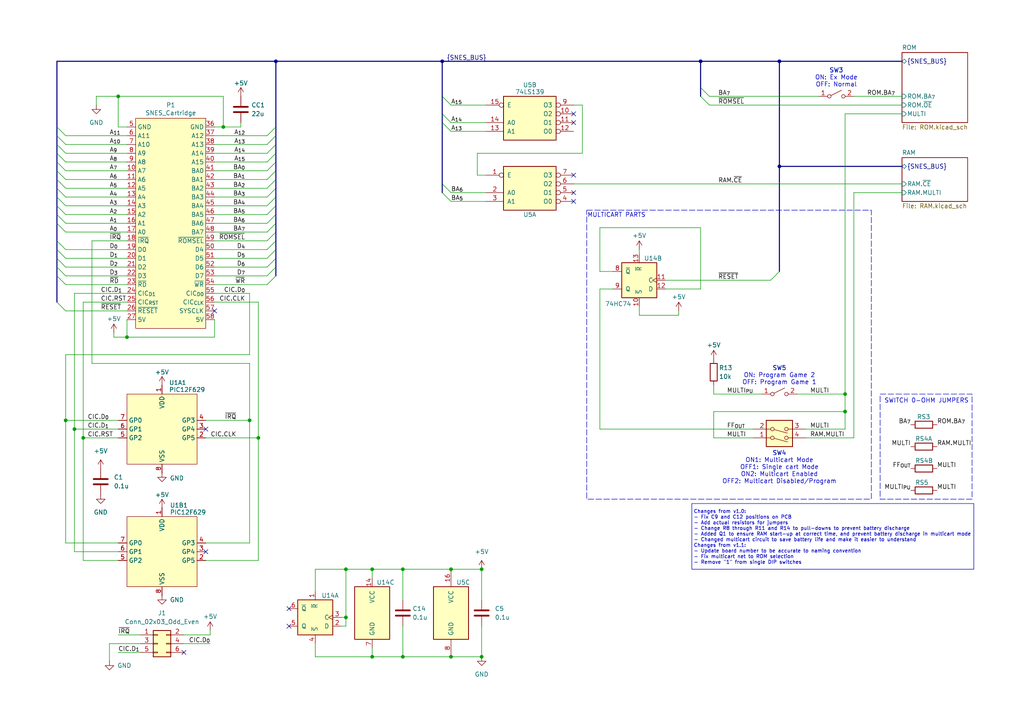
<source format=kicad_sch>
(kicad_sch
	(version 20231120)
	(generator "eeschema")
	(generator_version "8.0")
	(uuid "de4cb380-1bb2-43d1-a24a-6fca2623d1f9")
	(paper "A4")
	(title_block
		(title "SNES Advanced Flash Cartridge (HiROM)")
		(date "2024-10-09")
		(rev "1.2")
		(company "https://github.com/MouseBiteLabs")
	)
	(lib_symbols
		(symbol "74xx:74HC74"
			(pin_names
				(offset 1.016)
			)
			(exclude_from_sim no)
			(in_bom yes)
			(on_board yes)
			(property "Reference" "U"
				(at -7.62 8.89 0)
				(effects
					(font
						(size 1.27 1.27)
					)
				)
			)
			(property "Value" "74HC74"
				(at -7.62 -8.89 0)
				(effects
					(font
						(size 1.27 1.27)
					)
				)
			)
			(property "Footprint" ""
				(at 0 0 0)
				(effects
					(font
						(size 1.27 1.27)
					)
					(hide yes)
				)
			)
			(property "Datasheet" "74xx/74hc_hct74.pdf"
				(at 0 0 0)
				(effects
					(font
						(size 1.27 1.27)
					)
					(hide yes)
				)
			)
			(property "Description" "Dual D Flip-flop, Set & Reset"
				(at 0 0 0)
				(effects
					(font
						(size 1.27 1.27)
					)
					(hide yes)
				)
			)
			(property "ki_locked" ""
				(at 0 0 0)
				(effects
					(font
						(size 1.27 1.27)
					)
				)
			)
			(property "ki_keywords" "TTL DFF"
				(at 0 0 0)
				(effects
					(font
						(size 1.27 1.27)
					)
					(hide yes)
				)
			)
			(property "ki_fp_filters" "DIP*W7.62mm*"
				(at 0 0 0)
				(effects
					(font
						(size 1.27 1.27)
					)
					(hide yes)
				)
			)
			(symbol "74HC74_1_0"
				(pin input line
					(at 0 -7.62 90)
					(length 2.54)
					(name "~{R}"
						(effects
							(font
								(size 1.27 1.27)
							)
						)
					)
					(number "1"
						(effects
							(font
								(size 1.27 1.27)
							)
						)
					)
				)
				(pin input line
					(at -7.62 2.54 0)
					(length 2.54)
					(name "D"
						(effects
							(font
								(size 1.27 1.27)
							)
						)
					)
					(number "2"
						(effects
							(font
								(size 1.27 1.27)
							)
						)
					)
				)
				(pin input clock
					(at -7.62 0 0)
					(length 2.54)
					(name "C"
						(effects
							(font
								(size 1.27 1.27)
							)
						)
					)
					(number "3"
						(effects
							(font
								(size 1.27 1.27)
							)
						)
					)
				)
				(pin input line
					(at 0 7.62 270)
					(length 2.54)
					(name "~{S}"
						(effects
							(font
								(size 1.27 1.27)
							)
						)
					)
					(number "4"
						(effects
							(font
								(size 1.27 1.27)
							)
						)
					)
				)
				(pin output line
					(at 7.62 2.54 180)
					(length 2.54)
					(name "Q"
						(effects
							(font
								(size 1.27 1.27)
							)
						)
					)
					(number "5"
						(effects
							(font
								(size 1.27 1.27)
							)
						)
					)
				)
				(pin output line
					(at 7.62 -2.54 180)
					(length 2.54)
					(name "~{Q}"
						(effects
							(font
								(size 1.27 1.27)
							)
						)
					)
					(number "6"
						(effects
							(font
								(size 1.27 1.27)
							)
						)
					)
				)
			)
			(symbol "74HC74_1_1"
				(rectangle
					(start -5.08 5.08)
					(end 5.08 -5.08)
					(stroke
						(width 0.254)
						(type default)
					)
					(fill
						(type background)
					)
				)
			)
			(symbol "74HC74_2_0"
				(pin input line
					(at 0 7.62 270)
					(length 2.54)
					(name "~{S}"
						(effects
							(font
								(size 1.27 1.27)
							)
						)
					)
					(number "10"
						(effects
							(font
								(size 1.27 1.27)
							)
						)
					)
				)
				(pin input clock
					(at -7.62 0 0)
					(length 2.54)
					(name "C"
						(effects
							(font
								(size 1.27 1.27)
							)
						)
					)
					(number "11"
						(effects
							(font
								(size 1.27 1.27)
							)
						)
					)
				)
				(pin input line
					(at -7.62 2.54 0)
					(length 2.54)
					(name "D"
						(effects
							(font
								(size 1.27 1.27)
							)
						)
					)
					(number "12"
						(effects
							(font
								(size 1.27 1.27)
							)
						)
					)
				)
				(pin input line
					(at 0 -7.62 90)
					(length 2.54)
					(name "~{R}"
						(effects
							(font
								(size 1.27 1.27)
							)
						)
					)
					(number "13"
						(effects
							(font
								(size 1.27 1.27)
							)
						)
					)
				)
				(pin output line
					(at 7.62 -2.54 180)
					(length 2.54)
					(name "~{Q}"
						(effects
							(font
								(size 1.27 1.27)
							)
						)
					)
					(number "8"
						(effects
							(font
								(size 1.27 1.27)
							)
						)
					)
				)
				(pin output line
					(at 7.62 2.54 180)
					(length 2.54)
					(name "Q"
						(effects
							(font
								(size 1.27 1.27)
							)
						)
					)
					(number "9"
						(effects
							(font
								(size 1.27 1.27)
							)
						)
					)
				)
			)
			(symbol "74HC74_2_1"
				(rectangle
					(start -5.08 5.08)
					(end 5.08 -5.08)
					(stroke
						(width 0.254)
						(type default)
					)
					(fill
						(type background)
					)
				)
			)
			(symbol "74HC74_3_0"
				(pin power_in line
					(at 0 10.16 270)
					(length 2.54)
					(name "VCC"
						(effects
							(font
								(size 1.27 1.27)
							)
						)
					)
					(number "14"
						(effects
							(font
								(size 1.27 1.27)
							)
						)
					)
				)
				(pin power_in line
					(at 0 -10.16 90)
					(length 2.54)
					(name "GND"
						(effects
							(font
								(size 1.27 1.27)
							)
						)
					)
					(number "7"
						(effects
							(font
								(size 1.27 1.27)
							)
						)
					)
				)
			)
			(symbol "74HC74_3_1"
				(rectangle
					(start -5.08 7.62)
					(end 5.08 -7.62)
					(stroke
						(width 0.254)
						(type default)
					)
					(fill
						(type background)
					)
				)
			)
		)
		(symbol "Bucketmouse:74LS139"
			(pin_names
				(offset 1.016)
			)
			(exclude_from_sim no)
			(in_bom yes)
			(on_board yes)
			(property "Reference" "U"
				(at -7.62 8.89 0)
				(effects
					(font
						(size 1.27 1.27)
					)
				)
			)
			(property "Value" "74LS139"
				(at -7.62 -8.89 0)
				(effects
					(font
						(size 1.27 1.27)
					)
				)
			)
			(property "Footprint" ""
				(at 0 0 0)
				(effects
					(font
						(size 1.27 1.27)
					)
					(hide yes)
				)
			)
			(property "Datasheet" "http://www.ti.com/lit/ds/symlink/sn74ls139a.pdf"
				(at 0 0 0)
				(effects
					(font
						(size 1.27 1.27)
					)
					(hide yes)
				)
			)
			(property "Description" "Dual Decoder 1 of 4, Active low outputs"
				(at 0 0 0)
				(effects
					(font
						(size 1.27 1.27)
					)
					(hide yes)
				)
			)
			(property "ki_locked" ""
				(at 0 0 0)
				(effects
					(font
						(size 1.27 1.27)
					)
				)
			)
			(property "ki_keywords" "TTL DECOD4"
				(at 0 0 0)
				(effects
					(font
						(size 1.27 1.27)
					)
					(hide yes)
				)
			)
			(property "ki_fp_filters" "DIP?16*"
				(at 0 0 0)
				(effects
					(font
						(size 1.27 1.27)
					)
					(hide yes)
				)
			)
			(symbol "74LS139_1_0"
				(pin input inverted
					(at -12.7 -5.08 0)
					(length 5.08)
					(name "E"
						(effects
							(font
								(size 1.27 1.27)
							)
						)
					)
					(number "1"
						(effects
							(font
								(size 1.27 1.27)
							)
						)
					)
				)
				(pin input line
					(at -12.7 0 0)
					(length 5.08)
					(name "A0"
						(effects
							(font
								(size 1.27 1.27)
							)
						)
					)
					(number "2"
						(effects
							(font
								(size 1.27 1.27)
							)
						)
					)
				)
				(pin input line
					(at -12.7 2.54 0)
					(length 5.08)
					(name "A1"
						(effects
							(font
								(size 1.27 1.27)
							)
						)
					)
					(number "3"
						(effects
							(font
								(size 1.27 1.27)
							)
						)
					)
				)
				(pin output inverted
					(at 12.7 2.54 180)
					(length 5.08)
					(name "O0"
						(effects
							(font
								(size 1.27 1.27)
							)
						)
					)
					(number "4"
						(effects
							(font
								(size 1.27 1.27)
							)
						)
					)
				)
				(pin output inverted
					(at 12.7 0 180)
					(length 5.08)
					(name "O1"
						(effects
							(font
								(size 1.27 1.27)
							)
						)
					)
					(number "5"
						(effects
							(font
								(size 1.27 1.27)
							)
						)
					)
				)
				(pin output inverted
					(at 12.7 -2.54 180)
					(length 5.08)
					(name "O2"
						(effects
							(font
								(size 1.27 1.27)
							)
						)
					)
					(number "6"
						(effects
							(font
								(size 1.27 1.27)
							)
						)
					)
				)
				(pin output inverted
					(at 12.7 -5.08 180)
					(length 5.08)
					(name "O3"
						(effects
							(font
								(size 1.27 1.27)
							)
						)
					)
					(number "7"
						(effects
							(font
								(size 1.27 1.27)
							)
						)
					)
				)
			)
			(symbol "74LS139_1_1"
				(rectangle
					(start -7.62 5.08)
					(end 7.62 -7.62)
					(stroke
						(width 0.254)
						(type default)
					)
					(fill
						(type background)
					)
				)
			)
			(symbol "74LS139_2_0"
				(pin output inverted
					(at 12.7 -2.54 180)
					(length 5.08)
					(name "O2"
						(effects
							(font
								(size 1.27 1.27)
							)
						)
					)
					(number "10"
						(effects
							(font
								(size 1.27 1.27)
							)
						)
					)
				)
				(pin output inverted
					(at 12.7 0 180)
					(length 5.08)
					(name "O1"
						(effects
							(font
								(size 1.27 1.27)
							)
						)
					)
					(number "11"
						(effects
							(font
								(size 1.27 1.27)
							)
						)
					)
				)
				(pin output inverted
					(at 12.7 2.54 180)
					(length 5.08)
					(name "O0"
						(effects
							(font
								(size 1.27 1.27)
							)
						)
					)
					(number "12"
						(effects
							(font
								(size 1.27 1.27)
							)
						)
					)
				)
				(pin input line
					(at -12.7 2.54 0)
					(length 5.08)
					(name "A1"
						(effects
							(font
								(size 1.27 1.27)
							)
						)
					)
					(number "13"
						(effects
							(font
								(size 1.27 1.27)
							)
						)
					)
				)
				(pin input line
					(at -12.7 0 0)
					(length 5.08)
					(name "A0"
						(effects
							(font
								(size 1.27 1.27)
							)
						)
					)
					(number "14"
						(effects
							(font
								(size 1.27 1.27)
							)
						)
					)
				)
				(pin input inverted
					(at -12.7 -5.08 0)
					(length 5.08)
					(name "E"
						(effects
							(font
								(size 1.27 1.27)
							)
						)
					)
					(number "15"
						(effects
							(font
								(size 1.27 1.27)
							)
						)
					)
				)
				(pin output inverted
					(at 12.7 -5.08 180)
					(length 5.08)
					(name "O3"
						(effects
							(font
								(size 1.27 1.27)
							)
						)
					)
					(number "9"
						(effects
							(font
								(size 1.27 1.27)
							)
						)
					)
				)
			)
			(symbol "74LS139_2_1"
				(rectangle
					(start -7.62 5.08)
					(end 7.62 -7.62)
					(stroke
						(width 0.254)
						(type default)
					)
					(fill
						(type background)
					)
				)
			)
			(symbol "74LS139_3_0"
				(pin power_in line
					(at 0 12.7 270)
					(length 5.08)
					(name "VCC"
						(effects
							(font
								(size 1.27 1.27)
							)
						)
					)
					(number "16"
						(effects
							(font
								(size 1.27 1.27)
							)
						)
					)
				)
				(pin power_in line
					(at 0 -12.7 90)
					(length 5.08)
					(name "GND"
						(effects
							(font
								(size 1.27 1.27)
							)
						)
					)
					(number "8"
						(effects
							(font
								(size 1.27 1.27)
							)
						)
					)
				)
			)
			(symbol "74LS139_3_1"
				(rectangle
					(start -5.08 7.62)
					(end 5.08 -7.62)
					(stroke
						(width 0.254)
						(type default)
					)
					(fill
						(type background)
					)
				)
			)
		)
		(symbol "Bucketmouse:PIC12F629"
			(exclude_from_sim no)
			(in_bom yes)
			(on_board yes)
			(property "Reference" "U"
				(at 1.27 13.97 0)
				(effects
					(font
						(size 1.27 1.27)
					)
					(justify left)
				)
			)
			(property "Value" "PIC12F629"
				(at 1.27 11.43 0)
				(effects
					(font
						(size 1.27 1.27)
					)
					(justify left)
				)
			)
			(property "Footprint" ""
				(at 1.27 -12.065 0)
				(effects
					(font
						(size 1.27 1.27)
						(italic yes)
					)
					(justify left)
					(hide yes)
				)
			)
			(property "Datasheet" ""
				(at 1.27 -14.605 0)
				(effects
					(font
						(size 1.27 1.27)
					)
					(justify left)
					(hide yes)
				)
			)
			(property "Description" ""
				(at 1.016 -27.686 0)
				(effects
					(font
						(size 1.27 1.27)
					)
					(hide yes)
				)
			)
			(property "ki_keywords" "FLASH-Based 8-Bit CMOS Microcontroller"
				(at 0 0 0)
				(effects
					(font
						(size 1.27 1.27)
					)
					(hide yes)
				)
			)
			(property "ki_fp_filters" "DIP*W7.62mm*"
				(at 0 0 0)
				(effects
					(font
						(size 1.27 1.27)
					)
					(hide yes)
				)
			)
			(symbol "PIC12F629_1_1"
				(rectangle
					(start -10.16 10.16)
					(end 10.16 -10.16)
					(stroke
						(width 0)
						(type default)
					)
					(fill
						(type background)
					)
				)
				(pin power_in line
					(at 0 12.7 270)
					(length 2.54)
					(name "VDD"
						(effects
							(font
								(size 1.27 1.27)
							)
						)
					)
					(number "1"
						(effects
							(font
								(size 1.27 1.27)
							)
						)
					)
				)
				(pin bidirectional line
					(at 12.7 -2.54 180)
					(length 2.54)
					(name "GP5"
						(effects
							(font
								(size 1.27 1.27)
							)
						)
					)
					(number "2"
						(effects
							(font
								(size 1.27 1.27)
							)
						)
					)
				)
				(pin bidirectional line
					(at 12.7 0 180)
					(length 2.54)
					(name "GP4"
						(effects
							(font
								(size 1.27 1.27)
							)
						)
					)
					(number "3"
						(effects
							(font
								(size 1.27 1.27)
							)
						)
					)
				)
				(pin input line
					(at 12.7 2.54 180)
					(length 2.54)
					(name "GP3"
						(effects
							(font
								(size 1.27 1.27)
							)
						)
					)
					(number "4"
						(effects
							(font
								(size 1.27 1.27)
							)
						)
					)
				)
				(pin bidirectional line
					(at -12.7 -2.54 0)
					(length 2.54)
					(name "GP2"
						(effects
							(font
								(size 1.27 1.27)
							)
						)
					)
					(number "5"
						(effects
							(font
								(size 1.27 1.27)
							)
						)
					)
				)
				(pin bidirectional line
					(at -12.7 0 0)
					(length 2.54)
					(name "GP1"
						(effects
							(font
								(size 1.27 1.27)
							)
						)
					)
					(number "6"
						(effects
							(font
								(size 1.27 1.27)
							)
						)
					)
				)
				(pin bidirectional line
					(at -12.7 2.54 0)
					(length 2.54)
					(name "GP0"
						(effects
							(font
								(size 1.27 1.27)
							)
						)
					)
					(number "7"
						(effects
							(font
								(size 1.27 1.27)
							)
						)
					)
				)
				(pin power_in line
					(at 0 -12.7 90)
					(length 2.54)
					(name "VSS"
						(effects
							(font
								(size 1.27 1.27)
							)
						)
					)
					(number "8"
						(effects
							(font
								(size 1.27 1.27)
							)
						)
					)
				)
			)
		)
		(symbol "Bucketmouse:SNES_Cart_Edge_Standard"
			(exclude_from_sim no)
			(in_bom yes)
			(on_board yes)
			(property "Reference" "U"
				(at 0 34.29 0)
				(effects
					(font
						(size 1.27 1.27)
					)
				)
			)
			(property "Value" "SNES_Cartridge"
				(at 0 32.004 0)
				(effects
					(font
						(size 1.27 1.27)
					)
				)
			)
			(property "Footprint" ""
				(at 0 -7.62 0)
				(effects
					(font
						(size 1.27 1.27)
					)
					(hide yes)
				)
			)
			(property "Datasheet" ""
				(at 0 -7.62 0)
				(effects
					(font
						(size 1.27 1.27)
					)
					(hide yes)
				)
			)
			(property "Description" ""
				(at 0 -7.62 0)
				(effects
					(font
						(size 1.27 1.27)
					)
					(hide yes)
				)
			)
			(symbol "SNES_Cart_Edge_Standard_1_1"
				(polyline
					(pts
						(xy -10.16 30.48) (xy 10.16 30.48) (xy 10.16 -30.48) (xy -10.16 -30.48) (xy -10.16 30.48) (xy -10.16 30.48)
					)
					(stroke
						(width 0)
						(type default)
					)
					(fill
						(type background)
					)
				)
				(pin output line
					(at -12.7 15.24 0)
					(length 2.54)
					(name "A7"
						(effects
							(font
								(size 1.27 1.27)
							)
						)
					)
					(number "10"
						(effects
							(font
								(size 1.27 1.27)
							)
						)
					)
				)
				(pin output line
					(at -12.7 12.7 0)
					(length 2.54)
					(name "A6"
						(effects
							(font
								(size 1.27 1.27)
							)
						)
					)
					(number "11"
						(effects
							(font
								(size 1.27 1.27)
							)
						)
					)
				)
				(pin output line
					(at -12.7 10.16 0)
					(length 2.54)
					(name "A5"
						(effects
							(font
								(size 1.27 1.27)
							)
						)
					)
					(number "12"
						(effects
							(font
								(size 1.27 1.27)
							)
						)
					)
				)
				(pin output line
					(at -12.7 7.62 0)
					(length 2.54)
					(name "A4"
						(effects
							(font
								(size 1.27 1.27)
							)
						)
					)
					(number "13"
						(effects
							(font
								(size 1.27 1.27)
							)
						)
					)
				)
				(pin output line
					(at -12.7 5.08 0)
					(length 2.54)
					(name "A3"
						(effects
							(font
								(size 1.27 1.27)
							)
						)
					)
					(number "14"
						(effects
							(font
								(size 1.27 1.27)
							)
						)
					)
				)
				(pin output line
					(at -12.7 2.54 0)
					(length 2.54)
					(name "A2"
						(effects
							(font
								(size 1.27 1.27)
							)
						)
					)
					(number "15"
						(effects
							(font
								(size 1.27 1.27)
							)
						)
					)
				)
				(pin output line
					(at -12.7 0 0)
					(length 2.54)
					(name "A1"
						(effects
							(font
								(size 1.27 1.27)
							)
						)
					)
					(number "16"
						(effects
							(font
								(size 1.27 1.27)
							)
						)
					)
				)
				(pin output line
					(at -12.7 -2.54 0)
					(length 2.54)
					(name "A0"
						(effects
							(font
								(size 1.27 1.27)
							)
						)
					)
					(number "17"
						(effects
							(font
								(size 1.27 1.27)
							)
						)
					)
				)
				(pin passive line
					(at -12.7 -5.08 0)
					(length 2.54)
					(name "~{IRQ}"
						(effects
							(font
								(size 1.27 1.27)
							)
						)
					)
					(number "18"
						(effects
							(font
								(size 1.27 1.27)
							)
						)
					)
				)
				(pin bidirectional line
					(at -12.7 -7.62 0)
					(length 2.54)
					(name "D0"
						(effects
							(font
								(size 1.27 1.27)
							)
						)
					)
					(number "19"
						(effects
							(font
								(size 1.27 1.27)
							)
						)
					)
				)
				(pin bidirectional line
					(at -12.7 -10.16 0)
					(length 2.54)
					(name "D1"
						(effects
							(font
								(size 1.27 1.27)
							)
						)
					)
					(number "20"
						(effects
							(font
								(size 1.27 1.27)
							)
						)
					)
				)
				(pin bidirectional line
					(at -12.7 -12.7 0)
					(length 2.54)
					(name "D2"
						(effects
							(font
								(size 1.27 1.27)
							)
						)
					)
					(number "21"
						(effects
							(font
								(size 1.27 1.27)
							)
						)
					)
				)
				(pin bidirectional line
					(at -12.7 -15.24 0)
					(length 2.54)
					(name "D3"
						(effects
							(font
								(size 1.27 1.27)
							)
						)
					)
					(number "22"
						(effects
							(font
								(size 1.27 1.27)
							)
						)
					)
				)
				(pin output line
					(at -12.7 -17.78 0)
					(length 2.54)
					(name "~{RD}"
						(effects
							(font
								(size 1.27 1.27)
							)
						)
					)
					(number "23"
						(effects
							(font
								(size 1.27 1.27)
							)
						)
					)
				)
				(pin bidirectional line
					(at -12.7 -20.32 0)
					(length 2.54)
					(name "CIC_{D1}"
						(effects
							(font
								(size 1.27 1.27)
							)
						)
					)
					(number "24"
						(effects
							(font
								(size 1.27 1.27)
							)
						)
					)
				)
				(pin output line
					(at -12.7 -22.86 0)
					(length 2.54)
					(name "CIC_{RST}"
						(effects
							(font
								(size 1.27 1.27)
							)
						)
					)
					(number "25"
						(effects
							(font
								(size 1.27 1.27)
							)
						)
					)
				)
				(pin output line
					(at -12.7 -25.4 0)
					(length 2.54)
					(name "~{RESET}"
						(effects
							(font
								(size 1.27 1.27)
							)
						)
					)
					(number "26"
						(effects
							(font
								(size 1.27 1.27)
							)
						)
					)
				)
				(pin power_out line
					(at -12.7 -27.94 0)
					(length 2.54)
					(name "5V"
						(effects
							(font
								(size 1.27 1.27)
							)
						)
					)
					(number "27"
						(effects
							(font
								(size 1.27 1.27)
							)
						)
					)
				)
				(pin power_out line
					(at 12.7 27.94 180)
					(length 2.54)
					(name "GND"
						(effects
							(font
								(size 1.27 1.27)
							)
						)
					)
					(number "36"
						(effects
							(font
								(size 1.27 1.27)
							)
						)
					)
				)
				(pin output line
					(at 12.7 25.4 180)
					(length 2.54)
					(name "A12"
						(effects
							(font
								(size 1.27 1.27)
							)
						)
					)
					(number "37"
						(effects
							(font
								(size 1.27 1.27)
							)
						)
					)
				)
				(pin output line
					(at 12.7 22.86 180)
					(length 2.54)
					(name "A13"
						(effects
							(font
								(size 1.27 1.27)
							)
						)
					)
					(number "38"
						(effects
							(font
								(size 1.27 1.27)
							)
						)
					)
				)
				(pin output line
					(at 12.7 20.32 180)
					(length 2.54)
					(name "A14"
						(effects
							(font
								(size 1.27 1.27)
							)
						)
					)
					(number "39"
						(effects
							(font
								(size 1.27 1.27)
							)
						)
					)
				)
				(pin output line
					(at 12.7 17.78 180)
					(length 2.54)
					(name "A15"
						(effects
							(font
								(size 1.27 1.27)
							)
						)
					)
					(number "40"
						(effects
							(font
								(size 1.27 1.27)
							)
						)
					)
				)
				(pin output line
					(at 12.7 15.24 180)
					(length 2.54)
					(name "BA0"
						(effects
							(font
								(size 1.27 1.27)
							)
						)
					)
					(number "41"
						(effects
							(font
								(size 1.27 1.27)
							)
						)
					)
				)
				(pin output line
					(at 12.7 12.7 180)
					(length 2.54)
					(name "BA1"
						(effects
							(font
								(size 1.27 1.27)
							)
						)
					)
					(number "42"
						(effects
							(font
								(size 1.27 1.27)
							)
						)
					)
				)
				(pin output line
					(at 12.7 10.16 180)
					(length 2.54)
					(name "BA2"
						(effects
							(font
								(size 1.27 1.27)
							)
						)
					)
					(number "43"
						(effects
							(font
								(size 1.27 1.27)
							)
						)
					)
				)
				(pin output line
					(at 12.7 7.62 180)
					(length 2.54)
					(name "BA3"
						(effects
							(font
								(size 1.27 1.27)
							)
						)
					)
					(number "44"
						(effects
							(font
								(size 1.27 1.27)
							)
						)
					)
				)
				(pin output line
					(at 12.7 5.08 180)
					(length 2.54)
					(name "BA4"
						(effects
							(font
								(size 1.27 1.27)
							)
						)
					)
					(number "45"
						(effects
							(font
								(size 1.27 1.27)
							)
						)
					)
				)
				(pin output line
					(at 12.7 2.54 180)
					(length 2.54)
					(name "BA5"
						(effects
							(font
								(size 1.27 1.27)
							)
						)
					)
					(number "46"
						(effects
							(font
								(size 1.27 1.27)
							)
						)
					)
				)
				(pin output line
					(at 12.7 0 180)
					(length 2.54)
					(name "BA6"
						(effects
							(font
								(size 1.27 1.27)
							)
						)
					)
					(number "47"
						(effects
							(font
								(size 1.27 1.27)
							)
						)
					)
				)
				(pin output line
					(at 12.7 -2.54 180)
					(length 2.54)
					(name "BA7"
						(effects
							(font
								(size 1.27 1.27)
							)
						)
					)
					(number "48"
						(effects
							(font
								(size 1.27 1.27)
							)
						)
					)
				)
				(pin output line
					(at 12.7 -5.08 180)
					(length 2.54)
					(name "~{ROMSEL}"
						(effects
							(font
								(size 1.27 1.27)
							)
						)
					)
					(number "49"
						(effects
							(font
								(size 1.27 1.27)
							)
						)
					)
				)
				(pin power_out line
					(at -12.7 27.94 0)
					(length 2.54)
					(name "GND"
						(effects
							(font
								(size 1.27 1.27)
							)
						)
					)
					(number "5"
						(effects
							(font
								(size 1.27 1.27)
							)
						)
					)
				)
				(pin bidirectional line
					(at 12.7 -7.62 180)
					(length 2.54)
					(name "D4"
						(effects
							(font
								(size 1.27 1.27)
							)
						)
					)
					(number "50"
						(effects
							(font
								(size 1.27 1.27)
							)
						)
					)
				)
				(pin bidirectional line
					(at 12.7 -10.16 180)
					(length 2.54)
					(name "D5"
						(effects
							(font
								(size 1.27 1.27)
							)
						)
					)
					(number "51"
						(effects
							(font
								(size 1.27 1.27)
							)
						)
					)
				)
				(pin bidirectional line
					(at 12.7 -12.7 180)
					(length 2.54)
					(name "D6"
						(effects
							(font
								(size 1.27 1.27)
							)
						)
					)
					(number "52"
						(effects
							(font
								(size 1.27 1.27)
							)
						)
					)
				)
				(pin bidirectional line
					(at 12.7 -15.24 180)
					(length 2.54)
					(name "D7"
						(effects
							(font
								(size 1.27 1.27)
							)
						)
					)
					(number "53"
						(effects
							(font
								(size 1.27 1.27)
							)
						)
					)
				)
				(pin output line
					(at 12.7 -17.78 180)
					(length 2.54)
					(name "~{WR}"
						(effects
							(font
								(size 1.27 1.27)
							)
						)
					)
					(number "54"
						(effects
							(font
								(size 1.27 1.27)
							)
						)
					)
				)
				(pin bidirectional line
					(at 12.7 -20.32 180)
					(length 2.54)
					(name "CIC_{D0}"
						(effects
							(font
								(size 1.27 1.27)
							)
						)
					)
					(number "55"
						(effects
							(font
								(size 1.27 1.27)
							)
						)
					)
				)
				(pin output line
					(at 12.7 -22.86 180)
					(length 2.54)
					(name "CIC_{CLK}"
						(effects
							(font
								(size 1.27 1.27)
							)
						)
					)
					(number "56"
						(effects
							(font
								(size 1.27 1.27)
							)
						)
					)
				)
				(pin passive line
					(at 12.7 -25.4 180)
					(length 2.54)
					(name "SYSCLK"
						(effects
							(font
								(size 1.27 1.27)
							)
						)
					)
					(number "57"
						(effects
							(font
								(size 1.27 1.27)
							)
						)
					)
				)
				(pin power_out line
					(at 12.7 -27.94 180)
					(length 2.54)
					(name "5V"
						(effects
							(font
								(size 1.27 1.27)
							)
						)
					)
					(number "58"
						(effects
							(font
								(size 1.27 1.27)
							)
						)
					)
				)
				(pin output line
					(at -12.7 25.4 0)
					(length 2.54)
					(name "A11"
						(effects
							(font
								(size 1.27 1.27)
							)
						)
					)
					(number "6"
						(effects
							(font
								(size 1.27 1.27)
							)
						)
					)
				)
				(pin output line
					(at -12.7 22.86 0)
					(length 2.54)
					(name "A10"
						(effects
							(font
								(size 1.27 1.27)
							)
						)
					)
					(number "7"
						(effects
							(font
								(size 1.27 1.27)
							)
						)
					)
				)
				(pin output line
					(at -12.7 20.32 0)
					(length 2.54)
					(name "A9"
						(effects
							(font
								(size 1.27 1.27)
							)
						)
					)
					(number "8"
						(effects
							(font
								(size 1.27 1.27)
							)
						)
					)
				)
				(pin output line
					(at -12.7 17.78 0)
					(length 2.54)
					(name "A8"
						(effects
							(font
								(size 1.27 1.27)
							)
						)
					)
					(number "9"
						(effects
							(font
								(size 1.27 1.27)
							)
						)
					)
				)
			)
		)
		(symbol "Connector_Generic:Conn_02x03_Odd_Even"
			(pin_names
				(offset 1.016) hide)
			(exclude_from_sim no)
			(in_bom yes)
			(on_board yes)
			(property "Reference" "J"
				(at 1.27 5.08 0)
				(effects
					(font
						(size 1.27 1.27)
					)
				)
			)
			(property "Value" "Conn_02x03_Odd_Even"
				(at 1.27 -5.08 0)
				(effects
					(font
						(size 1.27 1.27)
					)
				)
			)
			(property "Footprint" ""
				(at 0 0 0)
				(effects
					(font
						(size 1.27 1.27)
					)
					(hide yes)
				)
			)
			(property "Datasheet" "~"
				(at 0 0 0)
				(effects
					(font
						(size 1.27 1.27)
					)
					(hide yes)
				)
			)
			(property "Description" "Generic connector, double row, 02x03, odd/even pin numbering scheme (row 1 odd numbers, row 2 even numbers), script generated (kicad-library-utils/schlib/autogen/connector/)"
				(at 0 0 0)
				(effects
					(font
						(size 1.27 1.27)
					)
					(hide yes)
				)
			)
			(property "ki_keywords" "connector"
				(at 0 0 0)
				(effects
					(font
						(size 1.27 1.27)
					)
					(hide yes)
				)
			)
			(property "ki_fp_filters" "Connector*:*_2x??_*"
				(at 0 0 0)
				(effects
					(font
						(size 1.27 1.27)
					)
					(hide yes)
				)
			)
			(symbol "Conn_02x03_Odd_Even_1_1"
				(rectangle
					(start -1.27 -2.413)
					(end 0 -2.667)
					(stroke
						(width 0.1524)
						(type default)
					)
					(fill
						(type none)
					)
				)
				(rectangle
					(start -1.27 0.127)
					(end 0 -0.127)
					(stroke
						(width 0.1524)
						(type default)
					)
					(fill
						(type none)
					)
				)
				(rectangle
					(start -1.27 2.667)
					(end 0 2.413)
					(stroke
						(width 0.1524)
						(type default)
					)
					(fill
						(type none)
					)
				)
				(rectangle
					(start -1.27 3.81)
					(end 3.81 -3.81)
					(stroke
						(width 0.254)
						(type default)
					)
					(fill
						(type background)
					)
				)
				(rectangle
					(start 3.81 -2.413)
					(end 2.54 -2.667)
					(stroke
						(width 0.1524)
						(type default)
					)
					(fill
						(type none)
					)
				)
				(rectangle
					(start 3.81 0.127)
					(end 2.54 -0.127)
					(stroke
						(width 0.1524)
						(type default)
					)
					(fill
						(type none)
					)
				)
				(rectangle
					(start 3.81 2.667)
					(end 2.54 2.413)
					(stroke
						(width 0.1524)
						(type default)
					)
					(fill
						(type none)
					)
				)
				(pin passive line
					(at -5.08 2.54 0)
					(length 3.81)
					(name "Pin_1"
						(effects
							(font
								(size 1.27 1.27)
							)
						)
					)
					(number "1"
						(effects
							(font
								(size 1.27 1.27)
							)
						)
					)
				)
				(pin passive line
					(at 7.62 2.54 180)
					(length 3.81)
					(name "Pin_2"
						(effects
							(font
								(size 1.27 1.27)
							)
						)
					)
					(number "2"
						(effects
							(font
								(size 1.27 1.27)
							)
						)
					)
				)
				(pin passive line
					(at -5.08 0 0)
					(length 3.81)
					(name "Pin_3"
						(effects
							(font
								(size 1.27 1.27)
							)
						)
					)
					(number "3"
						(effects
							(font
								(size 1.27 1.27)
							)
						)
					)
				)
				(pin passive line
					(at 7.62 0 180)
					(length 3.81)
					(name "Pin_4"
						(effects
							(font
								(size 1.27 1.27)
							)
						)
					)
					(number "4"
						(effects
							(font
								(size 1.27 1.27)
							)
						)
					)
				)
				(pin passive line
					(at -5.08 -2.54 0)
					(length 3.81)
					(name "Pin_5"
						(effects
							(font
								(size 1.27 1.27)
							)
						)
					)
					(number "5"
						(effects
							(font
								(size 1.27 1.27)
							)
						)
					)
				)
				(pin passive line
					(at 7.62 -2.54 180)
					(length 3.81)
					(name "Pin_6"
						(effects
							(font
								(size 1.27 1.27)
							)
						)
					)
					(number "6"
						(effects
							(font
								(size 1.27 1.27)
							)
						)
					)
				)
			)
		)
		(symbol "Device:C"
			(pin_numbers hide)
			(pin_names
				(offset 0.254)
			)
			(exclude_from_sim no)
			(in_bom yes)
			(on_board yes)
			(property "Reference" "C"
				(at 0.635 2.54 0)
				(effects
					(font
						(size 1.27 1.27)
					)
					(justify left)
				)
			)
			(property "Value" "C"
				(at 0.635 -2.54 0)
				(effects
					(font
						(size 1.27 1.27)
					)
					(justify left)
				)
			)
			(property "Footprint" ""
				(at 0.9652 -3.81 0)
				(effects
					(font
						(size 1.27 1.27)
					)
					(hide yes)
				)
			)
			(property "Datasheet" "~"
				(at 0 0 0)
				(effects
					(font
						(size 1.27 1.27)
					)
					(hide yes)
				)
			)
			(property "Description" "Unpolarized capacitor"
				(at 0 0 0)
				(effects
					(font
						(size 1.27 1.27)
					)
					(hide yes)
				)
			)
			(property "ki_keywords" "cap capacitor"
				(at 0 0 0)
				(effects
					(font
						(size 1.27 1.27)
					)
					(hide yes)
				)
			)
			(property "ki_fp_filters" "C_*"
				(at 0 0 0)
				(effects
					(font
						(size 1.27 1.27)
					)
					(hide yes)
				)
			)
			(symbol "C_0_1"
				(polyline
					(pts
						(xy -2.032 -0.762) (xy 2.032 -0.762)
					)
					(stroke
						(width 0.508)
						(type default)
					)
					(fill
						(type none)
					)
				)
				(polyline
					(pts
						(xy -2.032 0.762) (xy 2.032 0.762)
					)
					(stroke
						(width 0.508)
						(type default)
					)
					(fill
						(type none)
					)
				)
			)
			(symbol "C_1_1"
				(pin passive line
					(at 0 3.81 270)
					(length 2.794)
					(name "~"
						(effects
							(font
								(size 1.27 1.27)
							)
						)
					)
					(number "1"
						(effects
							(font
								(size 1.27 1.27)
							)
						)
					)
				)
				(pin passive line
					(at 0 -3.81 90)
					(length 2.794)
					(name "~"
						(effects
							(font
								(size 1.27 1.27)
							)
						)
					)
					(number "2"
						(effects
							(font
								(size 1.27 1.27)
							)
						)
					)
				)
			)
		)
		(symbol "Device:R"
			(pin_numbers hide)
			(pin_names
				(offset 0)
			)
			(exclude_from_sim no)
			(in_bom yes)
			(on_board yes)
			(property "Reference" "R"
				(at 2.032 0 90)
				(effects
					(font
						(size 1.27 1.27)
					)
				)
			)
			(property "Value" "R"
				(at 0 0 90)
				(effects
					(font
						(size 1.27 1.27)
					)
				)
			)
			(property "Footprint" ""
				(at -1.778 0 90)
				(effects
					(font
						(size 1.27 1.27)
					)
					(hide yes)
				)
			)
			(property "Datasheet" "~"
				(at 0 0 0)
				(effects
					(font
						(size 1.27 1.27)
					)
					(hide yes)
				)
			)
			(property "Description" "Resistor"
				(at 0 0 0)
				(effects
					(font
						(size 1.27 1.27)
					)
					(hide yes)
				)
			)
			(property "ki_keywords" "R res resistor"
				(at 0 0 0)
				(effects
					(font
						(size 1.27 1.27)
					)
					(hide yes)
				)
			)
			(property "ki_fp_filters" "R_*"
				(at 0 0 0)
				(effects
					(font
						(size 1.27 1.27)
					)
					(hide yes)
				)
			)
			(symbol "R_0_1"
				(rectangle
					(start -1.016 -2.54)
					(end 1.016 2.54)
					(stroke
						(width 0.254)
						(type default)
					)
					(fill
						(type none)
					)
				)
			)
			(symbol "R_1_1"
				(pin passive line
					(at 0 3.81 270)
					(length 1.27)
					(name "~"
						(effects
							(font
								(size 1.27 1.27)
							)
						)
					)
					(number "1"
						(effects
							(font
								(size 1.27 1.27)
							)
						)
					)
				)
				(pin passive line
					(at 0 -3.81 90)
					(length 1.27)
					(name "~"
						(effects
							(font
								(size 1.27 1.27)
							)
						)
					)
					(number "2"
						(effects
							(font
								(size 1.27 1.27)
							)
						)
					)
				)
			)
		)
		(symbol "Switch:SW_DIP_x02"
			(pin_names
				(offset 0) hide)
			(exclude_from_sim no)
			(in_bom yes)
			(on_board yes)
			(property "Reference" "SW"
				(at 0 6.35 0)
				(effects
					(font
						(size 1.27 1.27)
					)
				)
			)
			(property "Value" "SW_DIP_x02"
				(at 0 -3.81 0)
				(effects
					(font
						(size 1.27 1.27)
					)
				)
			)
			(property "Footprint" ""
				(at 0 0 0)
				(effects
					(font
						(size 1.27 1.27)
					)
					(hide yes)
				)
			)
			(property "Datasheet" "~"
				(at 0 0 0)
				(effects
					(font
						(size 1.27 1.27)
					)
					(hide yes)
				)
			)
			(property "Description" "2x DIP Switch, Single Pole Single Throw (SPST) switch, small symbol"
				(at 0 0 0)
				(effects
					(font
						(size 1.27 1.27)
					)
					(hide yes)
				)
			)
			(property "ki_keywords" "dip switch"
				(at 0 0 0)
				(effects
					(font
						(size 1.27 1.27)
					)
					(hide yes)
				)
			)
			(property "ki_fp_filters" "SW?DIP?x2*"
				(at 0 0 0)
				(effects
					(font
						(size 1.27 1.27)
					)
					(hide yes)
				)
			)
			(symbol "SW_DIP_x02_0_0"
				(circle
					(center -2.032 0)
					(radius 0.508)
					(stroke
						(width 0)
						(type default)
					)
					(fill
						(type none)
					)
				)
				(circle
					(center -2.032 2.54)
					(radius 0.508)
					(stroke
						(width 0)
						(type default)
					)
					(fill
						(type none)
					)
				)
				(polyline
					(pts
						(xy -1.524 0.127) (xy 2.3622 1.1684)
					)
					(stroke
						(width 0)
						(type default)
					)
					(fill
						(type none)
					)
				)
				(polyline
					(pts
						(xy -1.524 2.667) (xy 2.3622 3.7084)
					)
					(stroke
						(width 0)
						(type default)
					)
					(fill
						(type none)
					)
				)
				(circle
					(center 2.032 0)
					(radius 0.508)
					(stroke
						(width 0)
						(type default)
					)
					(fill
						(type none)
					)
				)
				(circle
					(center 2.032 2.54)
					(radius 0.508)
					(stroke
						(width 0)
						(type default)
					)
					(fill
						(type none)
					)
				)
			)
			(symbol "SW_DIP_x02_0_1"
				(rectangle
					(start -3.81 5.08)
					(end 3.81 -2.54)
					(stroke
						(width 0.254)
						(type default)
					)
					(fill
						(type background)
					)
				)
			)
			(symbol "SW_DIP_x02_1_1"
				(pin passive line
					(at -7.62 2.54 0)
					(length 5.08)
					(name "~"
						(effects
							(font
								(size 1.27 1.27)
							)
						)
					)
					(number "1"
						(effects
							(font
								(size 1.27 1.27)
							)
						)
					)
				)
				(pin passive line
					(at -7.62 0 0)
					(length 5.08)
					(name "~"
						(effects
							(font
								(size 1.27 1.27)
							)
						)
					)
					(number "2"
						(effects
							(font
								(size 1.27 1.27)
							)
						)
					)
				)
				(pin passive line
					(at 7.62 0 180)
					(length 5.08)
					(name "~"
						(effects
							(font
								(size 1.27 1.27)
							)
						)
					)
					(number "3"
						(effects
							(font
								(size 1.27 1.27)
							)
						)
					)
				)
				(pin passive line
					(at 7.62 2.54 180)
					(length 5.08)
					(name "~"
						(effects
							(font
								(size 1.27 1.27)
							)
						)
					)
					(number "4"
						(effects
							(font
								(size 1.27 1.27)
							)
						)
					)
				)
			)
		)
		(symbol "Switch:SW_SPST"
			(pin_names
				(offset 0) hide)
			(exclude_from_sim no)
			(in_bom yes)
			(on_board yes)
			(property "Reference" "SW"
				(at 0 3.175 0)
				(effects
					(font
						(size 1.27 1.27)
					)
				)
			)
			(property "Value" "SW_SPST"
				(at 0 -2.54 0)
				(effects
					(font
						(size 1.27 1.27)
					)
				)
			)
			(property "Footprint" ""
				(at 0 0 0)
				(effects
					(font
						(size 1.27 1.27)
					)
					(hide yes)
				)
			)
			(property "Datasheet" "~"
				(at 0 0 0)
				(effects
					(font
						(size 1.27 1.27)
					)
					(hide yes)
				)
			)
			(property "Description" "Single Pole Single Throw (SPST) switch"
				(at 0 0 0)
				(effects
					(font
						(size 1.27 1.27)
					)
					(hide yes)
				)
			)
			(property "ki_keywords" "switch lever"
				(at 0 0 0)
				(effects
					(font
						(size 1.27 1.27)
					)
					(hide yes)
				)
			)
			(symbol "SW_SPST_0_0"
				(circle
					(center -2.032 0)
					(radius 0.508)
					(stroke
						(width 0)
						(type default)
					)
					(fill
						(type none)
					)
				)
				(polyline
					(pts
						(xy -1.524 0.254) (xy 1.524 1.778)
					)
					(stroke
						(width 0)
						(type default)
					)
					(fill
						(type none)
					)
				)
				(circle
					(center 2.032 0)
					(radius 0.508)
					(stroke
						(width 0)
						(type default)
					)
					(fill
						(type none)
					)
				)
			)
			(symbol "SW_SPST_1_1"
				(pin passive line
					(at -5.08 0 0)
					(length 2.54)
					(name "A"
						(effects
							(font
								(size 1.27 1.27)
							)
						)
					)
					(number "1"
						(effects
							(font
								(size 1.27 1.27)
							)
						)
					)
				)
				(pin passive line
					(at 5.08 0 180)
					(length 2.54)
					(name "B"
						(effects
							(font
								(size 1.27 1.27)
							)
						)
					)
					(number "2"
						(effects
							(font
								(size 1.27 1.27)
							)
						)
					)
				)
			)
		)
		(symbol "power:+5V"
			(power)
			(pin_numbers hide)
			(pin_names
				(offset 0) hide)
			(exclude_from_sim no)
			(in_bom yes)
			(on_board yes)
			(property "Reference" "#PWR"
				(at 0 -3.81 0)
				(effects
					(font
						(size 1.27 1.27)
					)
					(hide yes)
				)
			)
			(property "Value" "+5V"
				(at 0 3.556 0)
				(effects
					(font
						(size 1.27 1.27)
					)
				)
			)
			(property "Footprint" ""
				(at 0 0 0)
				(effects
					(font
						(size 1.27 1.27)
					)
					(hide yes)
				)
			)
			(property "Datasheet" ""
				(at 0 0 0)
				(effects
					(font
						(size 1.27 1.27)
					)
					(hide yes)
				)
			)
			(property "Description" "Power symbol creates a global label with name \"+5V\""
				(at 0 0 0)
				(effects
					(font
						(size 1.27 1.27)
					)
					(hide yes)
				)
			)
			(property "ki_keywords" "global power"
				(at 0 0 0)
				(effects
					(font
						(size 1.27 1.27)
					)
					(hide yes)
				)
			)
			(symbol "+5V_0_1"
				(polyline
					(pts
						(xy -0.762 1.27) (xy 0 2.54)
					)
					(stroke
						(width 0)
						(type default)
					)
					(fill
						(type none)
					)
				)
				(polyline
					(pts
						(xy 0 0) (xy 0 2.54)
					)
					(stroke
						(width 0)
						(type default)
					)
					(fill
						(type none)
					)
				)
				(polyline
					(pts
						(xy 0 2.54) (xy 0.762 1.27)
					)
					(stroke
						(width 0)
						(type default)
					)
					(fill
						(type none)
					)
				)
			)
			(symbol "+5V_1_1"
				(pin power_in line
					(at 0 0 90)
					(length 0)
					(name "~"
						(effects
							(font
								(size 1.27 1.27)
							)
						)
					)
					(number "1"
						(effects
							(font
								(size 1.27 1.27)
							)
						)
					)
				)
			)
		)
		(symbol "power:GND"
			(power)
			(pin_numbers hide)
			(pin_names
				(offset 0) hide)
			(exclude_from_sim no)
			(in_bom yes)
			(on_board yes)
			(property "Reference" "#PWR"
				(at 0 -6.35 0)
				(effects
					(font
						(size 1.27 1.27)
					)
					(hide yes)
				)
			)
			(property "Value" "GND"
				(at 0 -3.81 0)
				(effects
					(font
						(size 1.27 1.27)
					)
				)
			)
			(property "Footprint" ""
				(at 0 0 0)
				(effects
					(font
						(size 1.27 1.27)
					)
					(hide yes)
				)
			)
			(property "Datasheet" ""
				(at 0 0 0)
				(effects
					(font
						(size 1.27 1.27)
					)
					(hide yes)
				)
			)
			(property "Description" "Power symbol creates a global label with name \"GND\" , ground"
				(at 0 0 0)
				(effects
					(font
						(size 1.27 1.27)
					)
					(hide yes)
				)
			)
			(property "ki_keywords" "global power"
				(at 0 0 0)
				(effects
					(font
						(size 1.27 1.27)
					)
					(hide yes)
				)
			)
			(symbol "GND_0_1"
				(polyline
					(pts
						(xy 0 0) (xy 0 -1.27) (xy 1.27 -1.27) (xy 0 -2.54) (xy -1.27 -1.27) (xy 0 -1.27)
					)
					(stroke
						(width 0)
						(type default)
					)
					(fill
						(type none)
					)
				)
			)
			(symbol "GND_1_1"
				(pin power_in line
					(at 0 0 270)
					(length 0)
					(name "~"
						(effects
							(font
								(size 1.27 1.27)
							)
						)
					)
					(number "1"
						(effects
							(font
								(size 1.27 1.27)
							)
						)
					)
				)
			)
		)
	)
	(bus_alias "SNES_BUS"
		(members "A_{0}" "A_{1}" "A_{2}" "A_{3}" "A_{4}" "A_{5}" "A_{6}" "A_{7}"
			"A_{8}" "A_{9}" "A_{10}" "A_{11}" "A_{12}" "A_{13}" "A_{14}" "D_{0}" "D_{1}"
			"D_{2}" "D_{3}" "D_{4}" "D_{5}" "D_{6}" "D_{7}" "~{RESET}" "~{WR}" "~{RD}"
			"A_{15}" "BA_{0}" "BA_{1}" "BA_{2}" "BA_{3}" "BA_{4}" "BA_{5}" "BA_{6}"
			"~{ROMSEL}" "BA_{7}"
		)
	)
	(junction
		(at 226.06 48.26)
		(diameter 0)
		(color 0 0 0 0)
		(uuid "0b88f003-9887-402a-8e87-a5feaa4ae603")
	)
	(junction
		(at 130.81 165.1)
		(diameter 0)
		(color 0 0 0 0)
		(uuid "123403ce-cd69-4114-82ea-2b2280b60b7f")
	)
	(junction
		(at 72.39 121.92)
		(diameter 0)
		(color 0 0 0 0)
		(uuid "18877e09-97c9-4c9f-bc19-f4db1e3d6abd")
	)
	(junction
		(at 36.83 97.79)
		(diameter 0)
		(color 0 0 0 0)
		(uuid "20bbac4c-1b73-41a7-8caf-b7f745c7a812")
	)
	(junction
		(at 74.93 127)
		(diameter 0)
		(color 0 0 0 0)
		(uuid "2b8e149a-4c9b-4843-a746-04f7cc28938e")
	)
	(junction
		(at 100.33 179.07)
		(diameter 0)
		(color 0 0 0 0)
		(uuid "32920721-b8e5-4422-abdd-5db721bc386d")
	)
	(junction
		(at 21.59 124.46)
		(diameter 0)
		(color 0 0 0 0)
		(uuid "39f112ca-9fc9-4d38-b277-454150e26e2f")
	)
	(junction
		(at 139.7 165.1)
		(diameter 0)
		(color 0 0 0 0)
		(uuid "427bacd2-2628-4be6-8f75-ad20f41b5c32")
	)
	(junction
		(at 245.11 119.38)
		(diameter 0)
		(color 0 0 0 0)
		(uuid "48f91222-c0ab-4d9a-896b-04b05c916f8e")
	)
	(junction
		(at 226.06 17.78)
		(diameter 0)
		(color 0 0 0 0)
		(uuid "513c0b2d-da82-446c-b430-366e4d8d8bbd")
	)
	(junction
		(at 19.05 121.92)
		(diameter 0)
		(color 0 0 0 0)
		(uuid "60a820d4-abc1-4723-9f77-571457b80b27")
	)
	(junction
		(at 24.13 127)
		(diameter 0)
		(color 0 0 0 0)
		(uuid "681189ed-8b0c-4579-b301-bbe19c08803f")
	)
	(junction
		(at 100.33 165.1)
		(diameter 0)
		(color 0 0 0 0)
		(uuid "764016a4-1196-4b2e-81c9-b86649d23287")
	)
	(junction
		(at 139.7 190.5)
		(diameter 0)
		(color 0 0 0 0)
		(uuid "78354c46-b690-4df3-b963-b1184652236d")
	)
	(junction
		(at 80.01 17.78)
		(diameter 0)
		(color 0 0 0 0)
		(uuid "7f7f40b0-4750-4c4f-9931-e342952bd13a")
	)
	(junction
		(at 128.27 17.78)
		(diameter 0)
		(color 0 0 0 0)
		(uuid "8a1ce0a8-c2b7-4b25-ab66-02f6dc9074c4")
	)
	(junction
		(at 116.84 190.5)
		(diameter 0)
		(color 0 0 0 0)
		(uuid "a887c407-745a-4b4f-aaa7-c25c1058d2d8")
	)
	(junction
		(at 64.77 36.83)
		(diameter 0)
		(color 0 0 0 0)
		(uuid "b373d1b5-bb5a-4b7f-bf22-170dce9979e6")
	)
	(junction
		(at 245.11 114.3)
		(diameter 0)
		(color 0 0 0 0)
		(uuid "b7366672-c3b7-43dc-8cbc-aeb01d0075a0")
	)
	(junction
		(at 116.84 165.1)
		(diameter 0)
		(color 0 0 0 0)
		(uuid "b997db57-32ca-415f-8bba-393d2ebd78f6")
	)
	(junction
		(at 203.2 17.78)
		(diameter 0)
		(color 0 0 0 0)
		(uuid "cbd42831-1341-460d-a002-3687fd8d60a0")
	)
	(junction
		(at 130.81 190.5)
		(diameter 0)
		(color 0 0 0 0)
		(uuid "cf930500-a8b5-4de3-8be6-6f751f239bf2")
	)
	(junction
		(at 34.29 27.94)
		(diameter 0)
		(color 0 0 0 0)
		(uuid "dbf51805-eb5f-4341-9676-e55fa241caf2")
	)
	(junction
		(at 107.95 165.1)
		(diameter 0)
		(color 0 0 0 0)
		(uuid "eb5b9131-3a92-4ae0-b02a-bfffcf823196")
	)
	(junction
		(at 107.95 190.5)
		(diameter 0)
		(color 0 0 0 0)
		(uuid "f090b388-4768-42bd-b825-390d4820b50c")
	)
	(no_connect
		(at 62.23 90.17)
		(uuid "1fe89d9a-ea70-4b50-964c-1a548d0359ca")
	)
	(no_connect
		(at 166.37 33.02)
		(uuid "29987609-6ed1-43e6-99c8-edd60c38e668")
	)
	(no_connect
		(at 53.34 189.23)
		(uuid "31c1d7b3-7002-489e-a4fe-77b2785d795b")
	)
	(no_connect
		(at 166.37 35.56)
		(uuid "3bca88e3-b9f6-4377-9680-60e357579edc")
	)
	(no_connect
		(at 166.37 58.42)
		(uuid "43a656ae-addb-47a6-b593-307b455b61a1")
	)
	(no_connect
		(at 166.37 50.8)
		(uuid "43e64c02-4ff8-4fb9-b2b0-927e5ad682ef")
	)
	(no_connect
		(at 59.69 160.02)
		(uuid "992995d2-b58a-4e29-b15a-249425239b03")
	)
	(no_connect
		(at 83.82 181.61)
		(uuid "a026657e-f44b-4aef-950b-2b2a31f096e0")
	)
	(no_connect
		(at 59.69 124.46)
		(uuid "c5e17f2b-2a15-4a90-8f91-39952633090a")
	)
	(no_connect
		(at 83.82 176.53)
		(uuid "cf48e3a1-6102-4e54-97e8-53fe920c9e4d")
	)
	(no_connect
		(at 166.37 55.88)
		(uuid "e135518f-4697-41e7-9184-7d65c9a13761")
	)
	(bus_entry
		(at 128.27 35.56)
		(size 2.54 2.54)
		(stroke
			(width 0)
			(type default)
		)
		(uuid "0e47e05b-7da5-4ca8-a908-7c98143c14ba")
	)
	(bus_entry
		(at 128.27 55.88)
		(size 2.54 2.54)
		(stroke
			(width 0)
			(type default)
		)
		(uuid "1827218b-6d2e-4d88-a675-95eb3d0273df")
	)
	(bus_entry
		(at 77.47 62.23)
		(size 2.54 -2.54)
		(stroke
			(width 0)
			(type default)
		)
		(uuid "193b32ef-feee-4ca7-b62a-6c69d2402426")
	)
	(bus_entry
		(at 19.05 80.01)
		(size -2.54 -2.54)
		(stroke
			(width 0)
			(type default)
		)
		(uuid "19519d50-6223-45dd-a06b-1c6ae6d88cfb")
	)
	(bus_entry
		(at 77.47 39.37)
		(size 2.54 -2.54)
		(stroke
			(width 0)
			(type default)
		)
		(uuid "1d26bd50-29c5-4345-8d35-d57a2ddc9e89")
	)
	(bus_entry
		(at 77.47 41.91)
		(size 2.54 -2.54)
		(stroke
			(width 0)
			(type default)
		)
		(uuid "243d92d8-bf09-496d-bf6f-0561d75c4e5a")
	)
	(bus_entry
		(at 19.05 77.47)
		(size -2.54 -2.54)
		(stroke
			(width 0)
			(type default)
		)
		(uuid "279c9511-3c38-46c7-96f1-865242af4626")
	)
	(bus_entry
		(at 226.06 78.74)
		(size -2.54 2.54)
		(stroke
			(width 0)
			(type default)
		)
		(uuid "2eca8e49-28d2-4877-abd8-80ac998512f2")
	)
	(bus_entry
		(at 77.47 54.61)
		(size 2.54 -2.54)
		(stroke
			(width 0)
			(type default)
		)
		(uuid "3d904149-9f56-4c2a-add9-f049796c30c1")
	)
	(bus_entry
		(at 19.05 57.15)
		(size -2.54 -2.54)
		(stroke
			(width 0)
			(type default)
		)
		(uuid "3f2d039d-e64b-4309-ba83-54e40d6406e2")
	)
	(bus_entry
		(at 19.05 52.07)
		(size -2.54 -2.54)
		(stroke
			(width 0)
			(type default)
		)
		(uuid "412956f2-7a12-4534-8afa-23fe27085734")
	)
	(bus_entry
		(at 77.47 59.69)
		(size 2.54 -2.54)
		(stroke
			(width 0)
			(type default)
		)
		(uuid "4aba32d9-af79-4ad1-9df1-1b68449dde0a")
	)
	(bus_entry
		(at 77.47 46.99)
		(size 2.54 -2.54)
		(stroke
			(width 0)
			(type default)
		)
		(uuid "4b44bf58-d421-4598-bd61-11f35a12c1ec")
	)
	(bus_entry
		(at 203.2 27.94)
		(size 2.54 2.54)
		(stroke
			(width 0)
			(type default)
		)
		(uuid "55ef4caa-1ddf-4e69-bcf3-ee3d694a2624")
	)
	(bus_entry
		(at 19.05 59.69)
		(size -2.54 -2.54)
		(stroke
			(width 0)
			(type default)
		)
		(uuid "581e0709-85e4-4c36-a31e-048ad5e687ec")
	)
	(bus_entry
		(at 128.27 53.34)
		(size 2.54 2.54)
		(stroke
			(width 0)
			(type default)
		)
		(uuid "58c04690-0aa1-4ab5-892d-a8145f677755")
	)
	(bus_entry
		(at 16.51 36.83)
		(size 2.54 2.54)
		(stroke
			(width 0)
			(type default)
		)
		(uuid "58e499f5-6d0c-4ad9-9edd-a443c93899db")
	)
	(bus_entry
		(at 77.47 77.47)
		(size 2.54 -2.54)
		(stroke
			(width 0)
			(type default)
		)
		(uuid "591f193d-3306-4689-9d13-baa614b6470e")
	)
	(bus_entry
		(at 203.2 25.4)
		(size 2.54 2.54)
		(stroke
			(width 0)
			(type default)
		)
		(uuid "653a446a-b0b7-4aa8-b970-ccf5bfbdc503")
	)
	(bus_entry
		(at 19.05 54.61)
		(size -2.54 -2.54)
		(stroke
			(width 0)
			(type default)
		)
		(uuid "6d339388-0635-4799-a0f0-eee7658be645")
	)
	(bus_entry
		(at 19.05 62.23)
		(size -2.54 -2.54)
		(stroke
			(width 0)
			(type default)
		)
		(uuid "8bfc1582-6ff6-49c3-a353-784352461d40")
	)
	(bus_entry
		(at 19.05 49.53)
		(size -2.54 -2.54)
		(stroke
			(width 0)
			(type default)
		)
		(uuid "8ddba43d-a719-464b-99f5-8ce55f4ecef8")
	)
	(bus_entry
		(at 19.05 72.39)
		(size -2.54 -2.54)
		(stroke
			(width 0)
			(type default)
		)
		(uuid "91c46867-cdcb-4cda-a27f-004a1b86dcf0")
	)
	(bus_entry
		(at 80.01 67.31)
		(size -2.54 2.54)
		(stroke
			(width 0)
			(type default)
		)
		(uuid "97e88d31-90dc-4495-9606-67bf30c395e5")
	)
	(bus_entry
		(at 77.47 64.77)
		(size 2.54 -2.54)
		(stroke
			(width 0)
			(type default)
		)
		(uuid "982007cf-5a70-4c4c-b0a5-83bc8aac65fe")
	)
	(bus_entry
		(at 19.05 41.91)
		(size -2.54 -2.54)
		(stroke
			(width 0)
			(type default)
		)
		(uuid "9b977687-fd38-4001-998a-6955ee46da39")
	)
	(bus_entry
		(at 77.47 52.07)
		(size 2.54 -2.54)
		(stroke
			(width 0)
			(type default)
		)
		(uuid "9c324730-ad0f-4ce3-8b74-2a1a48cff8a8")
	)
	(bus_entry
		(at 77.47 57.15)
		(size 2.54 -2.54)
		(stroke
			(width 0)
			(type default)
		)
		(uuid "a1be9bb8-25d1-45c1-b9c9-826314936a9a")
	)
	(bus_entry
		(at 80.01 64.77)
		(size -2.54 2.54)
		(stroke
			(width 0)
			(type default)
		)
		(uuid "aa2e1255-7325-4e50-8d67-1e4eea4b2565")
	)
	(bus_entry
		(at 77.47 49.53)
		(size 2.54 -2.54)
		(stroke
			(width 0)
			(type default)
		)
		(uuid "af3c7ce5-70be-45a0-8630-ae6078a0afa2")
	)
	(bus_entry
		(at 77.47 44.45)
		(size 2.54 -2.54)
		(stroke
			(width 0)
			(type default)
		)
		(uuid "bc82640f-1104-495c-a009-f554819fcad9")
	)
	(bus_entry
		(at 19.05 44.45)
		(size -2.54 -2.54)
		(stroke
			(width 0)
			(type default)
		)
		(uuid "bc9a3dc8-de3e-4fca-b7e6-542ae30617e9")
	)
	(bus_entry
		(at 77.47 80.01)
		(size 2.54 -2.54)
		(stroke
			(width 0)
			(type default)
		)
		(uuid "beb97e4c-1d4b-40be-bf5c-ef2762318601")
	)
	(bus_entry
		(at 77.47 82.55)
		(size 2.54 -2.54)
		(stroke
			(width 0)
			(type default)
		)
		(uuid "bf3136e3-e803-4447-9fe0-ecae2e8d58de")
	)
	(bus_entry
		(at 128.27 27.94)
		(size 2.54 2.54)
		(stroke
			(width 0)
			(type default)
		)
		(uuid "c78c770b-1b37-4250-bdba-ea67f86b386c")
	)
	(bus_entry
		(at 77.47 72.39)
		(size 2.54 -2.54)
		(stroke
			(width 0)
			(type default)
		)
		(uuid "cafd5f8d-9376-4688-9328-11ecea5fb12c")
	)
	(bus_entry
		(at 19.05 82.55)
		(size -2.54 -2.54)
		(stroke
			(width 0)
			(type default)
		)
		(uuid "d0ffdbed-ed8c-4b0d-805e-2c65c0037cc3")
	)
	(bus_entry
		(at 77.47 74.93)
		(size 2.54 -2.54)
		(stroke
			(width 0)
			(type default)
		)
		(uuid "d12d7274-93b2-4012-a61b-afc8330f9b20")
	)
	(bus_entry
		(at 19.05 46.99)
		(size -2.54 -2.54)
		(stroke
			(width 0)
			(type default)
		)
		(uuid "e37af5b6-24b0-4fb5-a324-71affb9025b7")
	)
	(bus_entry
		(at 128.27 33.02)
		(size 2.54 2.54)
		(stroke
			(width 0)
			(type default)
		)
		(uuid "e6cd197b-f109-4141-b51a-bf751b110efa")
	)
	(bus_entry
		(at 19.05 67.31)
		(size -2.54 -2.54)
		(stroke
			(width 0)
			(type default)
		)
		(uuid "f1ba5c51-879c-4c62-b031-ad59775022fa")
	)
	(bus_entry
		(at 19.05 74.93)
		(size -2.54 -2.54)
		(stroke
			(width 0)
			(type default)
		)
		(uuid "f2228dc4-4c0a-4b2f-b13a-bd26e0959b68")
	)
	(bus_entry
		(at 19.05 90.17)
		(size -2.54 -2.54)
		(stroke
			(width 0)
			(type default)
		)
		(uuid "f669165f-f7cb-4f7c-9ade-c87d7fe65211")
	)
	(bus_entry
		(at 19.05 64.77)
		(size -2.54 -2.54)
		(stroke
			(width 0)
			(type default)
		)
		(uuid "fe262f00-a393-402e-af79-aa16e75383b2")
	)
	(bus
		(pts
			(xy 128.27 33.02) (xy 128.27 35.56)
		)
		(stroke
			(width 0)
			(type default)
		)
		(uuid "00136680-c8db-4513-8049-90e91601a894")
	)
	(wire
		(pts
			(xy 139.7 190.5) (xy 130.81 190.5)
		)
		(stroke
			(width 0)
			(type default)
		)
		(uuid "00b60a08-83d7-4bd6-a038-fc4b74306441")
	)
	(wire
		(pts
			(xy 36.83 97.79) (xy 62.23 97.79)
		)
		(stroke
			(width 0)
			(type default)
		)
		(uuid "0161f803-7124-4471-ad32-df666fed05d8")
	)
	(bus
		(pts
			(xy 80.01 67.31) (xy 80.01 69.85)
		)
		(stroke
			(width 0)
			(type default)
		)
		(uuid "01d34d5d-3a72-4fea-8753-3a229b2ab676")
	)
	(wire
		(pts
			(xy 247.65 127) (xy 233.68 127)
		)
		(stroke
			(width 0)
			(type default)
		)
		(uuid "01e8e30f-3439-4752-8b2a-767eb66dacd2")
	)
	(wire
		(pts
			(xy 74.93 127) (xy 74.93 162.56)
		)
		(stroke
			(width 0)
			(type default)
		)
		(uuid "055c578c-193a-4f45-bd9f-ae4d7794fa44")
	)
	(wire
		(pts
			(xy 173.99 78.74) (xy 177.8 78.74)
		)
		(stroke
			(width 0)
			(type default)
		)
		(uuid "06f5cd11-219d-4401-8af8-2cb3cfeb5fb2")
	)
	(wire
		(pts
			(xy 116.84 165.1) (xy 130.81 165.1)
		)
		(stroke
			(width 0)
			(type default)
		)
		(uuid "08ccada0-e080-41e2-acd0-0a21b6baa889")
	)
	(bus
		(pts
			(xy 226.06 48.26) (xy 261.62 48.26)
		)
		(stroke
			(width 0)
			(type default)
		)
		(uuid "09328e4f-019b-4abb-b1b6-deb6487b3f37")
	)
	(bus
		(pts
			(xy 16.51 59.69) (xy 16.51 62.23)
		)
		(stroke
			(width 0)
			(type default)
		)
		(uuid "09e5c820-9246-462e-81ef-a38df0afe373")
	)
	(wire
		(pts
			(xy 21.59 85.09) (xy 36.83 85.09)
		)
		(stroke
			(width 0)
			(type default)
		)
		(uuid "0c4fdc8f-cfcb-4d1e-ac4e-781d8126fa29")
	)
	(wire
		(pts
			(xy 36.83 36.83) (xy 34.29 36.83)
		)
		(stroke
			(width 0)
			(type default)
		)
		(uuid "0cc42ce1-b5c8-4601-a2e2-02aff0951c3b")
	)
	(bus
		(pts
			(xy 80.01 44.45) (xy 80.01 46.99)
		)
		(stroke
			(width 0)
			(type default)
		)
		(uuid "0d412434-be5a-48bb-be27-f4010983eeb7")
	)
	(wire
		(pts
			(xy 168.91 30.48) (xy 168.91 44.45)
		)
		(stroke
			(width 0)
			(type default)
		)
		(uuid "0f27f539-a203-4834-aaa1-71abd2c0c061")
	)
	(wire
		(pts
			(xy 19.05 57.15) (xy 36.83 57.15)
		)
		(stroke
			(width 0)
			(type default)
		)
		(uuid "138b5e38-3e11-4a18-9aa3-331f303d3a6e")
	)
	(wire
		(pts
			(xy 21.59 85.09) (xy 21.59 124.46)
		)
		(stroke
			(width 0)
			(type default)
		)
		(uuid "150e8e11-bf98-44ea-b79e-fbeb43d0f402")
	)
	(wire
		(pts
			(xy 100.33 165.1) (xy 107.95 165.1)
		)
		(stroke
			(width 0)
			(type default)
		)
		(uuid "1698e6aa-f851-4b5b-9087-f00f215a8474")
	)
	(wire
		(pts
			(xy 203.2 83.82) (xy 203.2 66.04)
		)
		(stroke
			(width 0)
			(type default)
		)
		(uuid "16a27721-a2c6-47d9-9448-05011477cba1")
	)
	(wire
		(pts
			(xy 185.42 88.9) (xy 185.42 91.44)
		)
		(stroke
			(width 0)
			(type default)
		)
		(uuid "17218625-81f4-4d41-9e28-404847a56890")
	)
	(bus
		(pts
			(xy 16.51 36.83) (xy 16.51 39.37)
		)
		(stroke
			(width 0)
			(type default)
		)
		(uuid "17e6b872-a400-4af8-a33d-63059b40aa28")
	)
	(wire
		(pts
			(xy 207.01 111.76) (xy 207.01 114.3)
		)
		(stroke
			(width 0)
			(type default)
		)
		(uuid "18d25e9a-1fa0-45c2-a48a-c631df6f67ea")
	)
	(wire
		(pts
			(xy 62.23 97.79) (xy 62.23 92.71)
		)
		(stroke
			(width 0)
			(type default)
		)
		(uuid "19c9ad06-e3c3-408f-81f9-2f9a3fd69d65")
	)
	(bus
		(pts
			(xy 16.51 69.85) (xy 16.51 72.39)
		)
		(stroke
			(width 0)
			(type default)
		)
		(uuid "1aa1b3f7-9a6a-4bd1-8ac8-0dd641848ef6")
	)
	(bus
		(pts
			(xy 16.51 46.99) (xy 16.51 49.53)
		)
		(stroke
			(width 0)
			(type default)
		)
		(uuid "1b1c0c55-f067-428e-aad6-aa4f60600d2c")
	)
	(wire
		(pts
			(xy 138.43 44.45) (xy 138.43 50.8)
		)
		(stroke
			(width 0)
			(type default)
		)
		(uuid "1c33fec5-7a7b-42d9-93ca-362872fa3e49")
	)
	(wire
		(pts
			(xy 205.74 30.48) (xy 261.62 30.48)
		)
		(stroke
			(width 0)
			(type default)
		)
		(uuid "1d7e7cb5-2430-4692-ae27-2a9be3eb2a25")
	)
	(bus
		(pts
			(xy 16.51 54.61) (xy 16.51 57.15)
		)
		(stroke
			(width 0)
			(type default)
		)
		(uuid "1e47152d-4eb4-48be-af72-a850dfc17631")
	)
	(bus
		(pts
			(xy 16.51 62.23) (xy 16.51 64.77)
		)
		(stroke
			(width 0)
			(type default)
		)
		(uuid "2102d7e5-6ace-427b-b66c-12ac21cb9466")
	)
	(wire
		(pts
			(xy 245.11 119.38) (xy 207.01 119.38)
		)
		(stroke
			(width 0)
			(type default)
		)
		(uuid "212fe4bd-8c04-48eb-a0ce-9f0868079e0d")
	)
	(wire
		(pts
			(xy 203.2 66.04) (xy 173.99 66.04)
		)
		(stroke
			(width 0)
			(type default)
		)
		(uuid "21ca46b4-a1f5-4e49-bc94-4d4d96984310")
	)
	(wire
		(pts
			(xy 62.23 74.93) (xy 77.47 74.93)
		)
		(stroke
			(width 0)
			(type default)
		)
		(uuid "22bfae25-3301-4c76-ba2d-8fd067324b54")
	)
	(bus
		(pts
			(xy 128.27 27.94) (xy 128.27 33.02)
		)
		(stroke
			(width 0)
			(type default)
		)
		(uuid "22dacfeb-0867-4121-8b65-a4712bd2bbc6")
	)
	(bus
		(pts
			(xy 226.06 48.26) (xy 226.06 78.74)
		)
		(stroke
			(width 0)
			(type default)
		)
		(uuid "2550af72-6814-4c83-aaa9-79b504160be2")
	)
	(wire
		(pts
			(xy 130.81 165.1) (xy 139.7 165.1)
		)
		(stroke
			(width 0)
			(type default)
		)
		(uuid "25af3b78-c9a8-44a8-9062-920b94e56ba3")
	)
	(wire
		(pts
			(xy 19.05 67.31) (xy 36.83 67.31)
		)
		(stroke
			(width 0)
			(type default)
		)
		(uuid "25ff60a3-d607-41b1-8a3b-7f54d5f4d220")
	)
	(wire
		(pts
			(xy 116.84 181.61) (xy 116.84 190.5)
		)
		(stroke
			(width 0)
			(type default)
		)
		(uuid "2662e446-ffb9-4491-ae76-07fd4b04fe6c")
	)
	(wire
		(pts
			(xy 26.67 105.41) (xy 26.67 69.85)
		)
		(stroke
			(width 0)
			(type default)
		)
		(uuid "272941fe-7318-433e-86a0-e1da023f241c")
	)
	(wire
		(pts
			(xy 74.93 87.63) (xy 74.93 127)
		)
		(stroke
			(width 0)
			(type default)
		)
		(uuid "27e2516b-7db0-4b94-92bb-1222d6cf2543")
	)
	(wire
		(pts
			(xy 245.11 119.38) (xy 245.11 124.46)
		)
		(stroke
			(width 0)
			(type default)
		)
		(uuid "27f1a057-879a-41f3-943c-94ba7f80c771")
	)
	(wire
		(pts
			(xy 26.67 69.85) (xy 36.83 69.85)
		)
		(stroke
			(width 0)
			(type default)
		)
		(uuid "2a82e554-0153-406a-b27b-9086eaca2ea0")
	)
	(bus
		(pts
			(xy 80.01 77.47) (xy 80.01 74.93)
		)
		(stroke
			(width 0)
			(type default)
		)
		(uuid "2d65a76b-9c9c-4913-a287-32464e7d0cb5")
	)
	(wire
		(pts
			(xy 233.68 124.46) (xy 245.11 124.46)
		)
		(stroke
			(width 0)
			(type default)
		)
		(uuid "2d850b35-50e0-4270-88ba-201752d2f90c")
	)
	(wire
		(pts
			(xy 40.64 186.69) (xy 31.75 186.69)
		)
		(stroke
			(width 0)
			(type default)
		)
		(uuid "320a8704-e98b-4bb1-b673-c363c42084d2")
	)
	(wire
		(pts
			(xy 64.77 27.94) (xy 34.29 27.94)
		)
		(stroke
			(width 0)
			(type default)
		)
		(uuid "324e1fec-8a10-4968-9713-1431f1f35d66")
	)
	(bus
		(pts
			(xy 80.01 64.77) (xy 80.01 67.31)
		)
		(stroke
			(width 0)
			(type default)
		)
		(uuid "32b76b0f-ff52-48bf-8699-fe57ef6f2517")
	)
	(wire
		(pts
			(xy 19.05 44.45) (xy 36.83 44.45)
		)
		(stroke
			(width 0)
			(type default)
		)
		(uuid "355b3917-326f-4b20-b8a6-ca8ed7c32052")
	)
	(wire
		(pts
			(xy 107.95 187.96) (xy 107.95 190.5)
		)
		(stroke
			(width 0)
			(type default)
		)
		(uuid "35e5a28c-2199-42cd-a589-8054c3a056c1")
	)
	(wire
		(pts
			(xy 72.39 157.48) (xy 59.69 157.48)
		)
		(stroke
			(width 0)
			(type default)
		)
		(uuid "360e938e-5fdf-4185-8d11-91bfc9dc32cb")
	)
	(wire
		(pts
			(xy 21.59 124.46) (xy 34.29 124.46)
		)
		(stroke
			(width 0)
			(type default)
		)
		(uuid "37aa3daa-7029-4ee9-b93b-10fcc87bf061")
	)
	(bus
		(pts
			(xy 80.01 39.37) (xy 80.01 41.91)
		)
		(stroke
			(width 0)
			(type default)
		)
		(uuid "38b3d824-b1d1-4ab5-9439-387317155f93")
	)
	(wire
		(pts
			(xy 173.99 83.82) (xy 177.8 83.82)
		)
		(stroke
			(width 0)
			(type default)
		)
		(uuid "3acbf88f-0199-46c1-ad81-b5ba0604e604")
	)
	(wire
		(pts
			(xy 34.29 160.02) (xy 21.59 160.02)
		)
		(stroke
			(width 0)
			(type default)
		)
		(uuid "3c0660fa-0a94-4bf0-b9d3-2a7468bc6abb")
	)
	(wire
		(pts
			(xy 205.74 27.94) (xy 237.49 27.94)
		)
		(stroke
			(width 0)
			(type default)
		)
		(uuid "3c53d6ea-d831-4139-a77d-35f2597cc4f1")
	)
	(wire
		(pts
			(xy 69.85 36.83) (xy 69.85 35.56)
		)
		(stroke
			(width 0)
			(type default)
		)
		(uuid "3ceb5b07-df9b-47bb-afb4-7df5b7d62905")
	)
	(bus
		(pts
			(xy 16.51 39.37) (xy 16.51 41.91)
		)
		(stroke
			(width 0)
			(type default)
		)
		(uuid "3ffbdc76-fb17-47b7-aea7-a18195a35f4a")
	)
	(wire
		(pts
			(xy 130.81 30.48) (xy 140.97 30.48)
		)
		(stroke
			(width 0)
			(type default)
		)
		(uuid "42525599-dad2-4eb5-9900-a269e87dca9f")
	)
	(wire
		(pts
			(xy 62.23 59.69) (xy 77.47 59.69)
		)
		(stroke
			(width 0)
			(type default)
		)
		(uuid "432e127c-a9b3-49b2-8ecd-3bb2d8a62a23")
	)
	(wire
		(pts
			(xy 34.29 184.15) (xy 40.64 184.15)
		)
		(stroke
			(width 0)
			(type default)
		)
		(uuid "46903047-589e-4616-974d-6f916351754d")
	)
	(wire
		(pts
			(xy 34.29 27.94) (xy 34.29 36.83)
		)
		(stroke
			(width 0)
			(type default)
		)
		(uuid "47e8ab25-288f-41a0-aa3b-40f854ccc60b")
	)
	(wire
		(pts
			(xy 62.23 36.83) (xy 64.77 36.83)
		)
		(stroke
			(width 0)
			(type default)
		)
		(uuid "47e8d865-345f-4362-9089-22e4c0ed87bf")
	)
	(wire
		(pts
			(xy 19.05 39.37) (xy 36.83 39.37)
		)
		(stroke
			(width 0)
			(type default)
		)
		(uuid "47f73c61-efd8-46f5-be64-77124e889f6e")
	)
	(bus
		(pts
			(xy 16.51 17.78) (xy 80.01 17.78)
		)
		(stroke
			(width 0)
			(type default)
		)
		(uuid "496228b3-6611-4d50-b46c-71fc4bfefbd0")
	)
	(wire
		(pts
			(xy 207.01 119.38) (xy 207.01 127)
		)
		(stroke
			(width 0)
			(type default)
		)
		(uuid "4bfdb0e6-15bb-45ff-9aa1-8c0580966a0c")
	)
	(wire
		(pts
			(xy 19.05 90.17) (xy 36.83 90.17)
		)
		(stroke
			(width 0)
			(type default)
		)
		(uuid "4d1b5692-bd44-4984-8908-7e10c7cc79b9")
	)
	(bus
		(pts
			(xy 80.01 72.39) (xy 80.01 69.85)
		)
		(stroke
			(width 0)
			(type default)
		)
		(uuid "4d9f2ac5-170c-410f-94a9-0de08832b8c2")
	)
	(wire
		(pts
			(xy 33.02 97.79) (xy 33.02 96.52)
		)
		(stroke
			(width 0)
			(type default)
		)
		(uuid "50f8d474-3f03-4688-af75-57c3dd9287ec")
	)
	(wire
		(pts
			(xy 62.23 62.23) (xy 77.47 62.23)
		)
		(stroke
			(width 0)
			(type default)
		)
		(uuid "5237e0c4-cbd1-4c74-8693-2c8a25efe7e2")
	)
	(wire
		(pts
			(xy 130.81 35.56) (xy 140.97 35.56)
		)
		(stroke
			(width 0)
			(type default)
		)
		(uuid "52982a47-72ec-46af-81a5-60e6ea008a82")
	)
	(wire
		(pts
			(xy 245.11 33.02) (xy 261.62 33.02)
		)
		(stroke
			(width 0)
			(type default)
		)
		(uuid "53a05b07-a556-412e-abd6-bbfdea5d0500")
	)
	(wire
		(pts
			(xy 261.62 55.88) (xy 247.65 55.88)
		)
		(stroke
			(width 0)
			(type default)
		)
		(uuid "55cbb3b1-9ffe-4939-bd3e-ec3a03b807fc")
	)
	(wire
		(pts
			(xy 62.23 49.53) (xy 77.47 49.53)
		)
		(stroke
			(width 0)
			(type default)
		)
		(uuid "567e77c4-3450-4bb4-91a1-2e9061353607")
	)
	(wire
		(pts
			(xy 19.05 74.93) (xy 36.83 74.93)
		)
		(stroke
			(width 0)
			(type default)
		)
		(uuid "589d856c-6d1d-4d51-9901-e295903d610f")
	)
	(wire
		(pts
			(xy 62.23 44.45) (xy 77.47 44.45)
		)
		(stroke
			(width 0)
			(type default)
		)
		(uuid "5afa1467-711e-4cec-b278-0823fb36fbd5")
	)
	(wire
		(pts
			(xy 62.23 41.91) (xy 77.47 41.91)
		)
		(stroke
			(width 0)
			(type default)
		)
		(uuid "5cb61594-8a4a-494e-83a1-03cc2b4d07e0")
	)
	(wire
		(pts
			(xy 64.77 36.83) (xy 69.85 36.83)
		)
		(stroke
			(width 0)
			(type default)
		)
		(uuid "5ea7b058-5e0e-41b9-a837-94f3c64b345e")
	)
	(bus
		(pts
			(xy 80.01 17.78) (xy 128.27 17.78)
		)
		(stroke
			(width 0)
			(type default)
		)
		(uuid "5fb0ea0a-6444-46f5-886d-61f119a04836")
	)
	(wire
		(pts
			(xy 19.05 121.92) (xy 34.29 121.92)
		)
		(stroke
			(width 0)
			(type default)
		)
		(uuid "62db4982-6d6f-4487-b4d2-a22a854fe8af")
	)
	(bus
		(pts
			(xy 80.01 77.47) (xy 80.01 80.01)
		)
		(stroke
			(width 0)
			(type default)
		)
		(uuid "64539ce1-5182-4d2a-aab0-9ed113519d77")
	)
	(wire
		(pts
			(xy 62.23 72.39) (xy 77.47 72.39)
		)
		(stroke
			(width 0)
			(type default)
		)
		(uuid "651fdc8f-06df-4bb2-b1b0-7cf8e1b45381")
	)
	(wire
		(pts
			(xy 91.44 165.1) (xy 91.44 171.45)
		)
		(stroke
			(width 0)
			(type default)
		)
		(uuid "65bd5b1b-49aa-430f-a0e6-b32d6ec50689")
	)
	(bus
		(pts
			(xy 80.01 17.78) (xy 80.01 36.83)
		)
		(stroke
			(width 0)
			(type default)
		)
		(uuid "65e7cfe7-8001-42f5-bee5-a8a6f62530ba")
	)
	(wire
		(pts
			(xy 185.42 73.66) (xy 185.42 72.39)
		)
		(stroke
			(width 0)
			(type default)
		)
		(uuid "675e6efd-535c-4a9e-a006-7dba9d523495")
	)
	(bus
		(pts
			(xy 203.2 17.78) (xy 203.2 25.4)
		)
		(stroke
			(width 0)
			(type default)
		)
		(uuid "68e05344-0280-4df6-8ea1-1429b2d6c19f")
	)
	(bus
		(pts
			(xy 80.01 62.23) (xy 80.01 64.77)
		)
		(stroke
			(width 0)
			(type default)
		)
		(uuid "6a0b3321-3b17-4b46-b4d0-227b36b84afe")
	)
	(wire
		(pts
			(xy 53.34 184.15) (xy 60.96 184.15)
		)
		(stroke
			(width 0)
			(type default)
		)
		(uuid "6a2a27b4-7d38-4d1f-a6d4-5387f2a1c058")
	)
	(wire
		(pts
			(xy 19.05 46.99) (xy 36.83 46.99)
		)
		(stroke
			(width 0)
			(type default)
		)
		(uuid "6b2ad424-177a-493c-a9df-bac62407d105")
	)
	(bus
		(pts
			(xy 80.01 46.99) (xy 80.01 49.53)
		)
		(stroke
			(width 0)
			(type default)
		)
		(uuid "6c99fe27-89d9-41d4-a324-207e1d9ab0ad")
	)
	(bus
		(pts
			(xy 226.06 17.78) (xy 226.06 48.26)
		)
		(stroke
			(width 0)
			(type default)
		)
		(uuid "6d4eb9ce-55d7-412e-a4f1-b6527ad79f90")
	)
	(wire
		(pts
			(xy 19.05 59.69) (xy 36.83 59.69)
		)
		(stroke
			(width 0)
			(type default)
		)
		(uuid "6db0b3e3-659e-4cdc-966e-d8dc57a27caf")
	)
	(bus
		(pts
			(xy 80.01 41.91) (xy 80.01 44.45)
		)
		(stroke
			(width 0)
			(type default)
		)
		(uuid "6e6430ce-5485-46f4-b056-410bf8dfe08c")
	)
	(wire
		(pts
			(xy 116.84 165.1) (xy 116.84 173.99)
		)
		(stroke
			(width 0)
			(type default)
		)
		(uuid "6f48537e-f7c4-4e1a-969f-22cf57432064")
	)
	(wire
		(pts
			(xy 24.13 127) (xy 24.13 162.56)
		)
		(stroke
			(width 0)
			(type default)
		)
		(uuid "7452fc17-7967-4063-88a9-b7e017e10171")
	)
	(wire
		(pts
			(xy 130.81 58.42) (xy 140.97 58.42)
		)
		(stroke
			(width 0)
			(type default)
		)
		(uuid "75892c1c-cf4b-480d-8d27-a40991c7cbfe")
	)
	(wire
		(pts
			(xy 107.95 165.1) (xy 116.84 165.1)
		)
		(stroke
			(width 0)
			(type default)
		)
		(uuid "75a1b834-1066-4f87-800e-89d820d04eb9")
	)
	(wire
		(pts
			(xy 19.05 62.23) (xy 36.83 62.23)
		)
		(stroke
			(width 0)
			(type default)
		)
		(uuid "77a63335-7cdf-4de7-9b43-7b2b74c43948")
	)
	(wire
		(pts
			(xy 36.83 97.79) (xy 36.83 92.71)
		)
		(stroke
			(width 0)
			(type default)
		)
		(uuid "7b1d007c-c3d9-470b-89ea-c618c2ad8dc0")
	)
	(bus
		(pts
			(xy 128.27 17.78) (xy 128.27 27.94)
		)
		(stroke
			(width 0)
			(type default)
		)
		(uuid "7d623856-253c-4261-9a15-d1fff80d0128")
	)
	(bus
		(pts
			(xy 203.2 25.4) (xy 203.2 27.94)
		)
		(stroke
			(width 0)
			(type default)
		)
		(uuid "7dbfc4f4-295f-474a-8409-3277347515e3")
	)
	(wire
		(pts
			(xy 24.13 87.63) (xy 24.13 127)
		)
		(stroke
			(width 0)
			(type default)
		)
		(uuid "7dccc8e4-2e3a-4ab2-a1e9-9b4d00ef7c29")
	)
	(wire
		(pts
			(xy 24.13 162.56) (xy 34.29 162.56)
		)
		(stroke
			(width 0)
			(type default)
		)
		(uuid "7fe78467-12c0-4662-886b-5110964a487e")
	)
	(wire
		(pts
			(xy 19.05 52.07) (xy 36.83 52.07)
		)
		(stroke
			(width 0)
			(type default)
		)
		(uuid "81a00fd9-ce73-4dd0-bea9-8b3cab0e08dd")
	)
	(wire
		(pts
			(xy 91.44 165.1) (xy 100.33 165.1)
		)
		(stroke
			(width 0)
			(type default)
		)
		(uuid "82396148-b5fd-4e6a-ac9a-d48fa938a6cf")
	)
	(wire
		(pts
			(xy 59.69 121.92) (xy 72.39 121.92)
		)
		(stroke
			(width 0)
			(type default)
		)
		(uuid "82b2ee0b-f8f9-4b7a-8a52-b86488d631c4")
	)
	(bus
		(pts
			(xy 16.51 52.07) (xy 16.51 54.61)
		)
		(stroke
			(width 0)
			(type default)
		)
		(uuid "848ead0c-5297-4d1d-a62c-6d8a2932cbf0")
	)
	(wire
		(pts
			(xy 193.04 81.28) (xy 223.52 81.28)
		)
		(stroke
			(width 0)
			(type default)
		)
		(uuid "85247dcd-6c8e-4f75-ba80-b84cdbba294e")
	)
	(bus
		(pts
			(xy 16.51 72.39) (xy 16.51 74.93)
		)
		(stroke
			(width 0)
			(type default)
		)
		(uuid "8718c54e-fff5-4763-bed2-0abc76fdb783")
	)
	(wire
		(pts
			(xy 53.34 186.69) (xy 60.96 186.69)
		)
		(stroke
			(width 0)
			(type default)
		)
		(uuid "8921746f-eef0-45a9-8c48-616bd49582d5")
	)
	(wire
		(pts
			(xy 74.93 162.56) (xy 59.69 162.56)
		)
		(stroke
			(width 0)
			(type default)
		)
		(uuid "8b48334e-ef5a-4a67-85ac-2a71e579ac1e")
	)
	(wire
		(pts
			(xy 130.81 38.1) (xy 140.97 38.1)
		)
		(stroke
			(width 0)
			(type default)
		)
		(uuid "8c279250-b965-429f-8d84-9f22d7bb8e17")
	)
	(bus
		(pts
			(xy 128.27 53.34) (xy 128.27 55.88)
		)
		(stroke
			(width 0)
			(type default)
		)
		(uuid "8e6d25f9-2895-4f97-8920-a4f04b3bda00")
	)
	(bus
		(pts
			(xy 226.06 17.78) (xy 261.62 17.78)
		)
		(stroke
			(width 0)
			(type default)
		)
		(uuid "8e96d7a5-e71f-4997-aa03-be26a488cbd6")
	)
	(wire
		(pts
			(xy 62.23 67.31) (xy 77.47 67.31)
		)
		(stroke
			(width 0)
			(type default)
		)
		(uuid "8ea5c1da-48f3-4730-b9fb-cd0739aaef8a")
	)
	(wire
		(pts
			(xy 166.37 30.48) (xy 168.91 30.48)
		)
		(stroke
			(width 0)
			(type default)
		)
		(uuid "8ebf0207-c9a8-42ef-bf40-f0582c0c1736")
	)
	(wire
		(pts
			(xy 60.96 184.15) (xy 60.96 182.88)
		)
		(stroke
			(width 0)
			(type default)
		)
		(uuid "8f4c5b0c-49e9-4aee-ab56-8b3153257df0")
	)
	(wire
		(pts
			(xy 91.44 186.69) (xy 91.44 190.5)
		)
		(stroke
			(width 0)
			(type default)
		)
		(uuid "906013b6-427d-461a-8d85-d285290eab9a")
	)
	(wire
		(pts
			(xy 64.77 27.94) (xy 64.77 36.83)
		)
		(stroke
			(width 0)
			(type default)
		)
		(uuid "922678da-9405-4972-a4e0-37e84ae4db38")
	)
	(wire
		(pts
			(xy 245.11 33.02) (xy 245.11 114.3)
		)
		(stroke
			(width 0)
			(type default)
		)
		(uuid "9408e496-67ce-41dd-863a-40dac29e03ed")
	)
	(wire
		(pts
			(xy 19.05 64.77) (xy 36.83 64.77)
		)
		(stroke
			(width 0)
			(type default)
		)
		(uuid "9593a72e-1c6d-460a-aafb-77548e33f9f9")
	)
	(wire
		(pts
			(xy 19.05 49.53) (xy 36.83 49.53)
		)
		(stroke
			(width 0)
			(type default)
		)
		(uuid "961c9636-7587-4d9a-b593-968f34bd478f")
	)
	(bus
		(pts
			(xy 80.01 54.61) (xy 80.01 57.15)
		)
		(stroke
			(width 0)
			(type default)
		)
		(uuid "9670ce92-1ef9-4d74-a5cb-dbb576fc623e")
	)
	(wire
		(pts
			(xy 62.23 64.77) (xy 77.47 64.77)
		)
		(stroke
			(width 0)
			(type default)
		)
		(uuid "978ac045-2292-4867-bff9-9c7c097f674b")
	)
	(wire
		(pts
			(xy 62.23 57.15) (xy 77.47 57.15)
		)
		(stroke
			(width 0)
			(type default)
		)
		(uuid "984fa84a-5c91-4408-b32a-a56f6976a670")
	)
	(bus
		(pts
			(xy 16.51 77.47) (xy 16.51 80.01)
		)
		(stroke
			(width 0)
			(type default)
		)
		(uuid "98bdf42d-9147-4c5a-b84e-8982d6f08b30")
	)
	(wire
		(pts
			(xy 130.81 55.88) (xy 140.97 55.88)
		)
		(stroke
			(width 0)
			(type default)
		)
		(uuid "9a4138b5-416d-4ad0-8bfe-b3eeee526213")
	)
	(wire
		(pts
			(xy 72.39 121.92) (xy 72.39 105.41)
		)
		(stroke
			(width 0)
			(type default)
		)
		(uuid "9a9b5caf-ea9d-4756-8207-c23578665cf4")
	)
	(wire
		(pts
			(xy 19.05 121.92) (xy 19.05 157.48)
		)
		(stroke
			(width 0)
			(type default)
		)
		(uuid "9d1a5125-75e8-4476-a2a9-3f24c3cea3ec")
	)
	(wire
		(pts
			(xy 19.05 54.61) (xy 36.83 54.61)
		)
		(stroke
			(width 0)
			(type default)
		)
		(uuid "9d269e2a-2656-47a8-b9c7-ce3096a704c6")
	)
	(bus
		(pts
			(xy 80.01 74.93) (xy 80.01 72.39)
		)
		(stroke
			(width 0)
			(type default)
		)
		(uuid "9eec9b38-9054-412a-91cd-a2662e325a77")
	)
	(wire
		(pts
			(xy 62.23 46.99) (xy 77.47 46.99)
		)
		(stroke
			(width 0)
			(type default)
		)
		(uuid "a1456997-4d5e-4ecf-9e97-41010040f510")
	)
	(wire
		(pts
			(xy 19.05 72.39) (xy 36.83 72.39)
		)
		(stroke
			(width 0)
			(type default)
		)
		(uuid "a26c2c84-febe-410b-9c31-41640a476d98")
	)
	(wire
		(pts
			(xy 21.59 160.02) (xy 21.59 124.46)
		)
		(stroke
			(width 0)
			(type default)
		)
		(uuid "a3185b4c-fc67-4505-aba6-4d22664ac522")
	)
	(wire
		(pts
			(xy 72.39 105.41) (xy 26.67 105.41)
		)
		(stroke
			(width 0)
			(type default)
		)
		(uuid "a68af4a7-58ee-4f94-8b6a-b7aba28e5870")
	)
	(wire
		(pts
			(xy 62.23 54.61) (xy 77.47 54.61)
		)
		(stroke
			(width 0)
			(type default)
		)
		(uuid "a97a5489-2da8-4ccd-b9a8-3d8d85d6416a")
	)
	(wire
		(pts
			(xy 72.39 85.09) (xy 72.39 102.87)
		)
		(stroke
			(width 0)
			(type default)
		)
		(uuid "a98e7f6d-e538-4ba6-93dd-25a926925a6e")
	)
	(wire
		(pts
			(xy 220.98 114.3) (xy 207.01 114.3)
		)
		(stroke
			(width 0)
			(type default)
		)
		(uuid "aa7479a0-d1f4-4a24-806c-105afa1ce51f")
	)
	(wire
		(pts
			(xy 173.99 83.82) (xy 173.99 124.46)
		)
		(stroke
			(width 0)
			(type default)
		)
		(uuid "ab31169f-974a-4e08-8a16-1ca8eaf9d7a9")
	)
	(wire
		(pts
			(xy 27.94 27.94) (xy 27.94 30.48)
		)
		(stroke
			(width 0)
			(type default)
		)
		(uuid "ae7cbdd9-bded-48e9-896e-b40d945da63c")
	)
	(wire
		(pts
			(xy 62.23 69.85) (xy 77.47 69.85)
		)
		(stroke
			(width 0)
			(type default)
		)
		(uuid "af185869-4f6b-4613-ac6a-4435b1180dfd")
	)
	(wire
		(pts
			(xy 100.33 165.1) (xy 100.33 179.07)
		)
		(stroke
			(width 0)
			(type default)
		)
		(uuid "b16d893c-d229-411e-a19e-87b3d7ab900f")
	)
	(wire
		(pts
			(xy 231.14 114.3) (xy 245.11 114.3)
		)
		(stroke
			(width 0)
			(type default)
		)
		(uuid "b45a9a83-bec2-44e5-9790-883abfe123f8")
	)
	(wire
		(pts
			(xy 116.84 190.5) (xy 130.81 190.5)
		)
		(stroke
			(width 0)
			(type default)
		)
		(uuid "b965f25d-9f79-4022-840b-63222cbd85fb")
	)
	(wire
		(pts
			(xy 207.01 127) (xy 218.44 127)
		)
		(stroke
			(width 0)
			(type default)
		)
		(uuid "b99a0da4-06bc-4a72-a731-b13bb2ceceb0")
	)
	(wire
		(pts
			(xy 247.65 27.94) (xy 261.62 27.94)
		)
		(stroke
			(width 0)
			(type default)
		)
		(uuid "ba5c1b1c-1618-4d86-816a-5666b165bb6e")
	)
	(wire
		(pts
			(xy 33.02 97.79) (xy 36.83 97.79)
		)
		(stroke
			(width 0)
			(type default)
		)
		(uuid "bb1439b6-cc70-4a8f-aa3c-e79938034362")
	)
	(bus
		(pts
			(xy 128.27 35.56) (xy 128.27 53.34)
		)
		(stroke
			(width 0)
			(type default)
		)
		(uuid "bb70f390-eed5-4c8d-9832-6402e91bd3f9")
	)
	(wire
		(pts
			(xy 19.05 82.55) (xy 36.83 82.55)
		)
		(stroke
			(width 0)
			(type default)
		)
		(uuid "bc1ac699-3551-4a52-93a9-f6f229a9a28d")
	)
	(bus
		(pts
			(xy 80.01 49.53) (xy 80.01 52.07)
		)
		(stroke
			(width 0)
			(type default)
		)
		(uuid "bc75f6c3-3928-444a-8a1e-689e3814a782")
	)
	(wire
		(pts
			(xy 193.04 83.82) (xy 203.2 83.82)
		)
		(stroke
			(width 0)
			(type default)
		)
		(uuid "bcaec16f-1e1c-4904-adf9-9f116b3c3b13")
	)
	(wire
		(pts
			(xy 34.29 27.94) (xy 27.94 27.94)
		)
		(stroke
			(width 0)
			(type default)
		)
		(uuid "bf9e01cc-5910-4d29-a897-64518de9686f")
	)
	(bus
		(pts
			(xy 80.01 36.83) (xy 80.01 39.37)
		)
		(stroke
			(width 0)
			(type default)
		)
		(uuid "c06f0158-3485-481f-a7e0-501069d27183")
	)
	(bus
		(pts
			(xy 16.51 74.93) (xy 16.51 77.47)
		)
		(stroke
			(width 0)
			(type default)
		)
		(uuid "c0c4ab67-db9a-48f9-aaee-81bf616bde2e")
	)
	(wire
		(pts
			(xy 34.29 189.23) (xy 40.64 189.23)
		)
		(stroke
			(width 0)
			(type default)
		)
		(uuid "c46dbc03-41e8-42fc-9071-0c01e62fc58e")
	)
	(wire
		(pts
			(xy 91.44 190.5) (xy 107.95 190.5)
		)
		(stroke
			(width 0)
			(type default)
		)
		(uuid "c57e02da-979a-45b6-b002-506f08a4a7b7")
	)
	(wire
		(pts
			(xy 19.05 41.91) (xy 36.83 41.91)
		)
		(stroke
			(width 0)
			(type default)
		)
		(uuid "c629449a-4f30-4943-b5bb-650002789c47")
	)
	(bus
		(pts
			(xy 128.27 17.78) (xy 203.2 17.78)
		)
		(stroke
			(width 0)
			(type default)
		)
		(uuid "c6887781-1e92-44e2-b077-51e577c36f43")
	)
	(wire
		(pts
			(xy 24.13 127) (xy 34.29 127)
		)
		(stroke
			(width 0)
			(type default)
		)
		(uuid "c8236a87-aaf2-49d4-9771-64934ca94a0d")
	)
	(bus
		(pts
			(xy 16.51 17.78) (xy 16.51 36.83)
		)
		(stroke
			(width 0)
			(type default)
		)
		(uuid "c8ede91d-81b5-4094-8d6c-c2b448f8a96b")
	)
	(wire
		(pts
			(xy 100.33 179.07) (xy 99.06 179.07)
		)
		(stroke
			(width 0)
			(type default)
		)
		(uuid "c9f264c0-0c05-40c5-bd62-a0f1a68b527f")
	)
	(wire
		(pts
			(xy 31.75 186.69) (xy 31.75 191.77)
		)
		(stroke
			(width 0)
			(type default)
		)
		(uuid "ca6e836f-2722-4b88-a25d-f97db3039d40")
	)
	(wire
		(pts
			(xy 100.33 181.61) (xy 99.06 181.61)
		)
		(stroke
			(width 0)
			(type default)
		)
		(uuid "cb63ea7e-3035-4316-aa81-01417d480634")
	)
	(wire
		(pts
			(xy 116.84 190.5) (xy 107.95 190.5)
		)
		(stroke
			(width 0)
			(type default)
		)
		(uuid "cdd4c7f9-90ff-4549-9026-567a500c0024")
	)
	(wire
		(pts
			(xy 19.05 80.01) (xy 36.83 80.01)
		)
		(stroke
			(width 0)
			(type default)
		)
		(uuid "cf95b825-c9df-42c5-b741-8b609e1ab23a")
	)
	(wire
		(pts
			(xy 72.39 121.92) (xy 72.39 157.48)
		)
		(stroke
			(width 0)
			(type default)
		)
		(uuid "cfbc7d42-844d-4788-8e82-307f67505ae3")
	)
	(bus
		(pts
			(xy 80.01 59.69) (xy 80.01 62.23)
		)
		(stroke
			(width 0)
			(type default)
		)
		(uuid "d0c0ad40-c2a6-4aa5-a5df-88df9a55b204")
	)
	(bus
		(pts
			(xy 16.51 41.91) (xy 16.51 44.45)
		)
		(stroke
			(width 0)
			(type default)
		)
		(uuid "d4f852e5-803e-4d69-bdcc-de998d70f902")
	)
	(wire
		(pts
			(xy 166.37 53.34) (xy 261.62 53.34)
		)
		(stroke
			(width 0)
			(type default)
		)
		(uuid "d520172c-4bfe-4e3a-9398-332d32a5e4af")
	)
	(wire
		(pts
			(xy 62.23 87.63) (xy 74.93 87.63)
		)
		(stroke
			(width 0)
			(type default)
		)
		(uuid "d7802604-7c3f-41ee-8688-2d429bd5b185")
	)
	(wire
		(pts
			(xy 173.99 66.04) (xy 173.99 78.74)
		)
		(stroke
			(width 0)
			(type default)
		)
		(uuid "d7e5bbf5-b218-4c15-8a9d-74628436bbe5")
	)
	(wire
		(pts
			(xy 185.42 91.44) (xy 196.85 91.44)
		)
		(stroke
			(width 0)
			(type default)
		)
		(uuid "d8ae5072-6823-4499-9c1e-4c936219ba93")
	)
	(bus
		(pts
			(xy 16.51 44.45) (xy 16.51 46.99)
		)
		(stroke
			(width 0)
			(type default)
		)
		(uuid "dcafac99-7845-4aa0-9a04-f470112627ce")
	)
	(wire
		(pts
			(xy 168.91 44.45) (xy 138.43 44.45)
		)
		(stroke
			(width 0)
			(type default)
		)
		(uuid "dd39d09a-78ff-4af5-afec-77970a1c927b")
	)
	(wire
		(pts
			(xy 138.43 50.8) (xy 140.97 50.8)
		)
		(stroke
			(width 0)
			(type default)
		)
		(uuid "dd6806fd-5ee3-4611-a149-c61c51a13793")
	)
	(bus
		(pts
			(xy 80.01 57.15) (xy 80.01 59.69)
		)
		(stroke
			(width 0)
			(type default)
		)
		(uuid "e1ee3528-76af-4f7b-b52c-6e5ec1070293")
	)
	(wire
		(pts
			(xy 19.05 102.87) (xy 72.39 102.87)
		)
		(stroke
			(width 0)
			(type default)
		)
		(uuid "e3902953-597c-4bf8-b94c-78fd314a57fc")
	)
	(wire
		(pts
			(xy 19.05 121.92) (xy 19.05 102.87)
		)
		(stroke
			(width 0)
			(type default)
		)
		(uuid "e5598a2f-5f6e-493b-9f8d-31704af57a35")
	)
	(bus
		(pts
			(xy 16.51 64.77) (xy 16.51 69.85)
		)
		(stroke
			(width 0)
			(type default)
		)
		(uuid "e59c8c2c-6fca-4347-a300-8cacb8bfe663")
	)
	(bus
		(pts
			(xy 203.2 17.78) (xy 226.06 17.78)
		)
		(stroke
			(width 0)
			(type default)
		)
		(uuid "e6842151-7fb2-4315-82a2-4ade183adfbd")
	)
	(wire
		(pts
			(xy 62.23 80.01) (xy 77.47 80.01)
		)
		(stroke
			(width 0)
			(type default)
		)
		(uuid "e97e9e45-ce5c-4f0d-8e52-4ed86afbd16d")
	)
	(wire
		(pts
			(xy 62.23 39.37) (xy 77.47 39.37)
		)
		(stroke
			(width 0)
			(type default)
		)
		(uuid "ed4eb9fd-6162-47d1-adee-185da57237bc")
	)
	(wire
		(pts
			(xy 19.05 157.48) (xy 34.29 157.48)
		)
		(stroke
			(width 0)
			(type default)
		)
		(uuid "ed51c678-0767-4702-b79c-77e8c6c96ad9")
	)
	(wire
		(pts
			(xy 24.13 87.63) (xy 36.83 87.63)
		)
		(stroke
			(width 0)
			(type default)
		)
		(uuid "ef1fd0ea-97fc-4914-a02d-316d74374051")
	)
	(wire
		(pts
			(xy 59.69 127) (xy 74.93 127)
		)
		(stroke
			(width 0)
			(type default)
		)
		(uuid "f03e5270-04b4-4a70-8dbf-eb2bbe78148d")
	)
	(wire
		(pts
			(xy 196.85 91.44) (xy 196.85 90.17)
		)
		(stroke
			(width 0)
			(type default)
		)
		(uuid "f15d06f0-5beb-4368-a69b-3ccd65ae1ca5")
	)
	(bus
		(pts
			(xy 16.51 49.53) (xy 16.51 52.07)
		)
		(stroke
			(width 0)
			(type default)
		)
		(uuid "f226e1a8-c916-4551-baad-9dcb8855465a")
	)
	(bus
		(pts
			(xy 80.01 52.07) (xy 80.01 54.61)
		)
		(stroke
			(width 0)
			(type default)
		)
		(uuid "f3081f72-a8d4-4bbc-af3c-d974c7a3fb88")
	)
	(wire
		(pts
			(xy 19.05 77.47) (xy 36.83 77.47)
		)
		(stroke
			(width 0)
			(type default)
		)
		(uuid "f320fe3d-1fa8-4f01-bcfc-fa421bde950f")
	)
	(bus
		(pts
			(xy 16.51 80.01) (xy 16.51 87.63)
		)
		(stroke
			(width 0)
			(type default)
		)
		(uuid "f3ddf7ed-6b92-4a31-b18c-8b209ec4b583")
	)
	(wire
		(pts
			(xy 139.7 181.61) (xy 139.7 190.5)
		)
		(stroke
			(width 0)
			(type default)
		)
		(uuid "f3f3bc8d-f731-474f-a0e7-8f96113160c4")
	)
	(wire
		(pts
			(xy 247.65 55.88) (xy 247.65 127)
		)
		(stroke
			(width 0)
			(type default)
		)
		(uuid "f4b31d65-0752-4130-86c3-3f89bd6ea8c1")
	)
	(wire
		(pts
			(xy 62.23 52.07) (xy 77.47 52.07)
		)
		(stroke
			(width 0)
			(type default)
		)
		(uuid "f64ffaac-d275-42af-8c2f-ecba7bb99c28")
	)
	(wire
		(pts
			(xy 107.95 165.1) (xy 107.95 167.64)
		)
		(stroke
			(width 0)
			(type default)
		)
		(uuid "f6b290da-c648-44f3-bb94-0bfbe42b6293")
	)
	(wire
		(pts
			(xy 62.23 82.55) (xy 77.47 82.55)
		)
		(stroke
			(width 0)
			(type default)
		)
		(uuid "f6b57481-6ae3-416e-aa61-1fb5099f8437")
	)
	(wire
		(pts
			(xy 62.23 77.47) (xy 77.47 77.47)
		)
		(stroke
			(width 0)
			(type default)
		)
		(uuid "f898d2e7-8da6-4b4d-b44e-8e1bab047bc7")
	)
	(bus
		(pts
			(xy 16.51 57.15) (xy 16.51 59.69)
		)
		(stroke
			(width 0)
			(type default)
		)
		(uuid "f91f772e-385c-472a-a311-4237322fbdbb")
	)
	(wire
		(pts
			(xy 62.23 85.09) (xy 72.39 85.09)
		)
		(stroke
			(width 0)
			(type default)
		)
		(uuid "fa62dd33-b22a-4ae0-9908-54689c562028")
	)
	(wire
		(pts
			(xy 100.33 179.07) (xy 100.33 181.61)
		)
		(stroke
			(width 0)
			(type default)
		)
		(uuid "fae998fd-b0c8-47f3-9cc8-221879478f26")
	)
	(wire
		(pts
			(xy 139.7 165.1) (xy 139.7 173.99)
		)
		(stroke
			(width 0)
			(type default)
		)
		(uuid "fdb70d21-263c-4868-bd20-2870f0b2bb0f")
	)
	(wire
		(pts
			(xy 245.11 114.3) (xy 245.11 119.38)
		)
		(stroke
			(width 0)
			(type default)
		)
		(uuid "fdd95e66-28e5-4e3c-867f-a088aabeccb1")
	)
	(wire
		(pts
			(xy 173.99 124.46) (xy 218.44 124.46)
		)
		(stroke
			(width 0)
			(type default)
		)
		(uuid "ff36d8d1-6348-4968-b635-92723766d23d")
	)
	(rectangle
		(start 170.18 60.96)
		(end 252.73 144.78)
		(stroke
			(width 0)
			(type dash)
		)
		(fill
			(type none)
		)
		(uuid 55024b1c-53e3-4186-877c-705b12cc467a)
	)
	(rectangle
		(start 200.66 146.05)
		(end 282.448 165.1)
		(stroke
			(width 0)
			(type default)
		)
		(fill
			(type none)
		)
		(uuid 8d83110b-fdcb-4d9f-a06e-03877d685a14)
	)
	(rectangle
		(start 255.27 114.3)
		(end 281.94 144.78)
		(stroke
			(width 0)
			(type dash)
		)
		(fill
			(type none)
		)
		(uuid bb933b14-a20f-4a95-a405-c862aa8c21c6)
	)
	(text "SW3\nON: Ex Mode\nOFF: Normal"
		(exclude_from_sim no)
		(at 242.57 22.606 0)
		(effects
			(font
				(size 1.27 1.27)
			)
		)
		(uuid "45af6459-eda3-4024-bf01-a572295a44c3")
	)
	(text "SW4\nON1: Multicart Mode\nOFF1: Single cart Mode\nON2: Multicart Enabled\nOFF2: Multicart Disabled/Program"
		(exclude_from_sim no)
		(at 226.06 135.636 0)
		(effects
			(font
				(size 1.27 1.27)
			)
		)
		(uuid "527e92a4-68ac-4dc4-807a-2631e10c5380")
	)
	(text "SW5\nON: Program Game 2\nOFF: Program Game 1"
		(exclude_from_sim no)
		(at 226.06 108.966 0)
		(effects
			(font
				(size 1.27 1.27)
			)
		)
		(uuid "973754aa-1573-4112-b1c2-7b8674553e14")
	)
	(text "Changes from v1.0:\n- Fix C9 and C12 positions on PCB\n- Add actual resistors for jumpers\n- Change R8 through R11 and R14 to pull-downs to prevent battery discharge\n- Added Q1 to ensure RAM start-up at correct time, and prevent battery discharge in multicart mode\n- Changed multicart circuit to save battery life and make it easier to understand\nChanges from v1.1:\n- Update board number to be accurate to naming convention\n- Fix multicart net to ROM selection\n- Remove \"1\" from single DIP switches"
		(exclude_from_sim no)
		(at 201.168 163.83 0)
		(effects
			(font
				(size 1.016 1.016)
			)
			(justify left bottom)
		)
		(uuid "a5bcf193-eb4e-4f4b-a21a-4e866a79ff87")
	)
	(text "SWITCH 0-OHM JUMPERS"
		(exclude_from_sim no)
		(at 268.732 116.332 0)
		(effects
			(font
				(size 1.27 1.27)
			)
		)
		(uuid "af5ba279-3cbd-4b21-969b-16a258797c30")
	)
	(text "MULTICART PARTS"
		(exclude_from_sim no)
		(at 178.816 62.484 0)
		(effects
			(font
				(size 1.27 1.27)
			)
		)
		(uuid "bf6c7b23-b6af-46bb-8b17-94e30cc9753d")
	)
	(label "BA_{1}"
		(at 71.12 52.07 180)
		(fields_autoplaced yes)
		(effects
			(font
				(size 1.27 1.27)
			)
			(justify right bottom)
		)
		(uuid "043798a5-941e-43a6-a51e-f583d8ebe574")
	)
	(label "A_{14}"
		(at 130.81 35.56 0)
		(fields_autoplaced yes)
		(effects
			(font
				(size 1.27 1.27)
			)
			(justify left bottom)
		)
		(uuid "0789088e-5c6f-4e28-a017-c4ac5784cf62")
	)
	(label "MULTI_{PU}"
		(at 210.82 114.3 0)
		(fields_autoplaced yes)
		(effects
			(font
				(size 1.27 1.27)
			)
			(justify left bottom)
		)
		(uuid "0bc30ff5-5fc8-42ac-b770-c93a2b76c580")
	)
	(label "ROM.BA_{7}"
		(at 251.46 27.94 0)
		(fields_autoplaced yes)
		(effects
			(font
				(size 1.27 1.27)
			)
			(justify left bottom)
		)
		(uuid "0eb1d528-ae78-47b5-a5b8-b44e0dffa4a9")
	)
	(label "RAM.MULTI"
		(at 271.78 129.54 0)
		(fields_autoplaced yes)
		(effects
			(font
				(size 1.27 1.27)
			)
			(justify left bottom)
		)
		(uuid "13cc6a0e-82cb-421a-8b0d-669af3458170")
	)
	(label "BA_{6}"
		(at 71.12 64.77 180)
		(fields_autoplaced yes)
		(effects
			(font
				(size 1.27 1.27)
			)
			(justify right bottom)
		)
		(uuid "170e500e-28df-4285-a951-14dcea186031")
	)
	(label "MULTI"
		(at 271.78 142.24 0)
		(fields_autoplaced yes)
		(effects
			(font
				(size 1.27 1.27)
			)
			(justify left bottom)
		)
		(uuid "1aa9fe2d-a91b-48ca-9322-d97a9fb1903b")
	)
	(label "BA_{7}"
		(at 71.12 67.31 180)
		(fields_autoplaced yes)
		(effects
			(font
				(size 1.27 1.27)
			)
			(justify right bottom)
		)
		(uuid "1e0aad73-9ef1-44fe-b4df-bfc691d93e89")
	)
	(label "CIC.D_{0}"
		(at 25.4 121.92 0)
		(fields_autoplaced yes)
		(effects
			(font
				(size 1.27 1.27)
			)
			(justify left bottom)
		)
		(uuid "26be2d7c-9a13-4c6a-858b-1eb2061b3550")
	)
	(label "A_{4}"
		(at 31.75 57.15 0)
		(fields_autoplaced yes)
		(effects
			(font
				(size 1.27 1.27)
			)
			(justify left bottom)
		)
		(uuid "3135d358-54d9-479c-b4f6-f9836f5b9ff0")
	)
	(label "CIC.D_{0}"
		(at 71.12 85.09 180)
		(fields_autoplaced yes)
		(effects
			(font
				(size 1.27 1.27)
			)
			(justify right bottom)
		)
		(uuid "352cbdfa-cfd8-448e-94ec-925eea27da58")
	)
	(label "CIC.D_{1}"
		(at 25.4 124.46 0)
		(fields_autoplaced yes)
		(effects
			(font
				(size 1.27 1.27)
			)
			(justify left bottom)
		)
		(uuid "35847501-297a-491d-805e-bc9ed7375ac1")
	)
	(label "A_{5}"
		(at 31.75 54.61 0)
		(fields_autoplaced yes)
		(effects
			(font
				(size 1.27 1.27)
			)
			(justify left bottom)
		)
		(uuid "3706e39d-f57d-4517-a4a8-2852c34b6137")
	)
	(label "~{IRQ}"
		(at 31.75 69.85 0)
		(fields_autoplaced yes)
		(effects
			(font
				(size 1.27 1.27)
			)
			(justify left bottom)
		)
		(uuid "3d983e43-6683-422a-bffe-a67e906fbd6b")
	)
	(label "A_{14}"
		(at 71.12 44.45 180)
		(fields_autoplaced yes)
		(effects
			(font
				(size 1.27 1.27)
			)
			(justify right bottom)
		)
		(uuid "3fde5c71-bde8-43df-bf57-fedf94d4421a")
	)
	(label "BA_{3}"
		(at 71.12 57.15 180)
		(fields_autoplaced yes)
		(effects
			(font
				(size 1.27 1.27)
			)
			(justify right bottom)
		)
		(uuid "42926540-3228-4f76-9722-f3061eaa6d52")
	)
	(label "CIC.CLK"
		(at 68.58 127 180)
		(fields_autoplaced yes)
		(effects
			(font
				(size 1.27 1.27)
			)
			(justify right bottom)
		)
		(uuid "48d02ee8-4383-4f8b-856f-e928ab053a14")
	)
	(label "A_{0}"
		(at 31.75 67.31 0)
		(fields_autoplaced yes)
		(effects
			(font
				(size 1.27 1.27)
			)
			(justify left bottom)
		)
		(uuid "4e692482-f879-4a06-9e40-fa689477d20c")
	)
	(label "D_{4}"
		(at 71.12 72.39 180)
		(fields_autoplaced yes)
		(effects
			(font
				(size 1.27 1.27)
			)
			(justify right bottom)
		)
		(uuid "51aa5e52-d0fa-4051-919f-c5edfd76a86c")
	)
	(label "MULTI"
		(at 264.16 129.54 180)
		(fields_autoplaced yes)
		(effects
			(font
				(size 1.27 1.27)
			)
			(justify right bottom)
		)
		(uuid "5cd2cafb-6e31-486f-b3c6-e25ea456a928")
	)
	(label "A_{13}"
		(at 130.81 38.1 0)
		(fields_autoplaced yes)
		(effects
			(font
				(size 1.27 1.27)
			)
			(justify left bottom)
		)
		(uuid "612c48c4-7802-49c6-a56f-019d07590294")
	)
	(label "RAM.MULTI"
		(at 234.95 127 0)
		(fields_autoplaced yes)
		(effects
			(font
				(size 1.27 1.27)
			)
			(justify left bottom)
		)
		(uuid "6474447e-d0ed-422e-9717-5519749165e0")
	)
	(label "A_{3}"
		(at 31.75 59.69 0)
		(fields_autoplaced yes)
		(effects
			(font
				(size 1.27 1.27)
			)
			(justify left bottom)
		)
		(uuid "6a0737b8-4df3-45b2-ab10-e52cb473019d")
	)
	(label "{SNES_BUS}"
		(at 129.54 17.78 0)
		(fields_autoplaced yes)
		(effects
			(font
				(size 1.27 1.27)
			)
			(justify left bottom)
		)
		(uuid "6a592ff6-654f-4fea-b28c-13ea0e6afc8b")
	)
	(label "~{ROMSEL}"
		(at 71.12 69.85 180)
		(fields_autoplaced yes)
		(effects
			(font
				(size 1.27 1.27)
			)
			(justify right bottom)
		)
		(uuid "6bd1ad2a-d755-4448-b7b3-3bac6d6c8531")
	)
	(label "D_{6}"
		(at 71.12 77.47 180)
		(fields_autoplaced yes)
		(effects
			(font
				(size 1.27 1.27)
			)
			(justify right bottom)
		)
		(uuid "6ece81c9-5b39-457e-9bcd-d0ea0e9fe68a")
	)
	(label "D_{5}"
		(at 71.12 74.93 180)
		(fields_autoplaced yes)
		(effects
			(font
				(size 1.27 1.27)
			)
			(justify right bottom)
		)
		(uuid "73336b73-2746-4bde-b954-09784990d7e0")
	)
	(label "CIC.CLK"
		(at 71.12 87.63 180)
		(fields_autoplaced yes)
		(effects
			(font
				(size 1.27 1.27)
			)
			(justify right bottom)
		)
		(uuid "73c64a17-4423-41f0-a725-d6a259a34bcf")
	)
	(label "CIC.D_{1}"
		(at 34.29 189.23 0)
		(fields_autoplaced yes)
		(effects
			(font
				(size 1.27 1.27)
			)
			(justify left bottom)
		)
		(uuid "73e04fab-930c-4d6d-9724-efab1ff101d1")
	)
	(label "FF_{OUT}"
		(at 264.16 135.89 180)
		(fields_autoplaced yes)
		(effects
			(font
				(size 1.27 1.27)
			)
			(justify right bottom)
		)
		(uuid "7b88d74e-b53e-4400-9630-1452ddeb6e31")
	)
	(label "~{IRQ}"
		(at 68.58 121.92 180)
		(fields_autoplaced yes)
		(effects
			(font
				(size 1.27 1.27)
			)
			(justify right bottom)
		)
		(uuid "7dc54f65-1a43-415b-9f43-2b9d18b56c79")
	)
	(label "~{RD}"
		(at 31.75 82.55 0)
		(fields_autoplaced yes)
		(effects
			(font
				(size 1.27 1.27)
			)
			(justify left bottom)
		)
		(uuid "7e2eb2a8-4dcf-461e-8345-ed59734973a2")
	)
	(label "A_{11}"
		(at 31.75 39.37 0)
		(fields_autoplaced yes)
		(effects
			(font
				(size 1.27 1.27)
			)
			(justify left bottom)
		)
		(uuid "80b61ceb-5820-479f-8543-1dc48f41ba1c")
	)
	(label "BA_{5}"
		(at 71.12 62.23 180)
		(fields_autoplaced yes)
		(effects
			(font
				(size 1.27 1.27)
			)
			(justify right bottom)
		)
		(uuid "8ca42c74-7390-4409-856a-b09acc91f0f3")
	)
	(label "MULTI"
		(at 234.95 114.3 0)
		(fields_autoplaced yes)
		(effects
			(font
				(size 1.27 1.27)
			)
			(justify left bottom)
		)
		(uuid "8ceb8aaa-4f3c-4c4a-a0a9-16c28df653d8")
	)
	(label "BA_{5}"
		(at 130.81 58.42 0)
		(fields_autoplaced yes)
		(effects
			(font
				(size 1.27 1.27)
			)
			(justify left bottom)
		)
		(uuid "916414a0-6dd8-4852-9d0b-c43baae43c94")
	)
	(label "MULTI"
		(at 271.78 135.89 0)
		(fields_autoplaced yes)
		(effects
			(font
				(size 1.27 1.27)
			)
			(justify left bottom)
		)
		(uuid "920bdf7d-31bc-48f0-bc09-3f0ad8e0db5f")
	)
	(label "~{WR}"
		(at 71.12 82.55 180)
		(fields_autoplaced yes)
		(effects
			(font
				(size 1.27 1.27)
			)
			(justify right bottom)
		)
		(uuid "92d4e7e6-acb5-4d36-a83c-3e5bc4328d94")
	)
	(label "A_{10}"
		(at 31.75 41.91 0)
		(fields_autoplaced yes)
		(effects
			(font
				(size 1.27 1.27)
			)
			(justify left bottom)
		)
		(uuid "9cbcacbb-c253-484f-a371-8ee548dc3cf5")
	)
	(label "MULTI"
		(at 234.95 124.46 0)
		(fields_autoplaced yes)
		(effects
			(font
				(size 1.27 1.27)
			)
			(justify left bottom)
		)
		(uuid "9da24cd7-a052-41c0-9d2c-1842a0cd75cc")
	)
	(label "A_{8}"
		(at 31.75 46.99 0)
		(fields_autoplaced yes)
		(effects
			(font
				(size 1.27 1.27)
			)
			(justify left bottom)
		)
		(uuid "9fe1371e-5cb2-4386-89a4-f78a00cbbd16")
	)
	(label "CIC.D_{1}"
		(at 29.21 85.09 0)
		(fields_autoplaced yes)
		(effects
			(font
				(size 1.27 1.27)
			)
			(justify left bottom)
		)
		(uuid "a3f12fb1-55ec-4dc9-91c7-aaf4e84ac33e")
	)
	(label "D_{3}"
		(at 31.75 80.01 0)
		(fields_autoplaced yes)
		(effects
			(font
				(size 1.27 1.27)
			)
			(justify left bottom)
		)
		(uuid "ab0a8ada-f3af-4447-ae8e-737ac954bd78")
	)
	(label "A_{15}"
		(at 71.12 46.99 180)
		(fields_autoplaced yes)
		(effects
			(font
				(size 1.27 1.27)
			)
			(justify right bottom)
		)
		(uuid "ab4c12c0-ee7e-4d5d-ba9b-09c04192b24a")
	)
	(label "RAM.~{CE}"
		(at 208.28 53.34 0)
		(fields_autoplaced yes)
		(effects
			(font
				(size 1.27 1.27)
			)
			(justify left bottom)
		)
		(uuid "af3a98ff-b319-4c58-9fb7-e747edd098b3")
	)
	(label "A_{15}"
		(at 130.81 30.48 0)
		(fields_autoplaced yes)
		(effects
			(font
				(size 1.27 1.27)
			)
			(justify left bottom)
		)
		(uuid "b2a6f864-3e50-4882-a87a-6cdd9abbd4c2")
	)
	(label "CIC.RST"
		(at 29.21 87.63 0)
		(fields_autoplaced yes)
		(effects
			(font
				(size 1.27 1.27)
			)
			(justify left bottom)
		)
		(uuid "b65c9e56-e934-45ab-aca6-e0268251171e")
	)
	(label "A_{6}"
		(at 31.75 52.07 0)
		(fields_autoplaced yes)
		(effects
			(font
				(size 1.27 1.27)
			)
			(justify left bottom)
		)
		(uuid "c98aaaa3-ca67-4738-bc6f-4a8d61c91d26")
	)
	(label "BA_{7}"
		(at 208.28 27.94 0)
		(fields_autoplaced yes)
		(effects
			(font
				(size 1.27 1.27)
			)
			(justify left bottom)
		)
		(uuid "c99b8f12-050a-4b88-8414-6e1306f098b6")
	)
	(label "~{RESET}"
		(at 208.28 81.28 0)
		(fields_autoplaced yes)
		(effects
			(font
				(size 1.27 1.27)
			)
			(justify left bottom)
		)
		(uuid "cb4b84aa-e72a-43dc-b3aa-db6e80a0945d")
	)
	(label "D_{2}"
		(at 31.75 77.47 0)
		(fields_autoplaced yes)
		(effects
			(font
				(size 1.27 1.27)
			)
			(justify left bottom)
		)
		(uuid "cc9a2f03-6a00-4490-9940-1e7b1b0bbb1b")
	)
	(label "CIC.D_{0}"
		(at 60.96 186.69 180)
		(fields_autoplaced yes)
		(effects
			(font
				(size 1.27 1.27)
			)
			(justify right bottom)
		)
		(uuid "cf911fb6-7ed1-47df-b5a0-395d342c7643")
	)
	(label "ROM.BA_{7}"
		(at 271.78 123.19 0)
		(fields_autoplaced yes)
		(effects
			(font
				(size 1.27 1.27)
			)
			(justify left bottom)
		)
		(uuid "d3956940-2422-4ad5-8f3e-45c86d7a53da")
	)
	(label "D_{1}"
		(at 31.75 74.93 0)
		(fields_autoplaced yes)
		(effects
			(font
				(size 1.27 1.27)
			)
			(justify left bottom)
		)
		(uuid "d4948104-7f90-43f6-9973-35a3f3ee0a0d")
	)
	(label "MULTI_{PU}"
		(at 264.16 142.24 180)
		(fields_autoplaced yes)
		(effects
			(font
				(size 1.27 1.27)
			)
			(justify right bottom)
		)
		(uuid "d4ad6c8d-cf51-44b5-8572-a20d5f36bfcb")
	)
	(label "A_{7}"
		(at 31.75 49.53 0)
		(fields_autoplaced yes)
		(effects
			(font
				(size 1.27 1.27)
			)
			(justify left bottom)
		)
		(uuid "d897189c-6b1b-4da9-8a07-f17b10e87449")
	)
	(label "MULTI"
		(at 210.82 127 0)
		(fields_autoplaced yes)
		(effects
			(font
				(size 1.27 1.27)
			)
			(justify left bottom)
		)
		(uuid "d90e8eda-e963-4fbe-88a7-6a3579ad5a9e")
	)
	(label "BA_{0}"
		(at 71.12 49.53 180)
		(fields_autoplaced yes)
		(effects
			(font
				(size 1.27 1.27)
			)
			(justify right bottom)
		)
		(uuid "dc0193fb-e5c4-4f00-868c-3840836d82b3")
	)
	(label "A_{13}"
		(at 71.12 41.91 180)
		(fields_autoplaced yes)
		(effects
			(font
				(size 1.27 1.27)
			)
			(justify right bottom)
		)
		(uuid "dc35123a-46d0-4b6f-b461-1fc7c14e421a")
	)
	(label "BA_{4}"
		(at 71.12 59.69 180)
		(fields_autoplaced yes)
		(effects
			(font
				(size 1.27 1.27)
			)
			(justify right bottom)
		)
		(uuid "dc8b51eb-1f25-4ba7-afe8-27a4a8d0e3fb")
	)
	(label "~{ROMSEL}"
		(at 208.28 30.48 0)
		(fields_autoplaced yes)
		(effects
			(font
				(size 1.27 1.27)
			)
			(justify left bottom)
		)
		(uuid "dcfaaaa7-edaa-426c-bbdc-caaa08d84dc0")
	)
	(label "A_{2}"
		(at 31.75 62.23 0)
		(fields_autoplaced yes)
		(effects
			(font
				(size 1.27 1.27)
			)
			(justify left bottom)
		)
		(uuid "e2512757-47c3-4d6b-aa95-683585bcc2a0")
	)
	(label "BA_{6}"
		(at 130.81 55.88 0)
		(fields_autoplaced yes)
		(effects
			(font
				(size 1.27 1.27)
			)
			(justify left bottom)
		)
		(uuid "e2a7edb2-aa02-4269-9401-558574d2309e")
	)
	(label "BA_{2}"
		(at 71.12 54.61 180)
		(fields_autoplaced yes)
		(effects
			(font
				(size 1.27 1.27)
			)
			(justify right bottom)
		)
		(uuid "e4b9b65a-4d74-4c65-b400-5def81f3f6ce")
	)
	(label "BA_{7}"
		(at 264.16 123.19 180)
		(fields_autoplaced yes)
		(effects
			(font
				(size 1.27 1.27)
			)
			(justify right bottom)
		)
		(uuid "e932703c-3447-4646-b59e-6f0db1743725")
	)
	(label "A_{1}"
		(at 31.75 64.77 0)
		(fields_autoplaced yes)
		(effects
			(font
				(size 1.27 1.27)
			)
			(justify left bottom)
		)
		(uuid "eb7e3add-c17c-4bde-9bd2-2f6bcf6d3a50")
	)
	(label "~{IRQ}"
		(at 34.29 184.15 0)
		(fields_autoplaced yes)
		(effects
			(font
				(size 1.27 1.27)
			)
			(justify left bottom)
		)
		(uuid "ed129b99-0adb-460d-8ce3-4a8b01a3817b")
	)
	(label "A_{12}"
		(at 71.12 39.37 180)
		(fields_autoplaced yes)
		(effects
			(font
				(size 1.27 1.27)
			)
			(justify right bottom)
		)
		(uuid "ef3b74c7-5128-4b01-bfa0-918e9ce56fb1")
	)
	(label "A_{9}"
		(at 31.75 44.45 0)
		(fields_autoplaced yes)
		(effects
			(font
				(size 1.27 1.27)
			)
			(justify left bottom)
		)
		(uuid "f01bec19-cf33-4d3f-8c14-25534484ec34")
	)
	(label "D_{7}"
		(at 71.12 80.01 180)
		(fields_autoplaced yes)
		(effects
			(font
				(size 1.27 1.27)
			)
			(justify right bottom)
		)
		(uuid "f9977d05-345d-4351-81f1-3a7576eaeffc")
	)
	(label "FF_{OUT}"
		(at 210.82 124.46 0)
		(fields_autoplaced yes)
		(effects
			(font
				(size 1.27 1.27)
			)
			(justify left bottom)
		)
		(uuid "fc4c01b4-7525-46da-a833-850c8c563df5")
	)
	(label "D_{0}"
		(at 31.75 72.39 0)
		(fields_autoplaced yes)
		(effects
			(font
				(size 1.27 1.27)
			)
			(justify left bottom)
		)
		(uuid "fda08323-a4c9-4941-821f-b4767b20217b")
	)
	(label "CIC.RST"
		(at 25.4 127 0)
		(fields_autoplaced yes)
		(effects
			(font
				(size 1.27 1.27)
			)
			(justify left bottom)
		)
		(uuid "fe9464fe-e064-4257-912b-df890d0a34ba")
	)
	(label "~{RESET}"
		(at 29.21 90.17 0)
		(fields_autoplaced yes)
		(effects
			(font
				(size 1.27 1.27)
			)
			(justify left bottom)
		)
		(uuid "ff44e289-f6bf-4872-99b9-945d4b524890")
	)
	(symbol
		(lib_id "power:+5V")
		(at 139.7 165.1 0)
		(unit 1)
		(exclude_from_sim no)
		(in_bom yes)
		(on_board yes)
		(dnp no)
		(fields_autoplaced yes)
		(uuid "05241953-133d-4c95-87f8-b9e733a897fc")
		(property "Reference" "#PWR023"
			(at 139.7 168.91 0)
			(effects
				(font
					(size 1.27 1.27)
				)
				(hide yes)
			)
		)
		(property "Value" "+5V"
			(at 139.7 160.02 0)
			(effects
				(font
					(size 1.27 1.27)
				)
			)
		)
		(property "Footprint" ""
			(at 139.7 165.1 0)
			(effects
				(font
					(size 1.27 1.27)
				)
				(hide yes)
			)
		)
		(property "Datasheet" ""
			(at 139.7 165.1 0)
			(effects
				(font
					(size 1.27 1.27)
				)
				(hide yes)
			)
		)
		(property "Description" "Power symbol creates a global label with name \"+5V\""
			(at 139.7 165.1 0)
			(effects
				(font
					(size 1.27 1.27)
				)
				(hide yes)
			)
		)
		(pin "1"
			(uuid "da686b9f-32fc-42f5-999e-1b89bd078442")
		)
		(instances
			(project "SNES_HiROM_Flash_1-2"
				(path "/de4cb380-1bb2-43d1-a24a-6fca2623d1f9"
					(reference "#PWR023")
					(unit 1)
				)
			)
		)
	)
	(symbol
		(lib_id "power:GND")
		(at 139.7 190.5 0)
		(unit 1)
		(exclude_from_sim no)
		(in_bom yes)
		(on_board yes)
		(dnp no)
		(fields_autoplaced yes)
		(uuid "058fb14d-72bc-42a1-98cd-9687c38a3cdd")
		(property "Reference" "#PWR068"
			(at 139.7 196.85 0)
			(effects
				(font
					(size 1.27 1.27)
				)
				(hide yes)
			)
		)
		(property "Value" "GND"
			(at 139.7 195.58 0)
			(effects
				(font
					(size 1.27 1.27)
				)
			)
		)
		(property "Footprint" ""
			(at 139.7 190.5 0)
			(effects
				(font
					(size 1.27 1.27)
				)
				(hide yes)
			)
		)
		(property "Datasheet" ""
			(at 139.7 190.5 0)
			(effects
				(font
					(size 1.27 1.27)
				)
				(hide yes)
			)
		)
		(property "Description" "Power symbol creates a global label with name \"GND\" , ground"
			(at 139.7 190.5 0)
			(effects
				(font
					(size 1.27 1.27)
				)
				(hide yes)
			)
		)
		(pin "1"
			(uuid "4bcaa248-aeed-40ef-a98a-10d26c738ba5")
		)
		(instances
			(project "SNES_HiROM_Flash_1-2"
				(path "/de4cb380-1bb2-43d1-a24a-6fca2623d1f9"
					(reference "#PWR068")
					(unit 1)
				)
			)
		)
	)
	(symbol
		(lib_id "Bucketmouse:SNES_Cart_Edge_Standard")
		(at 49.53 64.77 0)
		(unit 1)
		(exclude_from_sim no)
		(in_bom yes)
		(on_board yes)
		(dnp no)
		(uuid "0fd91f48-d564-453c-800d-fba14e13799f")
		(property "Reference" "P1"
			(at 49.53 30.48 0)
			(effects
				(font
					(size 1.27 1.27)
				)
			)
		)
		(property "Value" "SNES_Cartridge"
			(at 49.53 32.766 0)
			(effects
				(font
					(size 1.27 1.27)
				)
			)
		)
		(property "Footprint" "Bucketmouse:Cart_Edge_SNES_Standard"
			(at 49.53 72.39 0)
			(effects
				(font
					(size 1.27 1.27)
				)
				(hide yes)
			)
		)
		(property "Datasheet" ""
			(at 49.53 72.39 0)
			(effects
				(font
					(size 1.27 1.27)
				)
				(hide yes)
			)
		)
		(property "Description" ""
			(at 49.53 72.39 0)
			(effects
				(font
					(size 1.27 1.27)
				)
				(hide yes)
			)
		)
		(pin "37"
			(uuid "fb4ee1a9-1780-4f49-a423-c86a45573997")
		)
		(pin "39"
			(uuid "87538eca-0077-4cf8-8d95-fce8c6cc6ab0")
		)
		(pin "8"
			(uuid "a4a92b96-82f6-4fec-8c17-a9acdb23eda9")
		)
		(pin "43"
			(uuid "04b96c3c-8e97-4fea-ab1a-72adb9bdbaa8")
		)
		(pin "13"
			(uuid "923268e3-f910-45ce-9c08-81ad015d23b3")
		)
		(pin "40"
			(uuid "02faf4ac-318d-47f1-8e9e-8fc18ee0c5c1")
		)
		(pin "25"
			(uuid "35e49cf5-2d66-4b2a-a871-3986101d197a")
		)
		(pin "50"
			(uuid "11d05b31-cd69-4ca8-ae15-8b575b5459f2")
		)
		(pin "9"
			(uuid "73e1c9bd-87a1-458e-859f-b28af0b87810")
		)
		(pin "53"
			(uuid "51bde79d-8e52-48ab-97ee-75f586462310")
		)
		(pin "5"
			(uuid "7bc3ec31-6791-489c-820e-ab9d78ca7e2d")
		)
		(pin "57"
			(uuid "bcfac1d9-33ee-46a7-b496-6a02c023eb6f")
		)
		(pin "23"
			(uuid "27565f0b-af41-4ccf-8587-d4cdd970f744")
		)
		(pin "17"
			(uuid "d0e8d77a-9cb3-449b-b3aa-55f1139afd76")
		)
		(pin "21"
			(uuid "cee4b02e-bd6f-4518-b65b-eb2d20932aa4")
		)
		(pin "27"
			(uuid "584c7d08-69d4-4dde-8b06-9773502c038b")
		)
		(pin "20"
			(uuid "6831058c-fd0f-4042-83d7-7ce50795416c")
		)
		(pin "36"
			(uuid "a3b29449-6122-499d-9d24-50f9c1715a57")
		)
		(pin "41"
			(uuid "00db82d0-596d-4e39-b2a2-886f0d83e17f")
		)
		(pin "44"
			(uuid "bf3fe264-5208-4f2f-942e-a8e1c88cf9f0")
		)
		(pin "18"
			(uuid "03bab9a2-3105-4838-93b9-754b5db30ba3")
		)
		(pin "46"
			(uuid "a8382493-1302-446b-8f57-403554adbe2d")
		)
		(pin "54"
			(uuid "8c872ce6-1060-4def-b914-68a82c7f3819")
		)
		(pin "58"
			(uuid "ba44f582-bbc3-44ea-a36a-5446306f6899")
		)
		(pin "16"
			(uuid "321d7049-c936-4bd6-b71c-990f9e3b922e")
		)
		(pin "26"
			(uuid "7815620f-05ea-4a5e-9040-3ba2a96be1e4")
		)
		(pin "12"
			(uuid "140c32bf-6c35-4798-9752-e14834c86359")
		)
		(pin "14"
			(uuid "35cfff09-235b-4fd5-8e5b-7cb808e2f48d")
		)
		(pin "22"
			(uuid "bce21c46-82a6-43bf-a1f6-2fab6ffb3932")
		)
		(pin "7"
			(uuid "fb28e789-523a-426f-b7c0-16136cd8e360")
		)
		(pin "10"
			(uuid "c8b6958e-1a6c-4cc5-b7bd-81a6acbfe196")
		)
		(pin "24"
			(uuid "debb7c9f-55a7-45a8-b0a5-66cdcc2a1dfc")
		)
		(pin "48"
			(uuid "5614b2ff-dbdd-40e2-9c2d-fc768e3ae22d")
		)
		(pin "56"
			(uuid "1eea2ffc-6f71-4f64-880e-cc5ae7d2d1ab")
		)
		(pin "19"
			(uuid "243bfdec-2420-4bca-8f07-42b385b3911d")
		)
		(pin "42"
			(uuid "229aaa3b-4b51-416a-bcb7-5c1773fe78f2")
		)
		(pin "47"
			(uuid "7279620d-2072-4f61-b375-eb2e8cc23b33")
		)
		(pin "49"
			(uuid "ecce61d5-f41b-4b36-b0e4-4970ce44aa66")
		)
		(pin "11"
			(uuid "f783339e-6639-41e5-8272-a461fe7d0bae")
		)
		(pin "38"
			(uuid "1f405c8f-d042-4628-bf59-e70a60778dfa")
		)
		(pin "55"
			(uuid "661e133c-2408-4421-84ec-067f09f70a44")
		)
		(pin "15"
			(uuid "4cbfd25a-253d-4b68-9829-caf3e91b17be")
		)
		(pin "45"
			(uuid "6e2fe5c9-dd65-4115-ba52-8ea98c9781a3")
		)
		(pin "6"
			(uuid "f6fb157b-020b-472f-95c2-a9bf278f726d")
		)
		(pin "52"
			(uuid "6a63a559-6c0a-441c-b497-f8d6575052af")
		)
		(pin "51"
			(uuid "d51df08d-db8e-4356-ab94-211d426f6a0f")
		)
		(instances
			(project "SNES_HiROM_Flash_1-2"
				(path "/de4cb380-1bb2-43d1-a24a-6fca2623d1f9"
					(reference "P1")
					(unit 1)
				)
			)
		)
	)
	(symbol
		(lib_id "Device:R")
		(at 267.97 135.89 90)
		(mirror x)
		(unit 1)
		(exclude_from_sim no)
		(in_bom yes)
		(on_board yes)
		(dnp no)
		(uuid "17cb8816-2559-4d79-bc2f-7d36fd2a5543")
		(property "Reference" "RS4B"
			(at 265.43 133.604 90)
			(effects
				(font
					(size 1.27 1.27)
				)
				(justify right)
			)
		)
		(property "Value" "0"
			(at 269.24 134.366 0)
			(effects
				(font
					(size 1.27 1.27)
				)
				(justify right)
				(hide yes)
			)
		)
		(property "Footprint" "Bucketmouse:R_0603_1608Metric_NoSilk"
			(at 267.97 134.112 90)
			(effects
				(font
					(size 1.27 1.27)
				)
				(hide yes)
			)
		)
		(property "Datasheet" "~"
			(at 267.97 135.89 0)
			(effects
				(font
					(size 1.27 1.27)
				)
				(hide yes)
			)
		)
		(property "Description" "Resistor"
			(at 267.97 135.89 0)
			(effects
				(font
					(size 1.27 1.27)
				)
				(hide yes)
			)
		)
		(pin "1"
			(uuid "22bb721f-cfd9-47ef-b06c-353d004eeb7d")
		)
		(pin "2"
			(uuid "9e1e0c06-0ea3-4e35-8617-6cd45324933d")
		)
		(instances
			(project "SNES_HiROM_Flash_1-2"
				(path "/de4cb380-1bb2-43d1-a24a-6fca2623d1f9"
					(reference "RS4B")
					(unit 1)
				)
			)
		)
	)
	(symbol
		(lib_id "Switch:SW_DIP_x02")
		(at 226.06 124.46 0)
		(mirror x)
		(unit 1)
		(exclude_from_sim no)
		(in_bom yes)
		(on_board yes)
		(dnp no)
		(uuid "1b44e171-77aa-4c43-bd1d-a29c1f3d80c0")
		(property "Reference" "SW4"
			(at 226.06 131.318 0)
			(effects
				(font
					(size 1.27 1.27)
				)
			)
		)
		(property "Value" "SW_DIP_x02"
			(at 226.06 132.08 0)
			(effects
				(font
					(size 1.27 1.27)
				)
				(hide yes)
			)
		)
		(property "Footprint" "Bucketmouse:SPSTx2_SMT_0603"
			(at 226.06 124.46 0)
			(effects
				(font
					(size 1.27 1.27)
				)
				(hide yes)
			)
		)
		(property "Datasheet" "~"
			(at 226.06 124.46 0)
			(effects
				(font
					(size 1.27 1.27)
				)
				(hide yes)
			)
		)
		(property "Description" "2x DIP Switch, Single Pole Single Throw (SPST) switch, small symbol"
			(at 226.06 124.46 0)
			(effects
				(font
					(size 1.27 1.27)
				)
				(hide yes)
			)
		)
		(pin "3"
			(uuid "c2be2c88-cdc0-4b08-b43c-94f28ba800d2")
		)
		(pin "4"
			(uuid "c747120e-562a-4727-b2f6-7429356ebb12")
		)
		(pin "1"
			(uuid "cfd84244-e711-4926-93fe-a860c9d43bf8")
		)
		(pin "2"
			(uuid "7199b11c-e760-4934-977f-3736c0124473")
		)
		(instances
			(project "SNES_HiROM_Flash_1-2"
				(path "/de4cb380-1bb2-43d1-a24a-6fca2623d1f9"
					(reference "SW4")
					(unit 1)
				)
			)
		)
	)
	(symbol
		(lib_id "Bucketmouse:PIC12F629")
		(at 46.99 124.46 0)
		(unit 1)
		(exclude_from_sim no)
		(in_bom yes)
		(on_board yes)
		(dnp no)
		(uuid "1b85be67-ef34-4c21-80ce-6a4f0bbdb438")
		(property "Reference" "U1A1"
			(at 49.022 110.998 0)
			(effects
				(font
					(size 1.27 1.27)
				)
				(justify left)
			)
		)
		(property "Value" "PIC12F629"
			(at 49.022 113.03 0)
			(effects
				(font
					(size 1.27 1.27)
				)
				(justify left)
			)
		)
		(property "Footprint" "Bucketmouse:SOIC-8W_5.3x5.3mm_P1.27mm"
			(at 48.26 136.525 0)
			(effects
				(font
					(size 1.27 1.27)
					(italic yes)
				)
				(justify left)
				(hide yes)
			)
		)
		(property "Datasheet" "https://ww1.microchip.com/downloads/en/DeviceDoc/41190G.pdf"
			(at 48.26 139.065 0)
			(effects
				(font
					(size 1.27 1.27)
				)
				(justify left)
				(hide yes)
			)
		)
		(property "Description" "1024W Flash, 64B SRAM, 128B EEPROM, PDIP-8"
			(at 48.006 152.146 0)
			(effects
				(font
					(size 1.27 1.27)
				)
				(hide yes)
			)
		)
		(pin "2"
			(uuid "820d36a8-8d07-458f-ae05-0c377cfc4268")
		)
		(pin "8"
			(uuid "f290fb9b-dd2f-449b-b6af-cec7fdd1fc0a")
		)
		(pin "3"
			(uuid "68309f99-9f6f-44b1-ba55-cc758acd4300")
		)
		(pin "1"
			(uuid "f5d9b0b9-f44e-4681-a502-fa2151a49231")
		)
		(pin "7"
			(uuid "b58022be-956c-427d-87eb-57d7f9aeaa03")
		)
		(pin "6"
			(uuid "f7030019-5e79-48c4-ac8c-27116563a918")
		)
		(pin "4"
			(uuid "0f5bb5cd-cb87-44f2-9c93-524bf71a5da6")
		)
		(pin "5"
			(uuid "a134f557-e283-4e32-8a9d-0a98b09e7839")
		)
		(instances
			(project "SNES_HiROM_Flash_1-2"
				(path "/de4cb380-1bb2-43d1-a24a-6fca2623d1f9"
					(reference "U1A1")
					(unit 1)
				)
			)
		)
	)
	(symbol
		(lib_id "power:+5V")
		(at 207.01 104.14 0)
		(mirror y)
		(unit 1)
		(exclude_from_sim no)
		(in_bom yes)
		(on_board yes)
		(dnp no)
		(uuid "1cc8166d-b88e-4872-a8e4-ae1ff78ac939")
		(property "Reference" "#PWR067"
			(at 207.01 107.95 0)
			(effects
				(font
					(size 1.27 1.27)
				)
				(hide yes)
			)
		)
		(property "Value" "+5V"
			(at 207.01 100.076 0)
			(effects
				(font
					(size 1.27 1.27)
				)
			)
		)
		(property "Footprint" ""
			(at 207.01 104.14 0)
			(effects
				(font
					(size 1.27 1.27)
				)
				(hide yes)
			)
		)
		(property "Datasheet" ""
			(at 207.01 104.14 0)
			(effects
				(font
					(size 1.27 1.27)
				)
				(hide yes)
			)
		)
		(property "Description" "Power symbol creates a global label with name \"+5V\""
			(at 207.01 104.14 0)
			(effects
				(font
					(size 1.27 1.27)
				)
				(hide yes)
			)
		)
		(pin "1"
			(uuid "408323e6-0d15-40b5-a4b6-ab92813e8cb7")
		)
		(instances
			(project "SNES_HiROM_Flash_1-2"
				(path "/de4cb380-1bb2-43d1-a24a-6fca2623d1f9"
					(reference "#PWR067")
					(unit 1)
				)
			)
		)
	)
	(symbol
		(lib_id "Device:C")
		(at 116.84 177.8 0)
		(unit 1)
		(exclude_from_sim no)
		(in_bom yes)
		(on_board yes)
		(dnp no)
		(uuid "1ea92ddc-36b2-4439-9d0a-ea63ca9cf416")
		(property "Reference" "C14"
			(at 119.634 176.53 0)
			(effects
				(font
					(size 1.27 1.27)
				)
				(justify left)
			)
		)
		(property "Value" "0.1u"
			(at 119.634 179.07 0)
			(effects
				(font
					(size 1.27 1.27)
				)
				(justify left)
			)
		)
		(property "Footprint" "Bucketmouse:C_0603_1608Metric_Boxed"
			(at 117.8052 181.61 0)
			(effects
				(font
					(size 1.27 1.27)
				)
				(hide yes)
			)
		)
		(property "Datasheet" "~"
			(at 116.84 177.8 0)
			(effects
				(font
					(size 1.27 1.27)
				)
				(hide yes)
			)
		)
		(property "Description" "Unpolarized capacitor"
			(at 116.84 177.8 0)
			(effects
				(font
					(size 1.27 1.27)
				)
				(hide yes)
			)
		)
		(pin "2"
			(uuid "6eaf4a54-2d66-461b-9ba6-a0a1650dfc75")
		)
		(pin "1"
			(uuid "f3221d13-9b09-4e47-8865-2d85ad84f290")
		)
		(instances
			(project "SNES_HiROM_Flash_1-2"
				(path "/de4cb380-1bb2-43d1-a24a-6fca2623d1f9"
					(reference "C14")
					(unit 1)
				)
			)
		)
	)
	(symbol
		(lib_id "74xx:74HC74")
		(at 91.44 179.07 180)
		(unit 1)
		(exclude_from_sim no)
		(in_bom yes)
		(on_board yes)
		(dnp no)
		(uuid "1f3e8b58-a805-4e01-be5b-04cfa4a89684")
		(property "Reference" "U14"
			(at 98.298 172.72 0)
			(effects
				(font
					(size 1.27 1.27)
				)
				(justify left)
			)
		)
		(property "Value" "74HC74"
			(at 89.2459 186.69 0)
			(effects
				(font
					(size 1.27 1.27)
				)
				(justify left)
				(hide yes)
			)
		)
		(property "Footprint" "Bucketmouse:TSSOP-14_4.4x5mm_P0.65mm"
			(at 91.44 179.07 0)
			(effects
				(font
					(size 1.27 1.27)
				)
				(hide yes)
			)
		)
		(property "Datasheet" "74xx/74hc_hct74.pdf"
			(at 91.44 179.07 0)
			(effects
				(font
					(size 1.27 1.27)
				)
				(hide yes)
			)
		)
		(property "Description" "Dual D Flip-flop, Set & Reset"
			(at 91.44 179.07 0)
			(effects
				(font
					(size 1.27 1.27)
				)
				(hide yes)
			)
		)
		(pin "14"
			(uuid "63605308-3686-4758-86d0-c6c78b149a7a")
		)
		(pin "10"
			(uuid "f8125faf-c301-440b-b943-c9c7a787e2ad")
		)
		(pin "9"
			(uuid "b13a35f8-3178-4140-8e68-5eb111d16e64")
		)
		(pin "2"
			(uuid "ef173210-d2c4-49f7-bdc1-3b36a8796ece")
		)
		(pin "7"
			(uuid "76f4ee2b-3d52-4d5e-9b07-c15e4d620fb4")
		)
		(pin "12"
			(uuid "ebb7ebd7-bfd3-417a-b2bd-fb20d5a832c8")
		)
		(pin "6"
			(uuid "9f59521a-c6d5-4c3f-94d8-6f45f2a59f56")
		)
		(pin "5"
			(uuid "90aac884-99e1-4fea-b17f-bd940bb6ffa9")
		)
		(pin "8"
			(uuid "f0fd13b5-c818-49f3-9e73-4773cbd84435")
		)
		(pin "1"
			(uuid "408a2bb1-e7f2-48ca-875d-ea9a0cbb54f5")
		)
		(pin "4"
			(uuid "effca395-63c8-41b4-9266-bc650640d9be")
		)
		(pin "11"
			(uuid "144f8e43-83f8-4de0-a028-a70c1ca64e7a")
		)
		(pin "13"
			(uuid "0215425e-1f9c-4fd9-ad1d-dd53a193bcdf")
		)
		(pin "3"
			(uuid "103a2cb6-7d06-47e8-bf3e-ed181edec8d8")
		)
		(instances
			(project "SNES_HiROM_Flash_1-2"
				(path "/de4cb380-1bb2-43d1-a24a-6fca2623d1f9"
					(reference "U14")
					(unit 1)
				)
			)
		)
	)
	(symbol
		(lib_id "74xx:74HC74")
		(at 185.42 81.28 180)
		(unit 2)
		(exclude_from_sim no)
		(in_bom yes)
		(on_board yes)
		(dnp no)
		(uuid "2313f9a9-c4e4-4e20-acfc-da4166e98e6d")
		(property "Reference" "U14"
			(at 192.024 74.93 0)
			(effects
				(font
					(size 1.27 1.27)
				)
				(justify left)
			)
		)
		(property "Value" "74HC74"
			(at 183.134 88.138 0)
			(effects
				(font
					(size 1.27 1.27)
				)
				(justify left)
			)
		)
		(property "Footprint" "Bucketmouse:TSSOP-14_4.4x5mm_P0.65mm"
			(at 185.42 81.28 0)
			(effects
				(font
					(size 1.27 1.27)
				)
				(hide yes)
			)
		)
		(property "Datasheet" "74xx/74hc_hct74.pdf"
			(at 185.42 81.28 0)
			(effects
				(font
					(size 1.27 1.27)
				)
				(hide yes)
			)
		)
		(property "Description" "Dual D Flip-flop, Set & Reset"
			(at 185.42 81.28 0)
			(effects
				(font
					(size 1.27 1.27)
				)
				(hide yes)
			)
		)
		(pin "14"
			(uuid "63605308-3686-4758-86d0-c6c78b149a7b")
		)
		(pin "10"
			(uuid "f8125faf-c301-440b-b943-c9c7a787e2ae")
		)
		(pin "9"
			(uuid "b13a35f8-3178-4140-8e68-5eb111d16e65")
		)
		(pin "2"
			(uuid "ef173210-d2c4-49f7-bdc1-3b36a8796ecf")
		)
		(pin "7"
			(uuid "76f4ee2b-3d52-4d5e-9b07-c15e4d620fb5")
		)
		(pin "12"
			(uuid "ebb7ebd7-bfd3-417a-b2bd-fb20d5a832c9")
		)
		(pin "6"
			(uuid "9f59521a-c6d5-4c3f-94d8-6f45f2a59f57")
		)
		(pin "5"
			(uuid "90aac884-99e1-4fea-b17f-bd940bb6ffaa")
		)
		(pin "8"
			(uuid "f0fd13b5-c818-49f3-9e73-4773cbd84436")
		)
		(pin "1"
			(uuid "408a2bb1-e7f2-48ca-875d-ea9a0cbb54f6")
		)
		(pin "4"
			(uuid "effca395-63c8-41b4-9266-bc650640d9bf")
		)
		(pin "11"
			(uuid "144f8e43-83f8-4de0-a028-a70c1ca64e7b")
		)
		(pin "13"
			(uuid "0215425e-1f9c-4fd9-ad1d-dd53a193bce0")
		)
		(pin "3"
			(uuid "103a2cb6-7d06-47e8-bf3e-ed181edec8d9")
		)
		(instances
			(project "SNES_HiROM_Flash_1-2"
				(path "/de4cb380-1bb2-43d1-a24a-6fca2623d1f9"
					(reference "U14")
					(unit 2)
				)
			)
		)
	)
	(symbol
		(lib_id "power:GND")
		(at 29.21 143.51 0)
		(unit 1)
		(exclude_from_sim no)
		(in_bom yes)
		(on_board yes)
		(dnp no)
		(fields_autoplaced yes)
		(uuid "2d0e3041-a41f-47f6-887d-c97bbc75c9d0")
		(property "Reference" "#PWR015"
			(at 29.21 149.86 0)
			(effects
				(font
					(size 1.27 1.27)
				)
				(hide yes)
			)
		)
		(property "Value" "GND"
			(at 29.21 148.59 0)
			(effects
				(font
					(size 1.27 1.27)
				)
			)
		)
		(property "Footprint" ""
			(at 29.21 143.51 0)
			(effects
				(font
					(size 1.27 1.27)
				)
				(hide yes)
			)
		)
		(property "Datasheet" ""
			(at 29.21 143.51 0)
			(effects
				(font
					(size 1.27 1.27)
				)
				(hide yes)
			)
		)
		(property "Description" "Power symbol creates a global label with name \"GND\" , ground"
			(at 29.21 143.51 0)
			(effects
				(font
					(size 1.27 1.27)
				)
				(hide yes)
			)
		)
		(pin "1"
			(uuid "68279932-8219-4c4e-b949-8e309d65fb17")
		)
		(instances
			(project "SNES_HiROM_Flash_1-2"
				(path "/de4cb380-1bb2-43d1-a24a-6fca2623d1f9"
					(reference "#PWR015")
					(unit 1)
				)
			)
		)
	)
	(symbol
		(lib_id "74xx:74HC74")
		(at 107.95 177.8 0)
		(unit 3)
		(exclude_from_sim no)
		(in_bom yes)
		(on_board yes)
		(dnp no)
		(uuid "32e9e9c2-d7ae-4449-b3dc-512ab28a35bb")
		(property "Reference" "U14"
			(at 109.22 168.91 0)
			(effects
				(font
					(size 1.27 1.27)
				)
				(justify left)
			)
		)
		(property "Value" "74HC74"
			(at 114.3 179.0699 0)
			(effects
				(font
					(size 1.27 1.27)
				)
				(justify left)
				(hide yes)
			)
		)
		(property "Footprint" "Bucketmouse:TSSOP-14_4.4x5mm_P0.65mm"
			(at 107.95 177.8 0)
			(effects
				(font
					(size 1.27 1.27)
				)
				(hide yes)
			)
		)
		(property "Datasheet" "74xx/74hc_hct74.pdf"
			(at 107.95 177.8 0)
			(effects
				(font
					(size 1.27 1.27)
				)
				(hide yes)
			)
		)
		(property "Description" "Dual D Flip-flop, Set & Reset"
			(at 107.95 177.8 0)
			(effects
				(font
					(size 1.27 1.27)
				)
				(hide yes)
			)
		)
		(pin "14"
			(uuid "63605308-3686-4758-86d0-c6c78b149a7c")
		)
		(pin "10"
			(uuid "f8125faf-c301-440b-b943-c9c7a787e2af")
		)
		(pin "9"
			(uuid "b13a35f8-3178-4140-8e68-5eb111d16e66")
		)
		(pin "2"
			(uuid "ef173210-d2c4-49f7-bdc1-3b36a8796ed0")
		)
		(pin "7"
			(uuid "76f4ee2b-3d52-4d5e-9b07-c15e4d620fb6")
		)
		(pin "12"
			(uuid "ebb7ebd7-bfd3-417a-b2bd-fb20d5a832ca")
		)
		(pin "6"
			(uuid "9f59521a-c6d5-4c3f-94d8-6f45f2a59f58")
		)
		(pin "5"
			(uuid "90aac884-99e1-4fea-b17f-bd940bb6ffab")
		)
		(pin "8"
			(uuid "f0fd13b5-c818-49f3-9e73-4773cbd84437")
		)
		(pin "1"
			(uuid "408a2bb1-e7f2-48ca-875d-ea9a0cbb54f7")
		)
		(pin "4"
			(uuid "effca395-63c8-41b4-9266-bc650640d9c0")
		)
		(pin "11"
			(uuid "144f8e43-83f8-4de0-a028-a70c1ca64e7c")
		)
		(pin "13"
			(uuid "0215425e-1f9c-4fd9-ad1d-dd53a193bce1")
		)
		(pin "3"
			(uuid "103a2cb6-7d06-47e8-bf3e-ed181edec8da")
		)
		(instances
			(project "SNES_HiROM_Flash_1-2"
				(path "/de4cb380-1bb2-43d1-a24a-6fca2623d1f9"
					(reference "U14")
					(unit 3)
				)
			)
		)
	)
	(symbol
		(lib_id "power:GND")
		(at 27.94 30.48 0)
		(unit 1)
		(exclude_from_sim no)
		(in_bom yes)
		(on_board yes)
		(dnp no)
		(fields_autoplaced yes)
		(uuid "4f14067e-d2e3-438b-9166-2933fc5b98e3")
		(property "Reference" "#PWR029"
			(at 27.94 36.83 0)
			(effects
				(font
					(size 1.27 1.27)
				)
				(hide yes)
			)
		)
		(property "Value" "GND"
			(at 27.94 35.56 0)
			(effects
				(font
					(size 1.27 1.27)
				)
			)
		)
		(property "Footprint" ""
			(at 27.94 30.48 0)
			(effects
				(font
					(size 1.27 1.27)
				)
				(hide yes)
			)
		)
		(property "Datasheet" ""
			(at 27.94 30.48 0)
			(effects
				(font
					(size 1.27 1.27)
				)
				(hide yes)
			)
		)
		(property "Description" "Power symbol creates a global label with name \"GND\" , ground"
			(at 27.94 30.48 0)
			(effects
				(font
					(size 1.27 1.27)
				)
				(hide yes)
			)
		)
		(pin "1"
			(uuid "5af67cb0-24af-4ead-9eb2-8429208e2f5a")
		)
		(instances
			(project "SNES_HiROM_Flash_1-2"
				(path "/de4cb380-1bb2-43d1-a24a-6fca2623d1f9"
					(reference "#PWR029")
					(unit 1)
				)
			)
		)
	)
	(symbol
		(lib_id "power:GND")
		(at 46.99 172.72 0)
		(unit 1)
		(exclude_from_sim no)
		(in_bom yes)
		(on_board yes)
		(dnp no)
		(uuid "58c15fe5-a1e6-4378-89cb-f2f892e261c0")
		(property "Reference" "#PWR020"
			(at 46.99 179.07 0)
			(effects
				(font
					(size 1.27 1.27)
				)
				(hide yes)
			)
		)
		(property "Value" "GND"
			(at 51.308 173.99 0)
			(effects
				(font
					(size 1.27 1.27)
				)
			)
		)
		(property "Footprint" ""
			(at 46.99 172.72 0)
			(effects
				(font
					(size 1.27 1.27)
				)
				(hide yes)
			)
		)
		(property "Datasheet" ""
			(at 46.99 172.72 0)
			(effects
				(font
					(size 1.27 1.27)
				)
				(hide yes)
			)
		)
		(property "Description" "Power symbol creates a global label with name \"GND\" , ground"
			(at 46.99 172.72 0)
			(effects
				(font
					(size 1.27 1.27)
				)
				(hide yes)
			)
		)
		(pin "1"
			(uuid "e0e4e348-a1c3-456a-8668-cd9715ac1c30")
		)
		(instances
			(project "SNES_HiROM_Flash_1-2"
				(path "/de4cb380-1bb2-43d1-a24a-6fca2623d1f9"
					(reference "#PWR020")
					(unit 1)
				)
			)
		)
	)
	(symbol
		(lib_id "power:GND")
		(at 46.99 137.16 0)
		(unit 1)
		(exclude_from_sim no)
		(in_bom yes)
		(on_board yes)
		(dnp no)
		(uuid "6999f96d-c2af-42c2-8eab-453f18c11477")
		(property "Reference" "#PWR019"
			(at 46.99 143.51 0)
			(effects
				(font
					(size 1.27 1.27)
				)
				(hide yes)
			)
		)
		(property "Value" "GND"
			(at 51.308 138.684 0)
			(effects
				(font
					(size 1.27 1.27)
				)
			)
		)
		(property "Footprint" ""
			(at 46.99 137.16 0)
			(effects
				(font
					(size 1.27 1.27)
				)
				(hide yes)
			)
		)
		(property "Datasheet" ""
			(at 46.99 137.16 0)
			(effects
				(font
					(size 1.27 1.27)
				)
				(hide yes)
			)
		)
		(property "Description" "Power symbol creates a global label with name \"GND\" , ground"
			(at 46.99 137.16 0)
			(effects
				(font
					(size 1.27 1.27)
				)
				(hide yes)
			)
		)
		(pin "1"
			(uuid "07b11d10-7de7-480c-a2e1-2e24da4ff8c2")
		)
		(instances
			(project "SNES_HiROM_Flash_1-2"
				(path "/de4cb380-1bb2-43d1-a24a-6fca2623d1f9"
					(reference "#PWR019")
					(unit 1)
				)
			)
		)
	)
	(symbol
		(lib_id "power:GND")
		(at 31.75 191.77 0)
		(unit 1)
		(exclude_from_sim no)
		(in_bom yes)
		(on_board yes)
		(dnp no)
		(uuid "7fafc4b4-dbeb-42e9-b9ef-798157fede5c")
		(property "Reference" "#PWR024"
			(at 31.75 198.12 0)
			(effects
				(font
					(size 1.27 1.27)
				)
				(hide yes)
			)
		)
		(property "Value" "GND"
			(at 36.068 193.04 0)
			(effects
				(font
					(size 1.27 1.27)
				)
			)
		)
		(property "Footprint" ""
			(at 31.75 191.77 0)
			(effects
				(font
					(size 1.27 1.27)
				)
				(hide yes)
			)
		)
		(property "Datasheet" ""
			(at 31.75 191.77 0)
			(effects
				(font
					(size 1.27 1.27)
				)
				(hide yes)
			)
		)
		(property "Description" "Power symbol creates a global label with name \"GND\" , ground"
			(at 31.75 191.77 0)
			(effects
				(font
					(size 1.27 1.27)
				)
				(hide yes)
			)
		)
		(pin "1"
			(uuid "19f05507-63e0-4e27-9367-87e3503cd2db")
		)
		(instances
			(project "SNES_HiROM_Flash_1-2"
				(path "/de4cb380-1bb2-43d1-a24a-6fca2623d1f9"
					(reference "#PWR024")
					(unit 1)
				)
			)
		)
	)
	(symbol
		(lib_id "power:+5V")
		(at 46.99 147.32 0)
		(unit 1)
		(exclude_from_sim no)
		(in_bom yes)
		(on_board yes)
		(dnp no)
		(uuid "822af717-c7b9-4fa3-921d-af755d105d69")
		(property "Reference" "#PWR021"
			(at 46.99 151.13 0)
			(effects
				(font
					(size 1.27 1.27)
				)
				(hide yes)
			)
		)
		(property "Value" "+5V"
			(at 46.99 143.51 0)
			(effects
				(font
					(size 1.27 1.27)
				)
			)
		)
		(property "Footprint" ""
			(at 46.99 147.32 0)
			(effects
				(font
					(size 1.27 1.27)
				)
				(hide yes)
			)
		)
		(property "Datasheet" ""
			(at 46.99 147.32 0)
			(effects
				(font
					(size 1.27 1.27)
				)
				(hide yes)
			)
		)
		(property "Description" "Power symbol creates a global label with name \"+5V\""
			(at 46.99 147.32 0)
			(effects
				(font
					(size 1.27 1.27)
				)
				(hide yes)
			)
		)
		(pin "1"
			(uuid "81aea1a6-83bf-44d2-a6ac-b37ecd0b115f")
		)
		(instances
			(project "SNES_HiROM_Flash_1-2"
				(path "/de4cb380-1bb2-43d1-a24a-6fca2623d1f9"
					(reference "#PWR021")
					(unit 1)
				)
			)
		)
	)
	(symbol
		(lib_id "Bucketmouse:PIC12F629")
		(at 46.99 160.02 0)
		(unit 1)
		(exclude_from_sim no)
		(in_bom yes)
		(on_board yes)
		(dnp no)
		(uuid "8324d296-e594-4211-b83f-e9d769fb3992")
		(property "Reference" "U1B1"
			(at 49.276 146.558 0)
			(effects
				(font
					(size 1.27 1.27)
				)
				(justify left)
			)
		)
		(property "Value" "PIC12F629"
			(at 49.276 148.59 0)
			(effects
				(font
					(size 1.27 1.27)
				)
				(justify left)
			)
		)
		(property "Footprint" "Bucketmouse:DIP-8_W7.62mm"
			(at 48.26 172.085 0)
			(effects
				(font
					(size 1.27 1.27)
					(italic yes)
				)
				(justify left)
				(hide yes)
			)
		)
		(property "Datasheet" "https://ww1.microchip.com/downloads/en/DeviceDoc/41190G.pdf"
			(at 48.26 174.625 0)
			(effects
				(font
					(size 1.27 1.27)
				)
				(justify left)
				(hide yes)
			)
		)
		(property "Description" "1024W Flash, 64B SRAM, 128B EEPROM, PDIP-8"
			(at 48.006 187.706 0)
			(effects
				(font
					(size 1.27 1.27)
				)
				(hide yes)
			)
		)
		(pin "2"
			(uuid "99e8901f-e45b-4e51-941c-e2f435acb7ce")
		)
		(pin "8"
			(uuid "bca45651-d69e-417e-89ac-26f1411e0eee")
		)
		(pin "3"
			(uuid "2f6ac9d4-8781-40a8-998d-372a051c799f")
		)
		(pin "1"
			(uuid "9d85da73-bb57-4a4e-b7b0-c643d43e7fe3")
		)
		(pin "7"
			(uuid "c8689364-e683-4a32-96de-24e8df264f16")
		)
		(pin "6"
			(uuid "a0006ca6-1cc2-4ce4-8ee6-385096cde977")
		)
		(pin "4"
			(uuid "9c0771f6-08c5-4f86-872e-23c2d6a31f90")
		)
		(pin "5"
			(uuid "74916261-7f42-423e-83e0-5ff9cf238b65")
		)
		(instances
			(project "SNES_HiROM_Flash_1-2"
				(path "/de4cb380-1bb2-43d1-a24a-6fca2623d1f9"
					(reference "U1B1")
					(unit 1)
				)
			)
		)
	)
	(symbol
		(lib_id "power:+5V")
		(at 69.85 27.94 0)
		(unit 1)
		(exclude_from_sim no)
		(in_bom yes)
		(on_board yes)
		(dnp no)
		(uuid "86667e9d-d5ef-4dcb-bb99-bfc0feae697f")
		(property "Reference" "#PWR026"
			(at 69.85 31.75 0)
			(effects
				(font
					(size 1.27 1.27)
				)
				(hide yes)
			)
		)
		(property "Value" "+5V"
			(at 69.85 24.13 0)
			(effects
				(font
					(size 1.27 1.27)
				)
			)
		)
		(property "Footprint" ""
			(at 69.85 27.94 0)
			(effects
				(font
					(size 1.27 1.27)
				)
				(hide yes)
			)
		)
		(property "Datasheet" ""
			(at 69.85 27.94 0)
			(effects
				(font
					(size 1.27 1.27)
				)
				(hide yes)
			)
		)
		(property "Description" "Power symbol creates a global label with name \"+5V\""
			(at 69.85 27.94 0)
			(effects
				(font
					(size 1.27 1.27)
				)
				(hide yes)
			)
		)
		(pin "1"
			(uuid "ab598e08-5870-4662-a1be-48188b902c54")
		)
		(instances
			(project "SNES_HiROM_Flash_1-2"
				(path "/de4cb380-1bb2-43d1-a24a-6fca2623d1f9"
					(reference "#PWR026")
					(unit 1)
				)
			)
		)
	)
	(symbol
		(lib_id "power:+5V")
		(at 196.85 90.17 0)
		(mirror y)
		(unit 1)
		(exclude_from_sim no)
		(in_bom yes)
		(on_board yes)
		(dnp no)
		(uuid "963ee0d7-e12c-4bb3-a2bf-568871776ff4")
		(property "Reference" "#PWR053"
			(at 196.85 93.98 0)
			(effects
				(font
					(size 1.27 1.27)
				)
				(hide yes)
			)
		)
		(property "Value" "+5V"
			(at 196.85 86.106 0)
			(effects
				(font
					(size 1.27 1.27)
				)
			)
		)
		(property "Footprint" ""
			(at 196.85 90.17 0)
			(effects
				(font
					(size 1.27 1.27)
				)
				(hide yes)
			)
		)
		(property "Datasheet" ""
			(at 196.85 90.17 0)
			(effects
				(font
					(size 1.27 1.27)
				)
				(hide yes)
			)
		)
		(property "Description" "Power symbol creates a global label with name \"+5V\""
			(at 196.85 90.17 0)
			(effects
				(font
					(size 1.27 1.27)
				)
				(hide yes)
			)
		)
		(pin "1"
			(uuid "5598db63-0dcd-4219-8e18-33e568966c33")
		)
		(instances
			(project "SNES_HiROM_Flash_1-2"
				(path "/de4cb380-1bb2-43d1-a24a-6fca2623d1f9"
					(reference "#PWR053")
					(unit 1)
				)
			)
		)
	)
	(symbol
		(lib_id "Bucketmouse:74LS139")
		(at 130.81 177.8 0)
		(unit 3)
		(exclude_from_sim no)
		(in_bom yes)
		(on_board yes)
		(dnp no)
		(uuid "9dadde6e-5d9b-4401-8199-e0796a138157")
		(property "Reference" "U5"
			(at 134.366 168.91 0)
			(effects
				(font
					(size 1.27 1.27)
				)
			)
		)
		(property "Value" "74LS139"
			(at 123.19 186.69 0)
			(effects
				(font
					(size 1.27 1.27)
				)
				(hide yes)
			)
		)
		(property "Footprint" "Bucketmouse:TSSOP-16_4.4x5mm_P0.65mm"
			(at 130.81 177.8 0)
			(effects
				(font
					(size 1.27 1.27)
				)
				(hide yes)
			)
		)
		(property "Datasheet" "http://www.ti.com/lit/ds/symlink/sn74ls139a.pdf"
			(at 130.81 177.8 0)
			(effects
				(font
					(size 1.27 1.27)
				)
				(hide yes)
			)
		)
		(property "Description" "Dual Decoder 1 of 4, Active low outputs"
			(at 130.81 177.8 0)
			(effects
				(font
					(size 1.27 1.27)
				)
				(hide yes)
			)
		)
		(pin "15"
			(uuid "b4d17c90-2fae-4c30-9909-ec0ef231746d")
		)
		(pin "3"
			(uuid "321e6557-1dd8-4446-9491-601be0b516fa")
		)
		(pin "5"
			(uuid "f9559c52-6d5f-4177-9bd3-dc66a3605627")
		)
		(pin "7"
			(uuid "6ad42d41-5fea-4fef-a742-c289a745ebde")
		)
		(pin "4"
			(uuid "ab662c0b-aebd-4f28-86b0-c6a718f939b7")
		)
		(pin "11"
			(uuid "4d74005b-e429-4775-a113-7bfd43d9825a")
		)
		(pin "6"
			(uuid "05fb0219-6fa0-44a0-93a3-e61d9bb64e91")
		)
		(pin "12"
			(uuid "31c0a793-369a-4cdf-b1a9-d9e4a265acef")
		)
		(pin "2"
			(uuid "13bcbedb-6d6f-479e-9ca1-b5ae78149368")
		)
		(pin "1"
			(uuid "bcb9ab78-f9fe-4b09-9872-86488510c7d4")
		)
		(pin "9"
			(uuid "e741572f-b1c8-47ff-af86-b466ff0e5bf5")
		)
		(pin "16"
			(uuid "445a416d-2ec1-4105-9b43-1e39f1d41490")
		)
		(pin "10"
			(uuid "79283c61-84d3-410d-89fb-50fc1ce6061c")
		)
		(pin "8"
			(uuid "fb204c7a-d9ab-4eed-91fc-d38e5f637df2")
		)
		(pin "13"
			(uuid "28e317d1-ceb4-4a41-9e49-0ddbf8b44b7e")
		)
		(pin "14"
			(uuid "88db5aa5-618b-4136-9dc4-dddd972c3910")
		)
		(instances
			(project "SNES_HiROM_Flash_1-2"
				(path "/de4cb380-1bb2-43d1-a24a-6fca2623d1f9"
					(reference "U5")
					(unit 3)
				)
			)
		)
	)
	(symbol
		(lib_id "Bucketmouse:74LS139")
		(at 153.67 35.56 0)
		(mirror x)
		(unit 2)
		(exclude_from_sim no)
		(in_bom yes)
		(on_board yes)
		(dnp no)
		(uuid "b4854d3f-4de9-4e31-beb6-404013d850bf")
		(property "Reference" "U5"
			(at 153.67 24.638 0)
			(effects
				(font
					(size 1.27 1.27)
				)
			)
		)
		(property "Value" "74LS139"
			(at 153.67 26.67 0)
			(effects
				(font
					(size 1.27 1.27)
				)
			)
		)
		(property "Footprint" "Bucketmouse:TSSOP-16_4.4x5mm_P0.65mm"
			(at 153.67 35.56 0)
			(effects
				(font
					(size 1.27 1.27)
				)
				(hide yes)
			)
		)
		(property "Datasheet" "http://www.ti.com/lit/ds/symlink/sn74ls139a.pdf"
			(at 153.67 35.56 0)
			(effects
				(font
					(size 1.27 1.27)
				)
				(hide yes)
			)
		)
		(property "Description" "Dual Decoder 1 of 4, Active low outputs"
			(at 153.67 35.56 0)
			(effects
				(font
					(size 1.27 1.27)
				)
				(hide yes)
			)
		)
		(pin "15"
			(uuid "b4d17c90-2fae-4c30-9909-ec0ef231746e")
		)
		(pin "3"
			(uuid "321e6557-1dd8-4446-9491-601be0b516fb")
		)
		(pin "5"
			(uuid "f9559c52-6d5f-4177-9bd3-dc66a3605628")
		)
		(pin "7"
			(uuid "6ad42d41-5fea-4fef-a742-c289a745ebdf")
		)
		(pin "4"
			(uuid "ab662c0b-aebd-4f28-86b0-c6a718f939b8")
		)
		(pin "11"
			(uuid "4d74005b-e429-4775-a113-7bfd43d9825b")
		)
		(pin "6"
			(uuid "05fb0219-6fa0-44a0-93a3-e61d9bb64e92")
		)
		(pin "12"
			(uuid "31c0a793-369a-4cdf-b1a9-d9e4a265acf0")
		)
		(pin "2"
			(uuid "13bcbedb-6d6f-479e-9ca1-b5ae78149369")
		)
		(pin "1"
			(uuid "bcb9ab78-f9fe-4b09-9872-86488510c7d5")
		)
		(pin "9"
			(uuid "e741572f-b1c8-47ff-af86-b466ff0e5bf6")
		)
		(pin "16"
			(uuid "445a416d-2ec1-4105-9b43-1e39f1d41491")
		)
		(pin "10"
			(uuid "79283c61-84d3-410d-89fb-50fc1ce6061d")
		)
		(pin "8"
			(uuid "fb204c7a-d9ab-4eed-91fc-d38e5f637df3")
		)
		(pin "13"
			(uuid "28e317d1-ceb4-4a41-9e49-0ddbf8b44b7f")
		)
		(pin "14"
			(uuid "88db5aa5-618b-4136-9dc4-dddd972c3911")
		)
		(instances
			(project "SNES_HiROM_Flash_1-2"
				(path "/de4cb380-1bb2-43d1-a24a-6fca2623d1f9"
					(reference "U5")
					(unit 2)
				)
			)
		)
	)
	(symbol
		(lib_id "Bucketmouse:74LS139")
		(at 153.67 55.88 0)
		(mirror x)
		(unit 1)
		(exclude_from_sim no)
		(in_bom yes)
		(on_board yes)
		(dnp no)
		(uuid "c1f56f47-7867-487c-8c7d-b2a3f32e7590")
		(property "Reference" "U5"
			(at 153.67 62.23 0)
			(effects
				(font
					(size 1.27 1.27)
				)
			)
		)
		(property "Value" "74LS139"
			(at 146.05 46.99 0)
			(effects
				(font
					(size 1.27 1.27)
				)
				(hide yes)
			)
		)
		(property "Footprint" "Bucketmouse:TSSOP-16_4.4x5mm_P0.65mm"
			(at 153.67 55.88 0)
			(effects
				(font
					(size 1.27 1.27)
				)
				(hide yes)
			)
		)
		(property "Datasheet" "http://www.ti.com/lit/ds/symlink/sn74ls139a.pdf"
			(at 153.67 55.88 0)
			(effects
				(font
					(size 1.27 1.27)
				)
				(hide yes)
			)
		)
		(property "Description" "Dual Decoder 1 of 4, Active low outputs"
			(at 153.67 55.88 0)
			(effects
				(font
					(size 1.27 1.27)
				)
				(hide yes)
			)
		)
		(pin "15"
			(uuid "b4d17c90-2fae-4c30-9909-ec0ef231746f")
		)
		(pin "3"
			(uuid "321e6557-1dd8-4446-9491-601be0b516fc")
		)
		(pin "5"
			(uuid "f9559c52-6d5f-4177-9bd3-dc66a3605629")
		)
		(pin "7"
			(uuid "6ad42d41-5fea-4fef-a742-c289a745ebe0")
		)
		(pin "4"
			(uuid "ab662c0b-aebd-4f28-86b0-c6a718f939b9")
		)
		(pin "11"
			(uuid "4d74005b-e429-4775-a113-7bfd43d9825c")
		)
		(pin "6"
			(uuid "05fb0219-6fa0-44a0-93a3-e61d9bb64e93")
		)
		(pin "12"
			(uuid "31c0a793-369a-4cdf-b1a9-d9e4a265acf1")
		)
		(pin "2"
			(uuid "13bcbedb-6d6f-479e-9ca1-b5ae7814936a")
		)
		(pin "1"
			(uuid "bcb9ab78-f9fe-4b09-9872-86488510c7d6")
		)
		(pin "9"
			(uuid "e741572f-b1c8-47ff-af86-b466ff0e5bf7")
		)
		(pin "16"
			(uuid "445a416d-2ec1-4105-9b43-1e39f1d41492")
		)
		(pin "10"
			(uuid "79283c61-84d3-410d-89fb-50fc1ce6061e")
		)
		(pin "8"
			(uuid "fb204c7a-d9ab-4eed-91fc-d38e5f637df4")
		)
		(pin "13"
			(uuid "28e317d1-ceb4-4a41-9e49-0ddbf8b44b80")
		)
		(pin "14"
			(uuid "88db5aa5-618b-4136-9dc4-dddd972c3912")
		)
		(instances
			(project "SNES_HiROM_Flash_1-2"
				(path "/de4cb380-1bb2-43d1-a24a-6fca2623d1f9"
					(reference "U5")
					(unit 1)
				)
			)
		)
	)
	(symbol
		(lib_id "Switch:SW_SPST")
		(at 226.06 114.3 0)
		(unit 1)
		(exclude_from_sim no)
		(in_bom yes)
		(on_board yes)
		(dnp no)
		(uuid "c4091e18-3ef5-402b-859e-b2c1d32377e5")
		(property "Reference" "SW5"
			(at 224.028 106.68 0)
			(effects
				(font
					(size 1.27 1.27)
				)
				(justify left)
			)
		)
		(property "Value" "SW_SPST"
			(at 227.3299 111.76 90)
			(effects
				(font
					(size 1.27 1.27)
				)
				(justify left)
				(hide yes)
			)
		)
		(property "Footprint" "Bucketmouse:SPST_SMT_0603"
			(at 226.06 114.3 0)
			(effects
				(font
					(size 1.27 1.27)
				)
				(hide yes)
			)
		)
		(property "Datasheet" "~"
			(at 226.06 114.3 0)
			(effects
				(font
					(size 1.27 1.27)
				)
				(hide yes)
			)
		)
		(property "Description" "Single Pole Single Throw (SPST) switch"
			(at 226.06 114.3 0)
			(effects
				(font
					(size 1.27 1.27)
				)
				(hide yes)
			)
		)
		(pin "2"
			(uuid "df1cb48c-a5e9-40dc-a66a-85a7e2eabb70")
		)
		(pin "1"
			(uuid "7cff1047-6bd0-4252-b0d7-be07cd091a4a")
		)
		(instances
			(project "SNES_HiROM_Flash_1-2"
				(path "/de4cb380-1bb2-43d1-a24a-6fca2623d1f9"
					(reference "SW5")
					(unit 1)
				)
			)
		)
	)
	(symbol
		(lib_id "Device:C")
		(at 69.85 31.75 0)
		(unit 1)
		(exclude_from_sim no)
		(in_bom yes)
		(on_board yes)
		(dnp no)
		(uuid "c84c2e67-dbc5-4eff-83ff-b6234e7241f9")
		(property "Reference" "CC1"
			(at 72.898 30.48 0)
			(effects
				(font
					(size 1.27 1.27)
				)
				(justify left)
			)
		)
		(property "Value" "22u"
			(at 72.898 33.02 0)
			(effects
				(font
					(size 1.27 1.27)
				)
				(justify left)
			)
		)
		(property "Footprint" "Bucketmouse:C_1206_3216Metric_Boxed"
			(at 70.8152 35.56 0)
			(effects
				(font
					(size 1.27 1.27)
				)
				(hide yes)
			)
		)
		(property "Datasheet" "~"
			(at 69.85 31.75 0)
			(effects
				(font
					(size 1.27 1.27)
				)
				(hide yes)
			)
		)
		(property "Description" "Unpolarized capacitor"
			(at 69.85 31.75 0)
			(effects
				(font
					(size 1.27 1.27)
				)
				(hide yes)
			)
		)
		(pin "2"
			(uuid "8f690722-bde2-47cd-a370-83dc41bbcdaf")
		)
		(pin "1"
			(uuid "29bff48a-3684-49f5-b7ab-8504d4919e43")
		)
		(instances
			(project "SNES_HiROM_Flash_1-2"
				(path "/de4cb380-1bb2-43d1-a24a-6fca2623d1f9"
					(reference "CC1")
					(unit 1)
				)
			)
		)
	)
	(symbol
		(lib_id "power:+5V")
		(at 33.02 96.52 0)
		(unit 1)
		(exclude_from_sim no)
		(in_bom yes)
		(on_board yes)
		(dnp no)
		(uuid "c8fcdd58-fef2-4069-b0ef-b86174ad156b")
		(property "Reference" "#PWR028"
			(at 33.02 100.33 0)
			(effects
				(font
					(size 1.27 1.27)
				)
				(hide yes)
			)
		)
		(property "Value" "+5V"
			(at 33.02 92.456 0)
			(effects
				(font
					(size 1.27 1.27)
				)
			)
		)
		(property "Footprint" ""
			(at 33.02 96.52 0)
			(effects
				(font
					(size 1.27 1.27)
				)
				(hide yes)
			)
		)
		(property "Datasheet" ""
			(at 33.02 96.52 0)
			(effects
				(font
					(size 1.27 1.27)
				)
				(hide yes)
			)
		)
		(property "Description" "Power symbol creates a global label with name \"+5V\""
			(at 33.02 96.52 0)
			(effects
				(font
					(size 1.27 1.27)
				)
				(hide yes)
			)
		)
		(pin "1"
			(uuid "828a1ad2-5a61-4e93-9dcb-9cc3cc1a76cf")
		)
		(instances
			(project "SNES_HiROM_Flash_1-2"
				(path "/de4cb380-1bb2-43d1-a24a-6fca2623d1f9"
					(reference "#PWR028")
					(unit 1)
				)
			)
		)
	)
	(symbol
		(lib_id "power:+5V")
		(at 60.96 182.88 0)
		(unit 1)
		(exclude_from_sim no)
		(in_bom yes)
		(on_board yes)
		(dnp no)
		(uuid "cbb187a3-a9a9-44d5-acab-2923929bffeb")
		(property "Reference" "#PWR025"
			(at 60.96 186.69 0)
			(effects
				(font
					(size 1.27 1.27)
				)
				(hide yes)
			)
		)
		(property "Value" "+5V"
			(at 60.96 178.816 0)
			(effects
				(font
					(size 1.27 1.27)
				)
			)
		)
		(property "Footprint" ""
			(at 60.96 182.88 0)
			(effects
				(font
					(size 1.27 1.27)
				)
				(hide yes)
			)
		)
		(property "Datasheet" ""
			(at 60.96 182.88 0)
			(effects
				(font
					(size 1.27 1.27)
				)
				(hide yes)
			)
		)
		(property "Description" "Power symbol creates a global label with name \"+5V\""
			(at 60.96 182.88 0)
			(effects
				(font
					(size 1.27 1.27)
				)
				(hide yes)
			)
		)
		(pin "1"
			(uuid "242aaa79-0bac-4784-bb70-e4cab2a73680")
		)
		(instances
			(project "SNES_HiROM_Flash_1-2"
				(path "/de4cb380-1bb2-43d1-a24a-6fca2623d1f9"
					(reference "#PWR025")
					(unit 1)
				)
			)
		)
	)
	(symbol
		(lib_id "Device:R")
		(at 267.97 142.24 90)
		(mirror x)
		(unit 1)
		(exclude_from_sim no)
		(in_bom yes)
		(on_board yes)
		(dnp no)
		(uuid "ce60aa94-9bbf-4b9a-b329-68c1775ff8ea")
		(property "Reference" "RS5"
			(at 265.43 139.954 90)
			(effects
				(font
					(size 1.27 1.27)
				)
				(justify right)
			)
		)
		(property "Value" "0"
			(at 269.24 140.716 0)
			(effects
				(font
					(size 1.27 1.27)
				)
				(justify right)
				(hide yes)
			)
		)
		(property "Footprint" "Bucketmouse:R_0603_1608Metric_NoSilk"
			(at 267.97 140.462 90)
			(effects
				(font
					(size 1.27 1.27)
				)
				(hide yes)
			)
		)
		(property "Datasheet" "~"
			(at 267.97 142.24 0)
			(effects
				(font
					(size 1.27 1.27)
				)
				(hide yes)
			)
		)
		(property "Description" "Resistor"
			(at 267.97 142.24 0)
			(effects
				(font
					(size 1.27 1.27)
				)
				(hide yes)
			)
		)
		(pin "1"
			(uuid "e2031959-ab8d-48fd-bfea-a0c03d22eb57")
		)
		(pin "2"
			(uuid "07610ed5-2bf1-454a-8d98-b8d7aa01b59e")
		)
		(instances
			(project "SNES_HiROM_Flash_1-2"
				(path "/de4cb380-1bb2-43d1-a24a-6fca2623d1f9"
					(reference "RS5")
					(unit 1)
				)
			)
		)
	)
	(symbol
		(lib_id "Device:R")
		(at 207.01 107.95 0)
		(mirror y)
		(unit 1)
		(exclude_from_sim no)
		(in_bom yes)
		(on_board yes)
		(dnp no)
		(uuid "d3527081-67ad-4d4a-b557-d1574d66569b")
		(property "Reference" "R13"
			(at 208.534 106.68 0)
			(effects
				(font
					(size 1.27 1.27)
				)
				(justify right)
			)
		)
		(property "Value" "10k"
			(at 208.534 109.22 0)
			(effects
				(font
					(size 1.27 1.27)
				)
				(justify right)
			)
		)
		(property "Footprint" "Bucketmouse:R_0603_1608Metric_Boxed"
			(at 208.788 107.95 90)
			(effects
				(font
					(size 1.27 1.27)
				)
				(hide yes)
			)
		)
		(property "Datasheet" "~"
			(at 207.01 107.95 0)
			(effects
				(font
					(size 1.27 1.27)
				)
				(hide yes)
			)
		)
		(property "Description" "Resistor"
			(at 207.01 107.95 0)
			(effects
				(font
					(size 1.27 1.27)
				)
				(hide yes)
			)
		)
		(pin "1"
			(uuid "40c5ecd9-53d1-464c-babe-b6aca4e80740")
		)
		(pin "2"
			(uuid "dc382323-0733-41a4-83d1-e795e6724d5a")
		)
		(instances
			(project "SNES_HiROM_Flash_1-2"
				(path "/de4cb380-1bb2-43d1-a24a-6fca2623d1f9"
					(reference "R13")
					(unit 1)
				)
			)
		)
	)
	(symbol
		(lib_id "Device:R")
		(at 267.97 129.54 90)
		(mirror x)
		(unit 1)
		(exclude_from_sim no)
		(in_bom yes)
		(on_board yes)
		(dnp no)
		(uuid "d4c7a530-3f3a-4a99-9b28-7e75d9f04048")
		(property "Reference" "RS4A"
			(at 265.43 127.254 90)
			(effects
				(font
					(size 1.27 1.27)
				)
				(justify right)
			)
		)
		(property "Value" "0"
			(at 269.24 128.016 0)
			(effects
				(font
					(size 1.27 1.27)
				)
				(justify right)
				(hide yes)
			)
		)
		(property "Footprint" "Bucketmouse:R_0603_1608Metric_NoSilk"
			(at 267.97 127.762 90)
			(effects
				(font
					(size 1.27 1.27)
				)
				(hide yes)
			)
		)
		(property "Datasheet" "~"
			(at 267.97 129.54 0)
			(effects
				(font
					(size 1.27 1.27)
				)
				(hide yes)
			)
		)
		(property "Description" "Resistor"
			(at 267.97 129.54 0)
			(effects
				(font
					(size 1.27 1.27)
				)
				(hide yes)
			)
		)
		(pin "1"
			(uuid "f3db8999-6408-4478-865e-5f2e50cec0d7")
		)
		(pin "2"
			(uuid "4b65b759-9f54-4af6-83b9-627b4fe4e41a")
		)
		(instances
			(project "SNES_HiROM_Flash_1-2"
				(path "/de4cb380-1bb2-43d1-a24a-6fca2623d1f9"
					(reference "RS4A")
					(unit 1)
				)
			)
		)
	)
	(symbol
		(lib_id "power:+5V")
		(at 46.99 111.76 0)
		(unit 1)
		(exclude_from_sim no)
		(in_bom yes)
		(on_board yes)
		(dnp no)
		(uuid "d7d96273-9ec1-472e-8bab-96f8bc8a53dc")
		(property "Reference" "#PWR018"
			(at 46.99 115.57 0)
			(effects
				(font
					(size 1.27 1.27)
				)
				(hide yes)
			)
		)
		(property "Value" "+5V"
			(at 46.99 107.95 0)
			(effects
				(font
					(size 1.27 1.27)
				)
			)
		)
		(property "Footprint" ""
			(at 46.99 111.76 0)
			(effects
				(font
					(size 1.27 1.27)
				)
				(hide yes)
			)
		)
		(property "Datasheet" ""
			(at 46.99 111.76 0)
			(effects
				(font
					(size 1.27 1.27)
				)
				(hide yes)
			)
		)
		(property "Description" "Power symbol creates a global label with name \"+5V\""
			(at 46.99 111.76 0)
			(effects
				(font
					(size 1.27 1.27)
				)
				(hide yes)
			)
		)
		(pin "1"
			(uuid "c1f51184-ba92-4522-b147-fb36554522e9")
		)
		(instances
			(project "SNES_HiROM_Flash_1-2"
				(path "/de4cb380-1bb2-43d1-a24a-6fca2623d1f9"
					(reference "#PWR018")
					(unit 1)
				)
			)
		)
	)
	(symbol
		(lib_id "Connector_Generic:Conn_02x03_Odd_Even")
		(at 45.72 186.69 0)
		(unit 1)
		(exclude_from_sim no)
		(in_bom yes)
		(on_board yes)
		(dnp no)
		(fields_autoplaced yes)
		(uuid "d9e6d8ee-b10d-40cd-9a1d-4f7aa1b4af67")
		(property "Reference" "J1"
			(at 46.99 177.8 0)
			(effects
				(font
					(size 1.27 1.27)
				)
			)
		)
		(property "Value" "Conn_02x03_Odd_Even"
			(at 46.99 180.34 0)
			(effects
				(font
					(size 1.27 1.27)
				)
			)
		)
		(property "Footprint" "Connector_PinHeader_2.54mm:PinHeader_2x03_P2.54mm_Vertical"
			(at 45.72 186.69 0)
			(effects
				(font
					(size 1.27 1.27)
				)
				(hide yes)
			)
		)
		(property "Datasheet" "~"
			(at 45.72 186.69 0)
			(effects
				(font
					(size 1.27 1.27)
				)
				(hide yes)
			)
		)
		(property "Description" "Generic connector, double row, 02x03, odd/even pin numbering scheme (row 1 odd numbers, row 2 even numbers), script generated (kicad-library-utils/schlib/autogen/connector/)"
			(at 45.72 186.69 0)
			(effects
				(font
					(size 1.27 1.27)
				)
				(hide yes)
			)
		)
		(pin "4"
			(uuid "de7fb05f-880f-402c-8c47-3225c414439e")
		)
		(pin "6"
			(uuid "0b93bfb4-2319-4881-9f57-65ffbbb660ac")
		)
		(pin "1"
			(uuid "1e34fa61-2db0-495b-a3ff-3a7e7314ce13")
		)
		(pin "3"
			(uuid "29cc664f-9f0b-48bc-b6b2-7b71b6ea6e57")
		)
		(pin "2"
			(uuid "1aaabe3f-8570-4d45-9258-144b184043a8")
		)
		(pin "5"
			(uuid "e90acb72-360c-4a7e-b573-b50aa6a6868c")
		)
		(instances
			(project "SNES_HiROM_Flash_1-2"
				(path "/de4cb380-1bb2-43d1-a24a-6fca2623d1f9"
					(reference "J1")
					(unit 1)
				)
			)
		)
	)
	(symbol
		(lib_id "Switch:SW_SPST")
		(at 242.57 27.94 0)
		(unit 1)
		(exclude_from_sim no)
		(in_bom yes)
		(on_board yes)
		(dnp no)
		(uuid "e9d28a3f-f00e-4e2b-acc9-db2b3f97784c")
		(property "Reference" "SW3"
			(at 240.538 20.32 0)
			(effects
				(font
					(size 1.27 1.27)
				)
				(justify left)
			)
		)
		(property "Value" "SW_SPST"
			(at 243.8399 25.4 90)
			(effects
				(font
					(size 1.27 1.27)
				)
				(justify left)
				(hide yes)
			)
		)
		(property "Footprint" "Bucketmouse:SPST_SMT_0603"
			(at 242.57 27.94 0)
			(effects
				(font
					(size 1.27 1.27)
				)
				(hide yes)
			)
		)
		(property "Datasheet" "~"
			(at 242.57 27.94 0)
			(effects
				(font
					(size 1.27 1.27)
				)
				(hide yes)
			)
		)
		(property "Description" "Single Pole Single Throw (SPST) switch"
			(at 242.57 27.94 0)
			(effects
				(font
					(size 1.27 1.27)
				)
				(hide yes)
			)
		)
		(pin "2"
			(uuid "c293f854-1b70-463a-8cde-fbde65b51c92")
		)
		(pin "1"
			(uuid "0e7fb82d-024d-4f50-99e5-d87d5569a976")
		)
		(instances
			(project "SNES_HiROM_Flash_1-2"
				(path "/de4cb380-1bb2-43d1-a24a-6fca2623d1f9"
					(reference "SW3")
					(unit 1)
				)
			)
		)
	)
	(symbol
		(lib_id "Device:R")
		(at 267.97 123.19 90)
		(mirror x)
		(unit 1)
		(exclude_from_sim no)
		(in_bom yes)
		(on_board yes)
		(dnp no)
		(uuid "ef8f199f-8e2f-4d66-b530-cdef4b789555")
		(property "Reference" "RS3"
			(at 265.938 120.904 90)
			(effects
				(font
					(size 1.27 1.27)
				)
				(justify right)
			)
		)
		(property "Value" "0"
			(at 269.24 121.666 0)
			(effects
				(font
					(size 1.27 1.27)
				)
				(justify right)
				(hide yes)
			)
		)
		(property "Footprint" "Bucketmouse:R_0603_1608Metric_NoSilk"
			(at 267.97 121.412 90)
			(effects
				(font
					(size 1.27 1.27)
				)
				(hide yes)
			)
		)
		(property "Datasheet" "~"
			(at 267.97 123.19 0)
			(effects
				(font
					(size 1.27 1.27)
				)
				(hide yes)
			)
		)
		(property "Description" "Resistor"
			(at 267.97 123.19 0)
			(effects
				(font
					(size 1.27 1.27)
				)
				(hide yes)
			)
		)
		(pin "1"
			(uuid "2be636b3-0f8f-4c97-9688-50628f4e3374")
		)
		(pin "2"
			(uuid "d2c4ad0f-995c-47d6-a99b-4478fdadfc8c")
		)
		(instances
			(project "SNES_HiROM_Flash_1-2"
				(path "/de4cb380-1bb2-43d1-a24a-6fca2623d1f9"
					(reference "RS3")
					(unit 1)
				)
			)
		)
	)
	(symbol
		(lib_id "Device:C")
		(at 139.7 177.8 0)
		(unit 1)
		(exclude_from_sim no)
		(in_bom yes)
		(on_board yes)
		(dnp no)
		(fields_autoplaced yes)
		(uuid "f8834649-8899-4fcc-86f7-e935f2dcf841")
		(property "Reference" "C5"
			(at 143.51 176.5299 0)
			(effects
				(font
					(size 1.27 1.27)
				)
				(justify left)
			)
		)
		(property "Value" "0.1u"
			(at 143.51 179.0699 0)
			(effects
				(font
					(size 1.27 1.27)
				)
				(justify left)
			)
		)
		(property "Footprint" "Bucketmouse:C_0603_1608Metric_Boxed"
			(at 140.6652 181.61 0)
			(effects
				(font
					(size 1.27 1.27)
				)
				(hide yes)
			)
		)
		(property "Datasheet" "~"
			(at 139.7 177.8 0)
			(effects
				(font
					(size 1.27 1.27)
				)
				(hide yes)
			)
		)
		(property "Description" "Unpolarized capacitor"
			(at 139.7 177.8 0)
			(effects
				(font
					(size 1.27 1.27)
				)
				(hide yes)
			)
		)
		(pin "2"
			(uuid "43b72954-652d-4377-a78e-d6b67b60e9e6")
		)
		(pin "1"
			(uuid "2c4bb653-0b62-4a5a-84c8-b227bffc1556")
		)
		(instances
			(project "SNES_HiROM_Flash_1-2"
				(path "/de4cb380-1bb2-43d1-a24a-6fca2623d1f9"
					(reference "C5")
					(unit 1)
				)
			)
		)
	)
	(symbol
		(lib_id "Device:C")
		(at 29.21 139.7 0)
		(unit 1)
		(exclude_from_sim no)
		(in_bom yes)
		(on_board yes)
		(dnp no)
		(fields_autoplaced yes)
		(uuid "f9411cb9-34b2-483e-b3ad-0511416c6667")
		(property "Reference" "C1"
			(at 33.02 138.4299 0)
			(effects
				(font
					(size 1.27 1.27)
				)
				(justify left)
			)
		)
		(property "Value" "0.1u"
			(at 33.02 140.9699 0)
			(effects
				(font
					(size 1.27 1.27)
				)
				(justify left)
			)
		)
		(property "Footprint" "Bucketmouse:C_0603_1608Metric_Boxed"
			(at 30.1752 143.51 0)
			(effects
				(font
					(size 1.27 1.27)
				)
				(hide yes)
			)
		)
		(property "Datasheet" "~"
			(at 29.21 139.7 0)
			(effects
				(font
					(size 1.27 1.27)
				)
				(hide yes)
			)
		)
		(property "Description" "Unpolarized capacitor"
			(at 29.21 139.7 0)
			(effects
				(font
					(size 1.27 1.27)
				)
				(hide yes)
			)
		)
		(pin "2"
			(uuid "7bdc4f7c-32fa-465f-9c2a-64221ee4514d")
		)
		(pin "1"
			(uuid "d58ecaac-e053-431a-bb09-2c7ca37a2686")
		)
		(instances
			(project "SNES_HiROM_Flash_1-2"
				(path "/de4cb380-1bb2-43d1-a24a-6fca2623d1f9"
					(reference "C1")
					(unit 1)
				)
			)
		)
	)
	(symbol
		(lib_id "power:+5V")
		(at 29.21 135.89 0)
		(unit 1)
		(exclude_from_sim no)
		(in_bom yes)
		(on_board yes)
		(dnp no)
		(fields_autoplaced yes)
		(uuid "fab3cdec-4430-4ff0-9973-1458bef5cd0f")
		(property "Reference" "#PWR014"
			(at 29.21 139.7 0)
			(effects
				(font
					(size 1.27 1.27)
				)
				(hide yes)
			)
		)
		(property "Value" "+5V"
			(at 29.21 130.81 0)
			(effects
				(font
					(size 1.27 1.27)
				)
			)
		)
		(property "Footprint" ""
			(at 29.21 135.89 0)
			(effects
				(font
					(size 1.27 1.27)
				)
				(hide yes)
			)
		)
		(property "Datasheet" ""
			(at 29.21 135.89 0)
			(effects
				(font
					(size 1.27 1.27)
				)
				(hide yes)
			)
		)
		(property "Description" "Power symbol creates a global label with name \"+5V\""
			(at 29.21 135.89 0)
			(effects
				(font
					(size 1.27 1.27)
				)
				(hide yes)
			)
		)
		(pin "1"
			(uuid "c62f37eb-c442-4433-b811-f11f6b434cd8")
		)
		(instances
			(project "SNES_HiROM_Flash_1-2"
				(path "/de4cb380-1bb2-43d1-a24a-6fca2623d1f9"
					(reference "#PWR014")
					(unit 1)
				)
			)
		)
	)
	(symbol
		(lib_id "power:+5V")
		(at 185.42 72.39 0)
		(mirror y)
		(unit 1)
		(exclude_from_sim no)
		(in_bom yes)
		(on_board yes)
		(dnp no)
		(uuid "fc6c6a4e-7d2f-4b2a-80ae-b7431ac9c622")
		(property "Reference" "#PWR059"
			(at 185.42 76.2 0)
			(effects
				(font
					(size 1.27 1.27)
				)
				(hide yes)
			)
		)
		(property "Value" "+5V"
			(at 185.42 68.326 0)
			(effects
				(font
					(size 1.27 1.27)
				)
			)
		)
		(property "Footprint" ""
			(at 185.42 72.39 0)
			(effects
				(font
					(size 1.27 1.27)
				)
				(hide yes)
			)
		)
		(property "Datasheet" ""
			(at 185.42 72.39 0)
			(effects
				(font
					(size 1.27 1.27)
				)
				(hide yes)
			)
		)
		(property "Description" "Power symbol creates a global label with name \"+5V\""
			(at 185.42 72.39 0)
			(effects
				(font
					(size 1.27 1.27)
				)
				(hide yes)
			)
		)
		(pin "1"
			(uuid "8a08e723-c8ab-4f47-838c-88cf949e407f")
		)
		(instances
			(project "SNES_HiROM_Flash_1-2"
				(path "/de4cb380-1bb2-43d1-a24a-6fca2623d1f9"
					(reference "#PWR059")
					(unit 1)
				)
			)
		)
	)
	(sheet
		(at 261.62 15.24)
		(size 19.05 20.32)
		(fields_autoplaced yes)
		(stroke
			(width 0.1524)
			(type solid)
		)
		(fill
			(color 0 0 0 0.0000)
		)
		(uuid "42821e93-a9f0-4014-a816-ccac44bb8bc5")
		(property "Sheetname" "ROM"
			(at 261.62 14.5284 0)
			(effects
				(font
					(size 1.27 1.27)
				)
				(justify left bottom)
			)
		)
		(property "Sheetfile" "ROM.kicad_sch"
			(at 261.62 36.1446 0)
			(effects
				(font
					(size 1.27 1.27)
				)
				(justify left top)
			)
		)
		(pin "ROM.~{OE}" input
			(at 261.62 30.48 180)
			(effects
				(font
					(size 1.27 1.27)
				)
				(justify left)
			)
			(uuid "de731e78-b847-4190-b10d-2fdbaac8c010")
		)
		(pin "ROM.BA_{7}" input
			(at 261.62 27.94 180)
			(effects
				(font
					(size 1.27 1.27)
				)
				(justify left)
			)
			(uuid "f04211a2-add3-48f6-a844-136d77d80c29")
		)
		(pin "{SNES_BUS}" bidirectional
			(at 261.62 17.78 180)
			(effects
				(font
					(size 1.27 1.27)
				)
				(justify left)
			)
			(uuid "7a6b89c6-09e8-44fe-996a-e85da9af6803")
		)
		(pin "MULTI" input
			(at 261.62 33.02 180)
			(effects
				(font
					(size 1.27 1.27)
				)
				(justify left)
			)
			(uuid "dd593060-2e82-4060-9a75-3ced4e619f4a")
		)
		(instances
			(project "SNES_HiROM_Flash_1-2"
				(path "/de4cb380-1bb2-43d1-a24a-6fca2623d1f9"
					(page "2")
				)
			)
		)
	)
	(sheet
		(at 261.62 45.72)
		(size 19.05 12.7)
		(fields_autoplaced yes)
		(stroke
			(width 0.1524)
			(type solid)
		)
		(fill
			(color 0 0 0 0.0000)
		)
		(uuid "f06b6d4d-8451-4cd7-9d40-c9246e56f4b7")
		(property "Sheetname" "RAM"
			(at 261.62 45.0084 0)
			(effects
				(font
					(size 1.27 1.27)
				)
				(justify left bottom)
			)
		)
		(property "Sheetfile" "RAM.kicad_sch"
			(at 261.62 59.0046 0)
			(effects
				(font
					(size 1.27 1.27)
				)
				(justify left top)
			)
		)
		(pin "RAM.~{CE}" input
			(at 261.62 53.34 180)
			(effects
				(font
					(size 1.27 1.27)
				)
				(justify left)
			)
			(uuid "42b61b9a-5ac2-49c8-8361-878ab80a62d8")
		)
		(pin "RAM.MULTI" input
			(at 261.62 55.88 180)
			(effects
				(font
					(size 1.27 1.27)
				)
				(justify left)
			)
			(uuid "1bad13de-f703-4078-8bed-c75c01092a81")
		)
		(pin "{SNES_BUS}" bidirectional
			(at 261.62 48.26 180)
			(effects
				(font
					(size 1.27 1.27)
				)
				(justify left)
			)
			(uuid "93c01a22-89bb-4ff0-b49c-c50757d3a1d6")
		)
		(instances
			(project "SNES_HiROM_Flash_1-2"
				(path "/de4cb380-1bb2-43d1-a24a-6fca2623d1f9"
					(page "3")
				)
			)
		)
	)
	(sheet_instances
		(path "/"
			(page "1")
		)
	)
)
</source>
